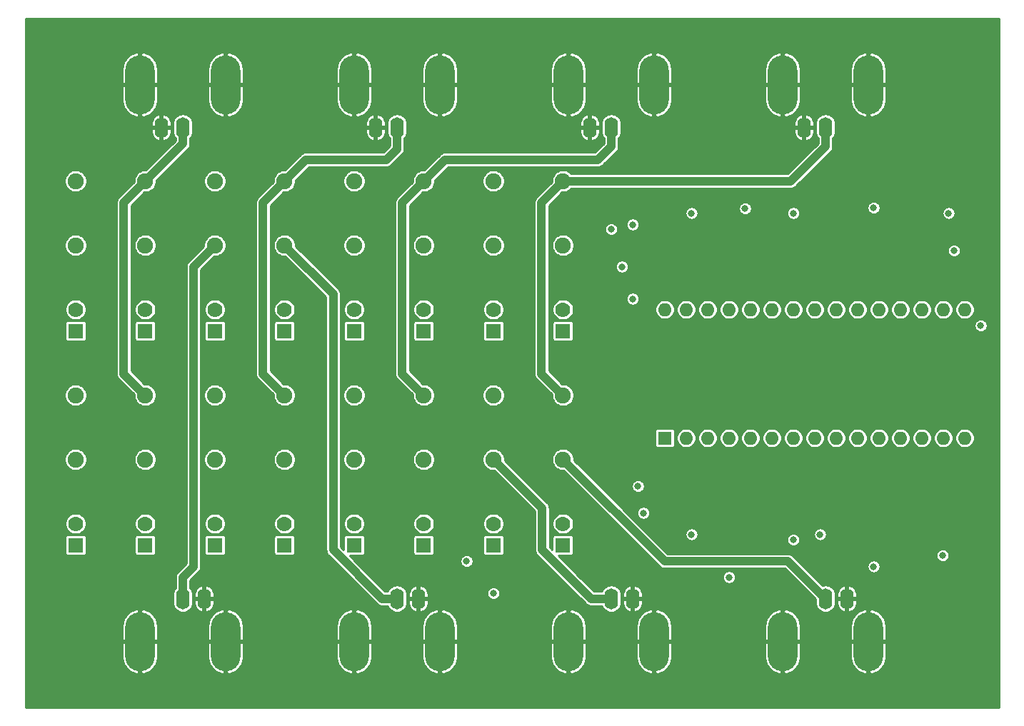
<source format=gbr>
%TF.GenerationSoftware,KiCad,Pcbnew,(5.1.6)-1*%
%TF.CreationDate,2022-02-01T20:58:29+01:00*%
%TF.ProjectId,Omniplex,4f6d6e69-706c-4657-982e-6b696361645f,rev?*%
%TF.SameCoordinates,Original*%
%TF.FileFunction,Copper,L2,Inr*%
%TF.FilePolarity,Positive*%
%FSLAX46Y46*%
G04 Gerber Fmt 4.6, Leading zero omitted, Abs format (unit mm)*
G04 Created by KiCad (PCBNEW (5.1.6)-1) date 2022-02-01 20:58:29*
%MOMM*%
%LPD*%
G01*
G04 APERTURE LIST*
%TA.AperFunction,ViaPad*%
%ADD10O,1.600000X2.500000*%
%TD*%
%TA.AperFunction,ViaPad*%
%ADD11O,3.500000X7.000000*%
%TD*%
%TA.AperFunction,ViaPad*%
%ADD12C,1.778000*%
%TD*%
%TA.AperFunction,ViaPad*%
%ADD13R,1.778000X1.778000*%
%TD*%
%TA.AperFunction,ViaPad*%
%ADD14C,1.900000*%
%TD*%
%TA.AperFunction,ViaPad*%
%ADD15O,1.600000X1.600000*%
%TD*%
%TA.AperFunction,ViaPad*%
%ADD16R,1.600000X1.600000*%
%TD*%
%TA.AperFunction,ViaPad*%
%ADD17C,0.800000*%
%TD*%
%TA.AperFunction,Conductor*%
%ADD18C,1.000000*%
%TD*%
%TA.AperFunction,Conductor*%
%ADD19C,0.250000*%
%TD*%
G04 APERTURE END LIST*
D10*
%TO.N,/Shield*%
%TO.C,J8*%
X154940000Y-127000000D03*
%TO.N,Net-(J8-Pad1)*%
X152400000Y-127000000D03*
D11*
%TO.N,/Shield*%
X147320000Y-132080000D03*
X157480000Y-132080000D03*
%TD*%
D10*
%TO.N,/Shield*%
%TO.C,J7*%
X129540000Y-127000000D03*
%TO.N,Net-(J7-Pad1)*%
X127000000Y-127000000D03*
D11*
%TO.N,/Shield*%
X121920000Y-132080000D03*
X132080000Y-132080000D03*
%TD*%
D10*
%TO.N,/Shield*%
%TO.C,J6*%
X104140000Y-127000000D03*
%TO.N,Net-(J6-Pad1)*%
X101600000Y-127000000D03*
D11*
%TO.N,/Shield*%
X96520000Y-132080000D03*
X106680000Y-132080000D03*
%TD*%
D10*
%TO.N,/Shield*%
%TO.C,J5*%
X78740000Y-127000000D03*
%TO.N,Net-(J5-Pad1)*%
X76200000Y-127000000D03*
D11*
%TO.N,/Shield*%
X71120000Y-132080000D03*
X81280000Y-132080000D03*
%TD*%
D10*
%TO.N,/Shield*%
%TO.C,J4*%
X149860000Y-71120000D03*
%TO.N,Net-(J4-Pad1)*%
X152400000Y-71120000D03*
D11*
%TO.N,/Shield*%
X157480000Y-66040000D03*
X147320000Y-66040000D03*
%TD*%
D10*
%TO.N,/Shield*%
%TO.C,J3*%
X124460000Y-71120000D03*
%TO.N,Net-(J3-Pad1)*%
X127000000Y-71120000D03*
D11*
%TO.N,/Shield*%
X132080000Y-66040000D03*
X121920000Y-66040000D03*
%TD*%
D10*
%TO.N,/Shield*%
%TO.C,J2*%
X99060000Y-71120000D03*
%TO.N,Net-(J2-Pad1)*%
X101600000Y-71120000D03*
D11*
%TO.N,/Shield*%
X106680000Y-66040000D03*
X96520000Y-66040000D03*
%TD*%
D10*
%TO.N,/Shield*%
%TO.C,J1*%
X73660000Y-71120000D03*
%TO.N,Net-(J1-Pad1)*%
X76200000Y-71120000D03*
D11*
%TO.N,/Shield*%
X81280000Y-66040000D03*
X71120000Y-66040000D03*
%TD*%
D12*
%TO.N,+5V*%
%TO.C,K16*%
X121285000Y-118110000D03*
D13*
%TO.N,Net-(D16-Pad2)*%
X121285000Y-120650000D03*
D14*
%TO.N,Net-(J8-Pad1)*%
X121285000Y-110490000D03*
%TO.N,Net-(J4-Pad1)*%
X121285000Y-102870000D03*
%TD*%
D12*
%TO.N,+5V*%
%TO.C,K15*%
X113030000Y-118110000D03*
D13*
%TO.N,Net-(D15-Pad2)*%
X113030000Y-120650000D03*
D14*
%TO.N,Net-(J7-Pad1)*%
X113030000Y-110490000D03*
%TO.N,Net-(J4-Pad1)*%
X113030000Y-102870000D03*
%TD*%
D12*
%TO.N,+5V*%
%TO.C,K14*%
X121285000Y-92710000D03*
D13*
%TO.N,Net-(D14-Pad2)*%
X121285000Y-95250000D03*
D14*
%TO.N,Net-(J6-Pad1)*%
X121285000Y-85090000D03*
%TO.N,Net-(J4-Pad1)*%
X121285000Y-77470000D03*
%TD*%
D12*
%TO.N,+5V*%
%TO.C,K13*%
X113030000Y-92710000D03*
D13*
%TO.N,Net-(D13-Pad2)*%
X113030000Y-95250000D03*
D14*
%TO.N,Net-(J5-Pad1)*%
X113030000Y-85090000D03*
%TO.N,Net-(J4-Pad1)*%
X113030000Y-77470000D03*
%TD*%
D12*
%TO.N,+5V*%
%TO.C,K12*%
X104775000Y-118110000D03*
D13*
%TO.N,Net-(D12-Pad2)*%
X104775000Y-120650000D03*
D14*
%TO.N,Net-(J8-Pad1)*%
X104775000Y-110490000D03*
%TO.N,Net-(J3-Pad1)*%
X104775000Y-102870000D03*
%TD*%
D12*
%TO.N,+5V*%
%TO.C,K11*%
X96520000Y-118110000D03*
D13*
%TO.N,Net-(D11-Pad2)*%
X96520000Y-120650000D03*
D14*
%TO.N,Net-(J7-Pad1)*%
X96520000Y-110490000D03*
%TO.N,Net-(J3-Pad1)*%
X96520000Y-102870000D03*
%TD*%
D12*
%TO.N,+5V*%
%TO.C,K10*%
X104775000Y-92710000D03*
D13*
%TO.N,Net-(D10-Pad2)*%
X104775000Y-95250000D03*
D14*
%TO.N,Net-(J6-Pad1)*%
X104775000Y-85090000D03*
%TO.N,Net-(J3-Pad1)*%
X104775000Y-77470000D03*
%TD*%
D12*
%TO.N,+5V*%
%TO.C,K9*%
X96520000Y-92710000D03*
D13*
%TO.N,Net-(D9-Pad2)*%
X96520000Y-95250000D03*
D14*
%TO.N,Net-(J5-Pad1)*%
X96520000Y-85090000D03*
%TO.N,Net-(J3-Pad1)*%
X96520000Y-77470000D03*
%TD*%
D12*
%TO.N,+5V*%
%TO.C,K8*%
X88265000Y-118110000D03*
D13*
%TO.N,Net-(D8-Pad2)*%
X88265000Y-120650000D03*
D14*
%TO.N,Net-(J8-Pad1)*%
X88265000Y-110490000D03*
%TO.N,Net-(J2-Pad1)*%
X88265000Y-102870000D03*
%TD*%
D12*
%TO.N,+5V*%
%TO.C,K7*%
X80010000Y-118110000D03*
D13*
%TO.N,Net-(D7-Pad2)*%
X80010000Y-120650000D03*
D14*
%TO.N,Net-(J7-Pad1)*%
X80010000Y-110490000D03*
%TO.N,Net-(J2-Pad1)*%
X80010000Y-102870000D03*
%TD*%
D12*
%TO.N,+5V*%
%TO.C,K6*%
X88265000Y-92710000D03*
D13*
%TO.N,Net-(D6-Pad2)*%
X88265000Y-95250000D03*
D14*
%TO.N,Net-(J6-Pad1)*%
X88265000Y-85090000D03*
%TO.N,Net-(J2-Pad1)*%
X88265000Y-77470000D03*
%TD*%
D12*
%TO.N,+5V*%
%TO.C,K5*%
X80010000Y-92710000D03*
D13*
%TO.N,Net-(D5-Pad2)*%
X80010000Y-95250000D03*
D14*
%TO.N,Net-(J5-Pad1)*%
X80010000Y-85090000D03*
%TO.N,Net-(J2-Pad1)*%
X80010000Y-77470000D03*
%TD*%
D12*
%TO.N,+5V*%
%TO.C,K4*%
X71755000Y-118110000D03*
D13*
%TO.N,Net-(D4-Pad2)*%
X71755000Y-120650000D03*
D14*
%TO.N,Net-(J8-Pad1)*%
X71755000Y-110490000D03*
%TO.N,Net-(J1-Pad1)*%
X71755000Y-102870000D03*
%TD*%
D12*
%TO.N,+5V*%
%TO.C,K3*%
X63500000Y-118110000D03*
D13*
%TO.N,Net-(D3-Pad2)*%
X63500000Y-120650000D03*
D14*
%TO.N,Net-(J7-Pad1)*%
X63500000Y-110490000D03*
%TO.N,Net-(J1-Pad1)*%
X63500000Y-102870000D03*
%TD*%
D12*
%TO.N,+5V*%
%TO.C,K2*%
X71755000Y-92710000D03*
D13*
%TO.N,Net-(D2-Pad2)*%
X71755000Y-95250000D03*
D14*
%TO.N,Net-(J6-Pad1)*%
X71755000Y-85090000D03*
%TO.N,Net-(J1-Pad1)*%
X71755000Y-77470000D03*
%TD*%
D12*
%TO.N,+5V*%
%TO.C,K1*%
X63500000Y-92710000D03*
D13*
%TO.N,Net-(D1-Pad2)*%
X63500000Y-95250000D03*
D14*
%TO.N,Net-(J5-Pad1)*%
X63500000Y-85090000D03*
%TO.N,Net-(J1-Pad1)*%
X63500000Y-77470000D03*
%TD*%
D15*
%TO.N,N/C*%
%TO.C,A1*%
X168910000Y-92710000D03*
X168910000Y-107950000D03*
X133350000Y-92710000D03*
X166370000Y-107950000D03*
%TO.N,GND*%
X135890000Y-92710000D03*
%TO.N,N/C*%
X163830000Y-107950000D03*
X138430000Y-92710000D03*
%TO.N,Net-(A1-Pad12)*%
X161290000Y-107950000D03*
%TO.N,+5V*%
X140970000Y-92710000D03*
%TO.N,Net-(A1-Pad11)*%
X158750000Y-107950000D03*
%TO.N,Net-(A1-Pad26)*%
X143510000Y-92710000D03*
%TO.N,Net-(A1-Pad10)*%
X156210000Y-107950000D03*
%TO.N,Net-(A1-Pad25)*%
X146050000Y-92710000D03*
%TO.N,Net-(A1-Pad9)*%
X153670000Y-107950000D03*
%TO.N,Net-(A1-Pad24)*%
X148590000Y-92710000D03*
%TO.N,Net-(A1-Pad8)*%
X151130000Y-107950000D03*
%TO.N,Net-(A1-Pad23)*%
X151130000Y-92710000D03*
%TO.N,Net-(A1-Pad7)*%
X148590000Y-107950000D03*
%TO.N,Net-(A1-Pad22)*%
X153670000Y-92710000D03*
%TO.N,Net-(A1-Pad6)*%
X146050000Y-107950000D03*
%TO.N,Net-(A1-Pad21)*%
X156210000Y-92710000D03*
%TO.N,Net-(A1-Pad5)*%
X143510000Y-107950000D03*
%TO.N,Net-(A1-Pad20)*%
X158750000Y-92710000D03*
%TO.N,GND*%
X140970000Y-107950000D03*
%TO.N,Net-(A1-Pad19)*%
X161290000Y-92710000D03*
%TO.N,N/C*%
X138430000Y-107950000D03*
X163830000Y-92710000D03*
X135890000Y-107950000D03*
X166370000Y-92710000D03*
D16*
X133350000Y-107950000D03*
%TD*%
D17*
%TO.N,Net-(D3-Pad2)*%
X130175000Y-113665000D03*
X151765000Y-119380000D03*
%TO.N,Net-(D5-Pad2)*%
X127000000Y-83185000D03*
X158115000Y-80645000D03*
%TO.N,Net-(D6-Pad2)*%
X128270000Y-87630000D03*
X136525000Y-81280000D03*
%TO.N,Net-(D7-Pad2)*%
X158115000Y-123190000D03*
X109855000Y-122555000D03*
%TO.N,Net-(D8-Pad2)*%
X130810000Y-116840000D03*
X136525000Y-119380000D03*
%TO.N,Net-(D9-Pad2)*%
X170815000Y-94615000D03*
X167005000Y-81280000D03*
%TO.N,Net-(D10-Pad2)*%
X142875000Y-80735000D03*
%TO.N,Net-(D11-Pad2)*%
X113030000Y-126365000D03*
%TO.N,Net-(D12-Pad2)*%
X140970000Y-124460000D03*
%TO.N,Net-(D13-Pad2)*%
X167640000Y-85725000D03*
%TO.N,Net-(D14-Pad2)*%
X129540000Y-91440000D03*
X129540000Y-82640000D03*
X148590000Y-81280000D03*
%TO.N,Net-(D15-Pad2)*%
X166314001Y-121864001D03*
%TO.N,Net-(D16-Pad2)*%
X148590000Y-120015000D03*
%TD*%
D18*
%TO.N,Net-(J5-Pad1)*%
X77470000Y-87630000D02*
X77787500Y-87312500D01*
X77787500Y-87312500D02*
X80010000Y-85090000D01*
X77470000Y-123190000D02*
X77470000Y-87630000D01*
X76200000Y-124460000D02*
X77470000Y-123190000D01*
X76200000Y-127000000D02*
X76200000Y-124460000D01*
%TO.N,Net-(J6-Pad1)*%
X99831998Y-127000000D02*
X101600000Y-127000000D01*
X94048499Y-121216501D02*
X99831998Y-127000000D01*
X94048499Y-90873499D02*
X94048499Y-121216501D01*
X88265000Y-85090000D02*
X94048499Y-90873499D01*
%TO.N,Net-(J7-Pad1)*%
X124596998Y-127000000D02*
X127000000Y-127000000D01*
X118813499Y-116273499D02*
X118813499Y-121216501D01*
X118813499Y-121216501D02*
X124596998Y-127000000D01*
X113030000Y-110490000D02*
X118813499Y-116273499D01*
%TO.N,Net-(J8-Pad1)*%
X121285000Y-110490000D02*
X133350000Y-122555000D01*
X133350000Y-122555000D02*
X147955000Y-122555000D01*
X147955000Y-122555000D02*
X152400000Y-127000000D01*
%TO.N,Net-(J1-Pad1)*%
X76200000Y-71120000D02*
X76200000Y-73025000D01*
X76200000Y-73025000D02*
X71755000Y-77470000D01*
X69215000Y-100330000D02*
X69215000Y-80010000D01*
X69215000Y-80010000D02*
X69850000Y-79375000D01*
X69215000Y-100330000D02*
X71755000Y-102870000D01*
X71755000Y-77470000D02*
X69850000Y-79375000D01*
%TO.N,Net-(J2-Pad1)*%
X101600000Y-73660000D02*
X100330000Y-74930000D01*
X101600000Y-71120000D02*
X101600000Y-73660000D01*
X100330000Y-74930000D02*
X90805000Y-74930000D01*
X90805000Y-74930000D02*
X89915001Y-75819999D01*
X89915001Y-75819999D02*
X88265000Y-77470000D01*
X88265000Y-77470000D02*
X85725000Y-80010000D01*
X85725000Y-80010000D02*
X85725000Y-100330000D01*
X85725000Y-100330000D02*
X88265000Y-102870000D01*
%TO.N,Net-(J3-Pad1)*%
X104775000Y-77470000D02*
X107315000Y-74930000D01*
X125440000Y-74930000D02*
X127000000Y-73370000D01*
X107315000Y-74930000D02*
X125440000Y-74930000D01*
X127000000Y-73370000D02*
X127000000Y-71120000D01*
X104775000Y-77470000D02*
X102235000Y-80010000D01*
X102235000Y-80010000D02*
X102235000Y-100330000D01*
X102235000Y-100330000D02*
X104775000Y-102870000D01*
%TO.N,Net-(J4-Pad1)*%
X148300000Y-77470000D02*
X152400000Y-73370000D01*
X121285000Y-77470000D02*
X148300000Y-77470000D01*
X152400000Y-73370000D02*
X152400000Y-71120000D01*
X121285000Y-77470000D02*
X118745000Y-80010000D01*
X118745000Y-80010000D02*
X118745000Y-100330000D01*
X118745000Y-100330000D02*
X121285000Y-102870000D01*
%TD*%
D19*
%TO.N,/Shield*%
G36*
X172955000Y-106660353D02*
G01*
X172955000Y-106660354D01*
X172955001Y-139935000D01*
X57550000Y-139935000D01*
X57550000Y-132205000D01*
X68995000Y-132205000D01*
X68995000Y-133955000D01*
X69060218Y-134367165D01*
X69204592Y-134758687D01*
X69422574Y-135114520D01*
X69705787Y-135420990D01*
X70043347Y-135666319D01*
X70422283Y-135841079D01*
X70664691Y-135905649D01*
X70995000Y-135857400D01*
X70995000Y-132205000D01*
X71245000Y-132205000D01*
X71245000Y-135857400D01*
X71575309Y-135905649D01*
X71817717Y-135841079D01*
X72196653Y-135666319D01*
X72534213Y-135420990D01*
X72817426Y-135114520D01*
X73035408Y-134758687D01*
X73179782Y-134367165D01*
X73245000Y-133955000D01*
X73245000Y-132205000D01*
X79155000Y-132205000D01*
X79155000Y-133955000D01*
X79220218Y-134367165D01*
X79364592Y-134758687D01*
X79582574Y-135114520D01*
X79865787Y-135420990D01*
X80203347Y-135666319D01*
X80582283Y-135841079D01*
X80824691Y-135905649D01*
X81155000Y-135857400D01*
X81155000Y-132205000D01*
X81405000Y-132205000D01*
X81405000Y-135857400D01*
X81735309Y-135905649D01*
X81977717Y-135841079D01*
X82356653Y-135666319D01*
X82694213Y-135420990D01*
X82977426Y-135114520D01*
X83195408Y-134758687D01*
X83339782Y-134367165D01*
X83405000Y-133955000D01*
X83405000Y-132205000D01*
X94395000Y-132205000D01*
X94395000Y-133955000D01*
X94460218Y-134367165D01*
X94604592Y-134758687D01*
X94822574Y-135114520D01*
X95105787Y-135420990D01*
X95443347Y-135666319D01*
X95822283Y-135841079D01*
X96064691Y-135905649D01*
X96395000Y-135857400D01*
X96395000Y-132205000D01*
X96645000Y-132205000D01*
X96645000Y-135857400D01*
X96975309Y-135905649D01*
X97217717Y-135841079D01*
X97596653Y-135666319D01*
X97934213Y-135420990D01*
X98217426Y-135114520D01*
X98435408Y-134758687D01*
X98579782Y-134367165D01*
X98645000Y-133955000D01*
X98645000Y-132205000D01*
X104555000Y-132205000D01*
X104555000Y-133955000D01*
X104620218Y-134367165D01*
X104764592Y-134758687D01*
X104982574Y-135114520D01*
X105265787Y-135420990D01*
X105603347Y-135666319D01*
X105982283Y-135841079D01*
X106224691Y-135905649D01*
X106555000Y-135857400D01*
X106555000Y-132205000D01*
X106805000Y-132205000D01*
X106805000Y-135857400D01*
X107135309Y-135905649D01*
X107377717Y-135841079D01*
X107756653Y-135666319D01*
X108094213Y-135420990D01*
X108377426Y-135114520D01*
X108595408Y-134758687D01*
X108739782Y-134367165D01*
X108805000Y-133955000D01*
X108805000Y-132205000D01*
X119795000Y-132205000D01*
X119795000Y-133955000D01*
X119860218Y-134367165D01*
X120004592Y-134758687D01*
X120222574Y-135114520D01*
X120505787Y-135420990D01*
X120843347Y-135666319D01*
X121222283Y-135841079D01*
X121464691Y-135905649D01*
X121795000Y-135857400D01*
X121795000Y-132205000D01*
X122045000Y-132205000D01*
X122045000Y-135857400D01*
X122375309Y-135905649D01*
X122617717Y-135841079D01*
X122996653Y-135666319D01*
X123334213Y-135420990D01*
X123617426Y-135114520D01*
X123835408Y-134758687D01*
X123979782Y-134367165D01*
X124045000Y-133955000D01*
X124045000Y-132205000D01*
X129955000Y-132205000D01*
X129955000Y-133955000D01*
X130020218Y-134367165D01*
X130164592Y-134758687D01*
X130382574Y-135114520D01*
X130665787Y-135420990D01*
X131003347Y-135666319D01*
X131382283Y-135841079D01*
X131624691Y-135905649D01*
X131955000Y-135857400D01*
X131955000Y-132205000D01*
X132205000Y-132205000D01*
X132205000Y-135857400D01*
X132535309Y-135905649D01*
X132777717Y-135841079D01*
X133156653Y-135666319D01*
X133494213Y-135420990D01*
X133777426Y-135114520D01*
X133995408Y-134758687D01*
X134139782Y-134367165D01*
X134205000Y-133955000D01*
X134205000Y-132205000D01*
X145195000Y-132205000D01*
X145195000Y-133955000D01*
X145260218Y-134367165D01*
X145404592Y-134758687D01*
X145622574Y-135114520D01*
X145905787Y-135420990D01*
X146243347Y-135666319D01*
X146622283Y-135841079D01*
X146864691Y-135905649D01*
X147195000Y-135857400D01*
X147195000Y-132205000D01*
X147445000Y-132205000D01*
X147445000Y-135857400D01*
X147775309Y-135905649D01*
X148017717Y-135841079D01*
X148396653Y-135666319D01*
X148734213Y-135420990D01*
X149017426Y-135114520D01*
X149235408Y-134758687D01*
X149379782Y-134367165D01*
X149445000Y-133955000D01*
X149445000Y-132205000D01*
X155355000Y-132205000D01*
X155355000Y-133955000D01*
X155420218Y-134367165D01*
X155564592Y-134758687D01*
X155782574Y-135114520D01*
X156065787Y-135420990D01*
X156403347Y-135666319D01*
X156782283Y-135841079D01*
X157024691Y-135905649D01*
X157355000Y-135857400D01*
X157355000Y-132205000D01*
X157605000Y-132205000D01*
X157605000Y-135857400D01*
X157935309Y-135905649D01*
X158177717Y-135841079D01*
X158556653Y-135666319D01*
X158894213Y-135420990D01*
X159177426Y-135114520D01*
X159395408Y-134758687D01*
X159539782Y-134367165D01*
X159605000Y-133955000D01*
X159605000Y-132205000D01*
X157605000Y-132205000D01*
X157355000Y-132205000D01*
X155355000Y-132205000D01*
X149445000Y-132205000D01*
X147445000Y-132205000D01*
X147195000Y-132205000D01*
X145195000Y-132205000D01*
X134205000Y-132205000D01*
X132205000Y-132205000D01*
X131955000Y-132205000D01*
X129955000Y-132205000D01*
X124045000Y-132205000D01*
X122045000Y-132205000D01*
X121795000Y-132205000D01*
X119795000Y-132205000D01*
X108805000Y-132205000D01*
X106805000Y-132205000D01*
X106555000Y-132205000D01*
X104555000Y-132205000D01*
X98645000Y-132205000D01*
X96645000Y-132205000D01*
X96395000Y-132205000D01*
X94395000Y-132205000D01*
X83405000Y-132205000D01*
X81405000Y-132205000D01*
X81155000Y-132205000D01*
X79155000Y-132205000D01*
X73245000Y-132205000D01*
X71245000Y-132205000D01*
X70995000Y-132205000D01*
X68995000Y-132205000D01*
X57550000Y-132205000D01*
X57550000Y-130205000D01*
X68995000Y-130205000D01*
X68995000Y-131955000D01*
X70995000Y-131955000D01*
X70995000Y-128302600D01*
X71245000Y-128302600D01*
X71245000Y-131955000D01*
X73245000Y-131955000D01*
X73245000Y-130205000D01*
X79155000Y-130205000D01*
X79155000Y-131955000D01*
X81155000Y-131955000D01*
X81155000Y-128302600D01*
X81405000Y-128302600D01*
X81405000Y-131955000D01*
X83405000Y-131955000D01*
X83405000Y-130205000D01*
X94395000Y-130205000D01*
X94395000Y-131955000D01*
X96395000Y-131955000D01*
X96395000Y-128302600D01*
X96645000Y-128302600D01*
X96645000Y-131955000D01*
X98645000Y-131955000D01*
X98645000Y-130205000D01*
X104555000Y-130205000D01*
X104555000Y-131955000D01*
X106555000Y-131955000D01*
X106555000Y-128302600D01*
X106805000Y-128302600D01*
X106805000Y-131955000D01*
X108805000Y-131955000D01*
X108805000Y-130205000D01*
X119795000Y-130205000D01*
X119795000Y-131955000D01*
X121795000Y-131955000D01*
X121795000Y-128302600D01*
X122045000Y-128302600D01*
X122045000Y-131955000D01*
X124045000Y-131955000D01*
X124045000Y-130205000D01*
X129955000Y-130205000D01*
X129955000Y-131955000D01*
X131955000Y-131955000D01*
X131955000Y-128302600D01*
X132205000Y-128302600D01*
X132205000Y-131955000D01*
X134205000Y-131955000D01*
X134205000Y-130205000D01*
X145195000Y-130205000D01*
X145195000Y-131955000D01*
X147195000Y-131955000D01*
X147195000Y-128302600D01*
X147445000Y-128302600D01*
X147445000Y-131955000D01*
X149445000Y-131955000D01*
X149445000Y-130205000D01*
X155355000Y-130205000D01*
X155355000Y-131955000D01*
X157355000Y-131955000D01*
X157355000Y-128302600D01*
X157605000Y-128302600D01*
X157605000Y-131955000D01*
X159605000Y-131955000D01*
X159605000Y-130205000D01*
X159539782Y-129792835D01*
X159395408Y-129401313D01*
X159177426Y-129045480D01*
X158894213Y-128739010D01*
X158556653Y-128493681D01*
X158177717Y-128318921D01*
X157935309Y-128254351D01*
X157605000Y-128302600D01*
X157355000Y-128302600D01*
X157024691Y-128254351D01*
X156782283Y-128318921D01*
X156403347Y-128493681D01*
X156065787Y-128739010D01*
X155782574Y-129045480D01*
X155564592Y-129401313D01*
X155420218Y-129792835D01*
X155355000Y-130205000D01*
X149445000Y-130205000D01*
X149379782Y-129792835D01*
X149235408Y-129401313D01*
X149017426Y-129045480D01*
X148734213Y-128739010D01*
X148396653Y-128493681D01*
X148017717Y-128318921D01*
X147775309Y-128254351D01*
X147445000Y-128302600D01*
X147195000Y-128302600D01*
X146864691Y-128254351D01*
X146622283Y-128318921D01*
X146243347Y-128493681D01*
X145905787Y-128739010D01*
X145622574Y-129045480D01*
X145404592Y-129401313D01*
X145260218Y-129792835D01*
X145195000Y-130205000D01*
X134205000Y-130205000D01*
X134139782Y-129792835D01*
X133995408Y-129401313D01*
X133777426Y-129045480D01*
X133494213Y-128739010D01*
X133156653Y-128493681D01*
X132777717Y-128318921D01*
X132535309Y-128254351D01*
X132205000Y-128302600D01*
X131955000Y-128302600D01*
X131624691Y-128254351D01*
X131382283Y-128318921D01*
X131003347Y-128493681D01*
X130665787Y-128739010D01*
X130382574Y-129045480D01*
X130164592Y-129401313D01*
X130020218Y-129792835D01*
X129955000Y-130205000D01*
X124045000Y-130205000D01*
X123979782Y-129792835D01*
X123835408Y-129401313D01*
X123617426Y-129045480D01*
X123334213Y-128739010D01*
X122996653Y-128493681D01*
X122617717Y-128318921D01*
X122375309Y-128254351D01*
X122045000Y-128302600D01*
X121795000Y-128302600D01*
X121464691Y-128254351D01*
X121222283Y-128318921D01*
X120843347Y-128493681D01*
X120505787Y-128739010D01*
X120222574Y-129045480D01*
X120004592Y-129401313D01*
X119860218Y-129792835D01*
X119795000Y-130205000D01*
X108805000Y-130205000D01*
X108739782Y-129792835D01*
X108595408Y-129401313D01*
X108377426Y-129045480D01*
X108094213Y-128739010D01*
X107756653Y-128493681D01*
X107377717Y-128318921D01*
X107135309Y-128254351D01*
X106805000Y-128302600D01*
X106555000Y-128302600D01*
X106224691Y-128254351D01*
X105982283Y-128318921D01*
X105603347Y-128493681D01*
X105265787Y-128739010D01*
X104982574Y-129045480D01*
X104764592Y-129401313D01*
X104620218Y-129792835D01*
X104555000Y-130205000D01*
X98645000Y-130205000D01*
X98579782Y-129792835D01*
X98435408Y-129401313D01*
X98217426Y-129045480D01*
X97934213Y-128739010D01*
X97596653Y-128493681D01*
X97217717Y-128318921D01*
X96975309Y-128254351D01*
X96645000Y-128302600D01*
X96395000Y-128302600D01*
X96064691Y-128254351D01*
X95822283Y-128318921D01*
X95443347Y-128493681D01*
X95105787Y-128739010D01*
X94822574Y-129045480D01*
X94604592Y-129401313D01*
X94460218Y-129792835D01*
X94395000Y-130205000D01*
X83405000Y-130205000D01*
X83339782Y-129792835D01*
X83195408Y-129401313D01*
X82977426Y-129045480D01*
X82694213Y-128739010D01*
X82356653Y-128493681D01*
X81977717Y-128318921D01*
X81735309Y-128254351D01*
X81405000Y-128302600D01*
X81155000Y-128302600D01*
X80824691Y-128254351D01*
X80582283Y-128318921D01*
X80203347Y-128493681D01*
X79865787Y-128739010D01*
X79582574Y-129045480D01*
X79364592Y-129401313D01*
X79220218Y-129792835D01*
X79155000Y-130205000D01*
X73245000Y-130205000D01*
X73179782Y-129792835D01*
X73035408Y-129401313D01*
X72817426Y-129045480D01*
X72534213Y-128739010D01*
X72196653Y-128493681D01*
X71817717Y-128318921D01*
X71575309Y-128254351D01*
X71245000Y-128302600D01*
X70995000Y-128302600D01*
X70664691Y-128254351D01*
X70422283Y-128318921D01*
X70043347Y-128493681D01*
X69705787Y-128739010D01*
X69422574Y-129045480D01*
X69204592Y-129401313D01*
X69060218Y-129792835D01*
X68995000Y-130205000D01*
X57550000Y-130205000D01*
X57550000Y-126492280D01*
X75025000Y-126492280D01*
X75025000Y-127507719D01*
X75042002Y-127680339D01*
X75109189Y-127901828D01*
X75218296Y-128105952D01*
X75365130Y-128284870D01*
X75544047Y-128431704D01*
X75748171Y-128540811D01*
X75969660Y-128607998D01*
X76200000Y-128630685D01*
X76430339Y-128607998D01*
X76651828Y-128540811D01*
X76855952Y-128431704D01*
X77034870Y-128284870D01*
X77181704Y-128105953D01*
X77290811Y-127901829D01*
X77357998Y-127680340D01*
X77375000Y-127507720D01*
X77375000Y-127125000D01*
X77565000Y-127125000D01*
X77565000Y-127575000D01*
X77611964Y-127801829D01*
X77702277Y-128015138D01*
X77832470Y-128206729D01*
X77997538Y-128369239D01*
X78191139Y-128496423D01*
X78405832Y-128583394D01*
X78433772Y-128584394D01*
X78615000Y-128524000D01*
X78615000Y-127125000D01*
X78865000Y-127125000D01*
X78865000Y-128524000D01*
X79046228Y-128584394D01*
X79074168Y-128583394D01*
X79288861Y-128496423D01*
X79482462Y-128369239D01*
X79647530Y-128206729D01*
X79777723Y-128015138D01*
X79868036Y-127801829D01*
X79915000Y-127575000D01*
X79915000Y-127125000D01*
X78865000Y-127125000D01*
X78615000Y-127125000D01*
X77565000Y-127125000D01*
X77375000Y-127125000D01*
X77375000Y-126492281D01*
X77368374Y-126425000D01*
X77565000Y-126425000D01*
X77565000Y-126875000D01*
X78615000Y-126875000D01*
X78615000Y-125476000D01*
X78865000Y-125476000D01*
X78865000Y-126875000D01*
X79915000Y-126875000D01*
X79915000Y-126425000D01*
X79868036Y-126198171D01*
X79777723Y-125984862D01*
X79647530Y-125793271D01*
X79482462Y-125630761D01*
X79288861Y-125503577D01*
X79074168Y-125416606D01*
X79046228Y-125415606D01*
X78865000Y-125476000D01*
X78615000Y-125476000D01*
X78433772Y-125415606D01*
X78405832Y-125416606D01*
X78191139Y-125503577D01*
X77997538Y-125630761D01*
X77832470Y-125793271D01*
X77702277Y-125984862D01*
X77611964Y-126198171D01*
X77565000Y-126425000D01*
X77368374Y-126425000D01*
X77357998Y-126319660D01*
X77290811Y-126098171D01*
X77181704Y-125894047D01*
X77075000Y-125764028D01*
X77075000Y-124822436D01*
X78058326Y-123839111D01*
X78091712Y-123811712D01*
X78201056Y-123678476D01*
X78282305Y-123526468D01*
X78311569Y-123430000D01*
X78332339Y-123361531D01*
X78349233Y-123190001D01*
X78345000Y-123147022D01*
X78345000Y-119761000D01*
X78744186Y-119761000D01*
X78744186Y-121539000D01*
X78751426Y-121612513D01*
X78772869Y-121683200D01*
X78807691Y-121748347D01*
X78854552Y-121805448D01*
X78911653Y-121852309D01*
X78976800Y-121887131D01*
X79047487Y-121908574D01*
X79121000Y-121915814D01*
X80899000Y-121915814D01*
X80972513Y-121908574D01*
X81043200Y-121887131D01*
X81108347Y-121852309D01*
X81165448Y-121805448D01*
X81212309Y-121748347D01*
X81247131Y-121683200D01*
X81268574Y-121612513D01*
X81275814Y-121539000D01*
X81275814Y-119761000D01*
X86999186Y-119761000D01*
X86999186Y-121539000D01*
X87006426Y-121612513D01*
X87027869Y-121683200D01*
X87062691Y-121748347D01*
X87109552Y-121805448D01*
X87166653Y-121852309D01*
X87231800Y-121887131D01*
X87302487Y-121908574D01*
X87376000Y-121915814D01*
X89154000Y-121915814D01*
X89227513Y-121908574D01*
X89298200Y-121887131D01*
X89363347Y-121852309D01*
X89420448Y-121805448D01*
X89467309Y-121748347D01*
X89502131Y-121683200D01*
X89523574Y-121612513D01*
X89530814Y-121539000D01*
X89530814Y-119761000D01*
X89523574Y-119687487D01*
X89502131Y-119616800D01*
X89467309Y-119551653D01*
X89420448Y-119494552D01*
X89363347Y-119447691D01*
X89298200Y-119412869D01*
X89227513Y-119391426D01*
X89154000Y-119384186D01*
X87376000Y-119384186D01*
X87302487Y-119391426D01*
X87231800Y-119412869D01*
X87166653Y-119447691D01*
X87109552Y-119494552D01*
X87062691Y-119551653D01*
X87027869Y-119616800D01*
X87006426Y-119687487D01*
X86999186Y-119761000D01*
X81275814Y-119761000D01*
X81268574Y-119687487D01*
X81247131Y-119616800D01*
X81212309Y-119551653D01*
X81165448Y-119494552D01*
X81108347Y-119447691D01*
X81043200Y-119412869D01*
X80972513Y-119391426D01*
X80899000Y-119384186D01*
X79121000Y-119384186D01*
X79047487Y-119391426D01*
X78976800Y-119412869D01*
X78911653Y-119447691D01*
X78854552Y-119494552D01*
X78807691Y-119551653D01*
X78772869Y-119616800D01*
X78751426Y-119687487D01*
X78744186Y-119761000D01*
X78345000Y-119761000D01*
X78345000Y-117985507D01*
X78746000Y-117985507D01*
X78746000Y-118234493D01*
X78794575Y-118478695D01*
X78889858Y-118708729D01*
X79028187Y-118915753D01*
X79204247Y-119091813D01*
X79411271Y-119230142D01*
X79641305Y-119325425D01*
X79885507Y-119374000D01*
X80134493Y-119374000D01*
X80378695Y-119325425D01*
X80608729Y-119230142D01*
X80815753Y-119091813D01*
X80991813Y-118915753D01*
X81130142Y-118708729D01*
X81225425Y-118478695D01*
X81274000Y-118234493D01*
X81274000Y-117985507D01*
X87001000Y-117985507D01*
X87001000Y-118234493D01*
X87049575Y-118478695D01*
X87144858Y-118708729D01*
X87283187Y-118915753D01*
X87459247Y-119091813D01*
X87666271Y-119230142D01*
X87896305Y-119325425D01*
X88140507Y-119374000D01*
X88389493Y-119374000D01*
X88633695Y-119325425D01*
X88863729Y-119230142D01*
X89070753Y-119091813D01*
X89246813Y-118915753D01*
X89385142Y-118708729D01*
X89480425Y-118478695D01*
X89529000Y-118234493D01*
X89529000Y-117985507D01*
X89480425Y-117741305D01*
X89385142Y-117511271D01*
X89246813Y-117304247D01*
X89070753Y-117128187D01*
X88863729Y-116989858D01*
X88633695Y-116894575D01*
X88389493Y-116846000D01*
X88140507Y-116846000D01*
X87896305Y-116894575D01*
X87666271Y-116989858D01*
X87459247Y-117128187D01*
X87283187Y-117304247D01*
X87144858Y-117511271D01*
X87049575Y-117741305D01*
X87001000Y-117985507D01*
X81274000Y-117985507D01*
X81225425Y-117741305D01*
X81130142Y-117511271D01*
X80991813Y-117304247D01*
X80815753Y-117128187D01*
X80608729Y-116989858D01*
X80378695Y-116894575D01*
X80134493Y-116846000D01*
X79885507Y-116846000D01*
X79641305Y-116894575D01*
X79411271Y-116989858D01*
X79204247Y-117128187D01*
X79028187Y-117304247D01*
X78889858Y-117511271D01*
X78794575Y-117741305D01*
X78746000Y-117985507D01*
X78345000Y-117985507D01*
X78345000Y-110359499D01*
X78685000Y-110359499D01*
X78685000Y-110620501D01*
X78735919Y-110876488D01*
X78835800Y-111117623D01*
X78980805Y-111334638D01*
X79165362Y-111519195D01*
X79382377Y-111664200D01*
X79623512Y-111764081D01*
X79879499Y-111815000D01*
X80140501Y-111815000D01*
X80396488Y-111764081D01*
X80637623Y-111664200D01*
X80854638Y-111519195D01*
X81039195Y-111334638D01*
X81184200Y-111117623D01*
X81284081Y-110876488D01*
X81335000Y-110620501D01*
X81335000Y-110359499D01*
X86940000Y-110359499D01*
X86940000Y-110620501D01*
X86990919Y-110876488D01*
X87090800Y-111117623D01*
X87235805Y-111334638D01*
X87420362Y-111519195D01*
X87637377Y-111664200D01*
X87878512Y-111764081D01*
X88134499Y-111815000D01*
X88395501Y-111815000D01*
X88651488Y-111764081D01*
X88892623Y-111664200D01*
X89109638Y-111519195D01*
X89294195Y-111334638D01*
X89439200Y-111117623D01*
X89539081Y-110876488D01*
X89590000Y-110620501D01*
X89590000Y-110359499D01*
X89539081Y-110103512D01*
X89439200Y-109862377D01*
X89294195Y-109645362D01*
X89109638Y-109460805D01*
X88892623Y-109315800D01*
X88651488Y-109215919D01*
X88395501Y-109165000D01*
X88134499Y-109165000D01*
X87878512Y-109215919D01*
X87637377Y-109315800D01*
X87420362Y-109460805D01*
X87235805Y-109645362D01*
X87090800Y-109862377D01*
X86990919Y-110103512D01*
X86940000Y-110359499D01*
X81335000Y-110359499D01*
X81284081Y-110103512D01*
X81184200Y-109862377D01*
X81039195Y-109645362D01*
X80854638Y-109460805D01*
X80637623Y-109315800D01*
X80396488Y-109215919D01*
X80140501Y-109165000D01*
X79879499Y-109165000D01*
X79623512Y-109215919D01*
X79382377Y-109315800D01*
X79165362Y-109460805D01*
X78980805Y-109645362D01*
X78835800Y-109862377D01*
X78735919Y-110103512D01*
X78685000Y-110359499D01*
X78345000Y-110359499D01*
X78345000Y-102739499D01*
X78685000Y-102739499D01*
X78685000Y-103000501D01*
X78735919Y-103256488D01*
X78835800Y-103497623D01*
X78980805Y-103714638D01*
X79165362Y-103899195D01*
X79382377Y-104044200D01*
X79623512Y-104144081D01*
X79879499Y-104195000D01*
X80140501Y-104195000D01*
X80396488Y-104144081D01*
X80637623Y-104044200D01*
X80854638Y-103899195D01*
X81039195Y-103714638D01*
X81184200Y-103497623D01*
X81284081Y-103256488D01*
X81335000Y-103000501D01*
X81335000Y-102739499D01*
X81284081Y-102483512D01*
X81184200Y-102242377D01*
X81039195Y-102025362D01*
X80854638Y-101840805D01*
X80637623Y-101695800D01*
X80396488Y-101595919D01*
X80140501Y-101545000D01*
X79879499Y-101545000D01*
X79623512Y-101595919D01*
X79382377Y-101695800D01*
X79165362Y-101840805D01*
X78980805Y-102025362D01*
X78835800Y-102242377D01*
X78735919Y-102483512D01*
X78685000Y-102739499D01*
X78345000Y-102739499D01*
X78345000Y-94361000D01*
X78744186Y-94361000D01*
X78744186Y-96139000D01*
X78751426Y-96212513D01*
X78772869Y-96283200D01*
X78807691Y-96348347D01*
X78854552Y-96405448D01*
X78911653Y-96452309D01*
X78976800Y-96487131D01*
X79047487Y-96508574D01*
X79121000Y-96515814D01*
X80899000Y-96515814D01*
X80972513Y-96508574D01*
X81043200Y-96487131D01*
X81108347Y-96452309D01*
X81165448Y-96405448D01*
X81212309Y-96348347D01*
X81247131Y-96283200D01*
X81268574Y-96212513D01*
X81275814Y-96139000D01*
X81275814Y-94361000D01*
X81268574Y-94287487D01*
X81247131Y-94216800D01*
X81212309Y-94151653D01*
X81165448Y-94094552D01*
X81108347Y-94047691D01*
X81043200Y-94012869D01*
X80972513Y-93991426D01*
X80899000Y-93984186D01*
X79121000Y-93984186D01*
X79047487Y-93991426D01*
X78976800Y-94012869D01*
X78911653Y-94047691D01*
X78854552Y-94094552D01*
X78807691Y-94151653D01*
X78772869Y-94216800D01*
X78751426Y-94287487D01*
X78744186Y-94361000D01*
X78345000Y-94361000D01*
X78345000Y-92585507D01*
X78746000Y-92585507D01*
X78746000Y-92834493D01*
X78794575Y-93078695D01*
X78889858Y-93308729D01*
X79028187Y-93515753D01*
X79204247Y-93691813D01*
X79411271Y-93830142D01*
X79641305Y-93925425D01*
X79885507Y-93974000D01*
X80134493Y-93974000D01*
X80378695Y-93925425D01*
X80608729Y-93830142D01*
X80815753Y-93691813D01*
X80991813Y-93515753D01*
X81130142Y-93308729D01*
X81225425Y-93078695D01*
X81274000Y-92834493D01*
X81274000Y-92585507D01*
X81225425Y-92341305D01*
X81130142Y-92111271D01*
X80991813Y-91904247D01*
X80815753Y-91728187D01*
X80608729Y-91589858D01*
X80378695Y-91494575D01*
X80134493Y-91446000D01*
X79885507Y-91446000D01*
X79641305Y-91494575D01*
X79411271Y-91589858D01*
X79204247Y-91728187D01*
X79028187Y-91904247D01*
X78889858Y-92111271D01*
X78794575Y-92341305D01*
X78746000Y-92585507D01*
X78345000Y-92585507D01*
X78345000Y-87992436D01*
X78436609Y-87900827D01*
X79922437Y-86415000D01*
X80140501Y-86415000D01*
X80396488Y-86364081D01*
X80637623Y-86264200D01*
X80854638Y-86119195D01*
X81039195Y-85934638D01*
X81184200Y-85717623D01*
X81284081Y-85476488D01*
X81335000Y-85220501D01*
X81335000Y-84959499D01*
X81284081Y-84703512D01*
X81184200Y-84462377D01*
X81039195Y-84245362D01*
X80854638Y-84060805D01*
X80637623Y-83915800D01*
X80396488Y-83815919D01*
X80140501Y-83765000D01*
X79879499Y-83765000D01*
X79623512Y-83815919D01*
X79382377Y-83915800D01*
X79165362Y-84060805D01*
X78980805Y-84245362D01*
X78835800Y-84462377D01*
X78735919Y-84703512D01*
X78685000Y-84959499D01*
X78685000Y-85177563D01*
X77199173Y-86663391D01*
X76881676Y-86980888D01*
X76848289Y-87008288D01*
X76738945Y-87141524D01*
X76695516Y-87222774D01*
X76657695Y-87293533D01*
X76607661Y-87458471D01*
X76590767Y-87630000D01*
X76595001Y-87672989D01*
X76595000Y-122827563D01*
X75611676Y-123810888D01*
X75578289Y-123838288D01*
X75468945Y-123971524D01*
X75425749Y-124052339D01*
X75387695Y-124123533D01*
X75337661Y-124288471D01*
X75320767Y-124460000D01*
X75325001Y-124502989D01*
X75325000Y-125764029D01*
X75218297Y-125894047D01*
X75109189Y-126098171D01*
X75042002Y-126319660D01*
X75025000Y-126492280D01*
X57550000Y-126492280D01*
X57550000Y-119761000D01*
X62234186Y-119761000D01*
X62234186Y-121539000D01*
X62241426Y-121612513D01*
X62262869Y-121683200D01*
X62297691Y-121748347D01*
X62344552Y-121805448D01*
X62401653Y-121852309D01*
X62466800Y-121887131D01*
X62537487Y-121908574D01*
X62611000Y-121915814D01*
X64389000Y-121915814D01*
X64462513Y-121908574D01*
X64533200Y-121887131D01*
X64598347Y-121852309D01*
X64655448Y-121805448D01*
X64702309Y-121748347D01*
X64737131Y-121683200D01*
X64758574Y-121612513D01*
X64765814Y-121539000D01*
X64765814Y-119761000D01*
X70489186Y-119761000D01*
X70489186Y-121539000D01*
X70496426Y-121612513D01*
X70517869Y-121683200D01*
X70552691Y-121748347D01*
X70599552Y-121805448D01*
X70656653Y-121852309D01*
X70721800Y-121887131D01*
X70792487Y-121908574D01*
X70866000Y-121915814D01*
X72644000Y-121915814D01*
X72717513Y-121908574D01*
X72788200Y-121887131D01*
X72853347Y-121852309D01*
X72910448Y-121805448D01*
X72957309Y-121748347D01*
X72992131Y-121683200D01*
X73013574Y-121612513D01*
X73020814Y-121539000D01*
X73020814Y-119761000D01*
X73013574Y-119687487D01*
X72992131Y-119616800D01*
X72957309Y-119551653D01*
X72910448Y-119494552D01*
X72853347Y-119447691D01*
X72788200Y-119412869D01*
X72717513Y-119391426D01*
X72644000Y-119384186D01*
X70866000Y-119384186D01*
X70792487Y-119391426D01*
X70721800Y-119412869D01*
X70656653Y-119447691D01*
X70599552Y-119494552D01*
X70552691Y-119551653D01*
X70517869Y-119616800D01*
X70496426Y-119687487D01*
X70489186Y-119761000D01*
X64765814Y-119761000D01*
X64758574Y-119687487D01*
X64737131Y-119616800D01*
X64702309Y-119551653D01*
X64655448Y-119494552D01*
X64598347Y-119447691D01*
X64533200Y-119412869D01*
X64462513Y-119391426D01*
X64389000Y-119384186D01*
X62611000Y-119384186D01*
X62537487Y-119391426D01*
X62466800Y-119412869D01*
X62401653Y-119447691D01*
X62344552Y-119494552D01*
X62297691Y-119551653D01*
X62262869Y-119616800D01*
X62241426Y-119687487D01*
X62234186Y-119761000D01*
X57550000Y-119761000D01*
X57550000Y-117985507D01*
X62236000Y-117985507D01*
X62236000Y-118234493D01*
X62284575Y-118478695D01*
X62379858Y-118708729D01*
X62518187Y-118915753D01*
X62694247Y-119091813D01*
X62901271Y-119230142D01*
X63131305Y-119325425D01*
X63375507Y-119374000D01*
X63624493Y-119374000D01*
X63868695Y-119325425D01*
X64098729Y-119230142D01*
X64305753Y-119091813D01*
X64481813Y-118915753D01*
X64620142Y-118708729D01*
X64715425Y-118478695D01*
X64764000Y-118234493D01*
X64764000Y-117985507D01*
X70491000Y-117985507D01*
X70491000Y-118234493D01*
X70539575Y-118478695D01*
X70634858Y-118708729D01*
X70773187Y-118915753D01*
X70949247Y-119091813D01*
X71156271Y-119230142D01*
X71386305Y-119325425D01*
X71630507Y-119374000D01*
X71879493Y-119374000D01*
X72123695Y-119325425D01*
X72353729Y-119230142D01*
X72560753Y-119091813D01*
X72736813Y-118915753D01*
X72875142Y-118708729D01*
X72970425Y-118478695D01*
X73019000Y-118234493D01*
X73019000Y-117985507D01*
X72970425Y-117741305D01*
X72875142Y-117511271D01*
X72736813Y-117304247D01*
X72560753Y-117128187D01*
X72353729Y-116989858D01*
X72123695Y-116894575D01*
X71879493Y-116846000D01*
X71630507Y-116846000D01*
X71386305Y-116894575D01*
X71156271Y-116989858D01*
X70949247Y-117128187D01*
X70773187Y-117304247D01*
X70634858Y-117511271D01*
X70539575Y-117741305D01*
X70491000Y-117985507D01*
X64764000Y-117985507D01*
X64715425Y-117741305D01*
X64620142Y-117511271D01*
X64481813Y-117304247D01*
X64305753Y-117128187D01*
X64098729Y-116989858D01*
X63868695Y-116894575D01*
X63624493Y-116846000D01*
X63375507Y-116846000D01*
X63131305Y-116894575D01*
X62901271Y-116989858D01*
X62694247Y-117128187D01*
X62518187Y-117304247D01*
X62379858Y-117511271D01*
X62284575Y-117741305D01*
X62236000Y-117985507D01*
X57550000Y-117985507D01*
X57550000Y-110359499D01*
X62175000Y-110359499D01*
X62175000Y-110620501D01*
X62225919Y-110876488D01*
X62325800Y-111117623D01*
X62470805Y-111334638D01*
X62655362Y-111519195D01*
X62872377Y-111664200D01*
X63113512Y-111764081D01*
X63369499Y-111815000D01*
X63630501Y-111815000D01*
X63886488Y-111764081D01*
X64127623Y-111664200D01*
X64344638Y-111519195D01*
X64529195Y-111334638D01*
X64674200Y-111117623D01*
X64774081Y-110876488D01*
X64825000Y-110620501D01*
X64825000Y-110359499D01*
X70430000Y-110359499D01*
X70430000Y-110620501D01*
X70480919Y-110876488D01*
X70580800Y-111117623D01*
X70725805Y-111334638D01*
X70910362Y-111519195D01*
X71127377Y-111664200D01*
X71368512Y-111764081D01*
X71624499Y-111815000D01*
X71885501Y-111815000D01*
X72141488Y-111764081D01*
X72382623Y-111664200D01*
X72599638Y-111519195D01*
X72784195Y-111334638D01*
X72929200Y-111117623D01*
X73029081Y-110876488D01*
X73080000Y-110620501D01*
X73080000Y-110359499D01*
X73029081Y-110103512D01*
X72929200Y-109862377D01*
X72784195Y-109645362D01*
X72599638Y-109460805D01*
X72382623Y-109315800D01*
X72141488Y-109215919D01*
X71885501Y-109165000D01*
X71624499Y-109165000D01*
X71368512Y-109215919D01*
X71127377Y-109315800D01*
X70910362Y-109460805D01*
X70725805Y-109645362D01*
X70580800Y-109862377D01*
X70480919Y-110103512D01*
X70430000Y-110359499D01*
X64825000Y-110359499D01*
X64774081Y-110103512D01*
X64674200Y-109862377D01*
X64529195Y-109645362D01*
X64344638Y-109460805D01*
X64127623Y-109315800D01*
X63886488Y-109215919D01*
X63630501Y-109165000D01*
X63369499Y-109165000D01*
X63113512Y-109215919D01*
X62872377Y-109315800D01*
X62655362Y-109460805D01*
X62470805Y-109645362D01*
X62325800Y-109862377D01*
X62225919Y-110103512D01*
X62175000Y-110359499D01*
X57550000Y-110359499D01*
X57550000Y-102739499D01*
X62175000Y-102739499D01*
X62175000Y-103000501D01*
X62225919Y-103256488D01*
X62325800Y-103497623D01*
X62470805Y-103714638D01*
X62655362Y-103899195D01*
X62872377Y-104044200D01*
X63113512Y-104144081D01*
X63369499Y-104195000D01*
X63630501Y-104195000D01*
X63886488Y-104144081D01*
X64127623Y-104044200D01*
X64344638Y-103899195D01*
X64529195Y-103714638D01*
X64674200Y-103497623D01*
X64774081Y-103256488D01*
X64825000Y-103000501D01*
X64825000Y-102739499D01*
X64774081Y-102483512D01*
X64674200Y-102242377D01*
X64529195Y-102025362D01*
X64344638Y-101840805D01*
X64127623Y-101695800D01*
X63886488Y-101595919D01*
X63630501Y-101545000D01*
X63369499Y-101545000D01*
X63113512Y-101595919D01*
X62872377Y-101695800D01*
X62655362Y-101840805D01*
X62470805Y-102025362D01*
X62325800Y-102242377D01*
X62225919Y-102483512D01*
X62175000Y-102739499D01*
X57550000Y-102739499D01*
X57550000Y-94361000D01*
X62234186Y-94361000D01*
X62234186Y-96139000D01*
X62241426Y-96212513D01*
X62262869Y-96283200D01*
X62297691Y-96348347D01*
X62344552Y-96405448D01*
X62401653Y-96452309D01*
X62466800Y-96487131D01*
X62537487Y-96508574D01*
X62611000Y-96515814D01*
X64389000Y-96515814D01*
X64462513Y-96508574D01*
X64533200Y-96487131D01*
X64598347Y-96452309D01*
X64655448Y-96405448D01*
X64702309Y-96348347D01*
X64737131Y-96283200D01*
X64758574Y-96212513D01*
X64765814Y-96139000D01*
X64765814Y-94361000D01*
X64758574Y-94287487D01*
X64737131Y-94216800D01*
X64702309Y-94151653D01*
X64655448Y-94094552D01*
X64598347Y-94047691D01*
X64533200Y-94012869D01*
X64462513Y-93991426D01*
X64389000Y-93984186D01*
X62611000Y-93984186D01*
X62537487Y-93991426D01*
X62466800Y-94012869D01*
X62401653Y-94047691D01*
X62344552Y-94094552D01*
X62297691Y-94151653D01*
X62262869Y-94216800D01*
X62241426Y-94287487D01*
X62234186Y-94361000D01*
X57550000Y-94361000D01*
X57550000Y-92585507D01*
X62236000Y-92585507D01*
X62236000Y-92834493D01*
X62284575Y-93078695D01*
X62379858Y-93308729D01*
X62518187Y-93515753D01*
X62694247Y-93691813D01*
X62901271Y-93830142D01*
X63131305Y-93925425D01*
X63375507Y-93974000D01*
X63624493Y-93974000D01*
X63868695Y-93925425D01*
X64098729Y-93830142D01*
X64305753Y-93691813D01*
X64481813Y-93515753D01*
X64620142Y-93308729D01*
X64715425Y-93078695D01*
X64764000Y-92834493D01*
X64764000Y-92585507D01*
X64715425Y-92341305D01*
X64620142Y-92111271D01*
X64481813Y-91904247D01*
X64305753Y-91728187D01*
X64098729Y-91589858D01*
X63868695Y-91494575D01*
X63624493Y-91446000D01*
X63375507Y-91446000D01*
X63131305Y-91494575D01*
X62901271Y-91589858D01*
X62694247Y-91728187D01*
X62518187Y-91904247D01*
X62379858Y-92111271D01*
X62284575Y-92341305D01*
X62236000Y-92585507D01*
X57550000Y-92585507D01*
X57550000Y-84959499D01*
X62175000Y-84959499D01*
X62175000Y-85220501D01*
X62225919Y-85476488D01*
X62325800Y-85717623D01*
X62470805Y-85934638D01*
X62655362Y-86119195D01*
X62872377Y-86264200D01*
X63113512Y-86364081D01*
X63369499Y-86415000D01*
X63630501Y-86415000D01*
X63886488Y-86364081D01*
X64127623Y-86264200D01*
X64344638Y-86119195D01*
X64529195Y-85934638D01*
X64674200Y-85717623D01*
X64774081Y-85476488D01*
X64825000Y-85220501D01*
X64825000Y-84959499D01*
X64774081Y-84703512D01*
X64674200Y-84462377D01*
X64529195Y-84245362D01*
X64344638Y-84060805D01*
X64127623Y-83915800D01*
X63886488Y-83815919D01*
X63630501Y-83765000D01*
X63369499Y-83765000D01*
X63113512Y-83815919D01*
X62872377Y-83915800D01*
X62655362Y-84060805D01*
X62470805Y-84245362D01*
X62325800Y-84462377D01*
X62225919Y-84703512D01*
X62175000Y-84959499D01*
X57550000Y-84959499D01*
X57550000Y-80010000D01*
X68335767Y-80010000D01*
X68340001Y-80052989D01*
X68340000Y-100287021D01*
X68335767Y-100330000D01*
X68340000Y-100372978D01*
X68352661Y-100501529D01*
X68402695Y-100666467D01*
X68483944Y-100818475D01*
X68593288Y-100951712D01*
X68626681Y-100979117D01*
X70430000Y-102782437D01*
X70430000Y-103000501D01*
X70480919Y-103256488D01*
X70580800Y-103497623D01*
X70725805Y-103714638D01*
X70910362Y-103899195D01*
X71127377Y-104044200D01*
X71368512Y-104144081D01*
X71624499Y-104195000D01*
X71885501Y-104195000D01*
X72141488Y-104144081D01*
X72382623Y-104044200D01*
X72599638Y-103899195D01*
X72784195Y-103714638D01*
X72929200Y-103497623D01*
X73029081Y-103256488D01*
X73080000Y-103000501D01*
X73080000Y-102739499D01*
X73029081Y-102483512D01*
X72929200Y-102242377D01*
X72784195Y-102025362D01*
X72599638Y-101840805D01*
X72382623Y-101695800D01*
X72141488Y-101595919D01*
X71885501Y-101545000D01*
X71667437Y-101545000D01*
X70090000Y-99967564D01*
X70090000Y-94361000D01*
X70489186Y-94361000D01*
X70489186Y-96139000D01*
X70496426Y-96212513D01*
X70517869Y-96283200D01*
X70552691Y-96348347D01*
X70599552Y-96405448D01*
X70656653Y-96452309D01*
X70721800Y-96487131D01*
X70792487Y-96508574D01*
X70866000Y-96515814D01*
X72644000Y-96515814D01*
X72717513Y-96508574D01*
X72788200Y-96487131D01*
X72853347Y-96452309D01*
X72910448Y-96405448D01*
X72957309Y-96348347D01*
X72992131Y-96283200D01*
X73013574Y-96212513D01*
X73020814Y-96139000D01*
X73020814Y-94361000D01*
X73013574Y-94287487D01*
X72992131Y-94216800D01*
X72957309Y-94151653D01*
X72910448Y-94094552D01*
X72853347Y-94047691D01*
X72788200Y-94012869D01*
X72717513Y-93991426D01*
X72644000Y-93984186D01*
X70866000Y-93984186D01*
X70792487Y-93991426D01*
X70721800Y-94012869D01*
X70656653Y-94047691D01*
X70599552Y-94094552D01*
X70552691Y-94151653D01*
X70517869Y-94216800D01*
X70496426Y-94287487D01*
X70489186Y-94361000D01*
X70090000Y-94361000D01*
X70090000Y-92585507D01*
X70491000Y-92585507D01*
X70491000Y-92834493D01*
X70539575Y-93078695D01*
X70634858Y-93308729D01*
X70773187Y-93515753D01*
X70949247Y-93691813D01*
X71156271Y-93830142D01*
X71386305Y-93925425D01*
X71630507Y-93974000D01*
X71879493Y-93974000D01*
X72123695Y-93925425D01*
X72353729Y-93830142D01*
X72560753Y-93691813D01*
X72736813Y-93515753D01*
X72875142Y-93308729D01*
X72970425Y-93078695D01*
X73019000Y-92834493D01*
X73019000Y-92585507D01*
X72970425Y-92341305D01*
X72875142Y-92111271D01*
X72736813Y-91904247D01*
X72560753Y-91728187D01*
X72353729Y-91589858D01*
X72123695Y-91494575D01*
X71879493Y-91446000D01*
X71630507Y-91446000D01*
X71386305Y-91494575D01*
X71156271Y-91589858D01*
X70949247Y-91728187D01*
X70773187Y-91904247D01*
X70634858Y-92111271D01*
X70539575Y-92341305D01*
X70491000Y-92585507D01*
X70090000Y-92585507D01*
X70090000Y-84959499D01*
X70430000Y-84959499D01*
X70430000Y-85220501D01*
X70480919Y-85476488D01*
X70580800Y-85717623D01*
X70725805Y-85934638D01*
X70910362Y-86119195D01*
X71127377Y-86264200D01*
X71368512Y-86364081D01*
X71624499Y-86415000D01*
X71885501Y-86415000D01*
X72141488Y-86364081D01*
X72382623Y-86264200D01*
X72599638Y-86119195D01*
X72784195Y-85934638D01*
X72929200Y-85717623D01*
X73029081Y-85476488D01*
X73080000Y-85220501D01*
X73080000Y-84959499D01*
X73029081Y-84703512D01*
X72929200Y-84462377D01*
X72784195Y-84245362D01*
X72599638Y-84060805D01*
X72382623Y-83915800D01*
X72141488Y-83815919D01*
X71885501Y-83765000D01*
X71624499Y-83765000D01*
X71368512Y-83815919D01*
X71127377Y-83915800D01*
X70910362Y-84060805D01*
X70725805Y-84245362D01*
X70580800Y-84462377D01*
X70480919Y-84703512D01*
X70430000Y-84959499D01*
X70090000Y-84959499D01*
X70090000Y-80372436D01*
X70452436Y-80010000D01*
X84845767Y-80010000D01*
X84850000Y-80052979D01*
X84850001Y-100287011D01*
X84845767Y-100330000D01*
X84862661Y-100501529D01*
X84912695Y-100666467D01*
X84912696Y-100666468D01*
X84993945Y-100818476D01*
X85103289Y-100951712D01*
X85136676Y-100979112D01*
X86940000Y-102782437D01*
X86940000Y-103000501D01*
X86990919Y-103256488D01*
X87090800Y-103497623D01*
X87235805Y-103714638D01*
X87420362Y-103899195D01*
X87637377Y-104044200D01*
X87878512Y-104144081D01*
X88134499Y-104195000D01*
X88395501Y-104195000D01*
X88651488Y-104144081D01*
X88892623Y-104044200D01*
X89109638Y-103899195D01*
X89294195Y-103714638D01*
X89439200Y-103497623D01*
X89539081Y-103256488D01*
X89590000Y-103000501D01*
X89590000Y-102739499D01*
X89539081Y-102483512D01*
X89439200Y-102242377D01*
X89294195Y-102025362D01*
X89109638Y-101840805D01*
X88892623Y-101695800D01*
X88651488Y-101595919D01*
X88395501Y-101545000D01*
X88177437Y-101545000D01*
X86600000Y-99967564D01*
X86600000Y-94361000D01*
X86999186Y-94361000D01*
X86999186Y-96139000D01*
X87006426Y-96212513D01*
X87027869Y-96283200D01*
X87062691Y-96348347D01*
X87109552Y-96405448D01*
X87166653Y-96452309D01*
X87231800Y-96487131D01*
X87302487Y-96508574D01*
X87376000Y-96515814D01*
X89154000Y-96515814D01*
X89227513Y-96508574D01*
X89298200Y-96487131D01*
X89363347Y-96452309D01*
X89420448Y-96405448D01*
X89467309Y-96348347D01*
X89502131Y-96283200D01*
X89523574Y-96212513D01*
X89530814Y-96139000D01*
X89530814Y-94361000D01*
X89523574Y-94287487D01*
X89502131Y-94216800D01*
X89467309Y-94151653D01*
X89420448Y-94094552D01*
X89363347Y-94047691D01*
X89298200Y-94012869D01*
X89227513Y-93991426D01*
X89154000Y-93984186D01*
X87376000Y-93984186D01*
X87302487Y-93991426D01*
X87231800Y-94012869D01*
X87166653Y-94047691D01*
X87109552Y-94094552D01*
X87062691Y-94151653D01*
X87027869Y-94216800D01*
X87006426Y-94287487D01*
X86999186Y-94361000D01*
X86600000Y-94361000D01*
X86600000Y-92585507D01*
X87001000Y-92585507D01*
X87001000Y-92834493D01*
X87049575Y-93078695D01*
X87144858Y-93308729D01*
X87283187Y-93515753D01*
X87459247Y-93691813D01*
X87666271Y-93830142D01*
X87896305Y-93925425D01*
X88140507Y-93974000D01*
X88389493Y-93974000D01*
X88633695Y-93925425D01*
X88863729Y-93830142D01*
X89070753Y-93691813D01*
X89246813Y-93515753D01*
X89385142Y-93308729D01*
X89480425Y-93078695D01*
X89529000Y-92834493D01*
X89529000Y-92585507D01*
X89480425Y-92341305D01*
X89385142Y-92111271D01*
X89246813Y-91904247D01*
X89070753Y-91728187D01*
X88863729Y-91589858D01*
X88633695Y-91494575D01*
X88389493Y-91446000D01*
X88140507Y-91446000D01*
X87896305Y-91494575D01*
X87666271Y-91589858D01*
X87459247Y-91728187D01*
X87283187Y-91904247D01*
X87144858Y-92111271D01*
X87049575Y-92341305D01*
X87001000Y-92585507D01*
X86600000Y-92585507D01*
X86600000Y-84959499D01*
X86940000Y-84959499D01*
X86940000Y-85220501D01*
X86990919Y-85476488D01*
X87090800Y-85717623D01*
X87235805Y-85934638D01*
X87420362Y-86119195D01*
X87637377Y-86264200D01*
X87878512Y-86364081D01*
X88134499Y-86415000D01*
X88352564Y-86415000D01*
X93173499Y-91235936D01*
X93173500Y-121173512D01*
X93169266Y-121216501D01*
X93186160Y-121388030D01*
X93236194Y-121552968D01*
X93274015Y-121623727D01*
X93317444Y-121704977D01*
X93426788Y-121838213D01*
X93460175Y-121865613D01*
X99182886Y-127588325D01*
X99210286Y-127621712D01*
X99343522Y-127731056D01*
X99475931Y-127801829D01*
X99495530Y-127812305D01*
X99660468Y-127862339D01*
X99831998Y-127879233D01*
X99874977Y-127875000D01*
X100501051Y-127875000D01*
X100509189Y-127901828D01*
X100618296Y-128105952D01*
X100765130Y-128284870D01*
X100944047Y-128431704D01*
X101148171Y-128540811D01*
X101369660Y-128607998D01*
X101600000Y-128630685D01*
X101830339Y-128607998D01*
X102051828Y-128540811D01*
X102255952Y-128431704D01*
X102434870Y-128284870D01*
X102581704Y-128105953D01*
X102690811Y-127901829D01*
X102757998Y-127680340D01*
X102775000Y-127507720D01*
X102775000Y-127125000D01*
X102965000Y-127125000D01*
X102965000Y-127575000D01*
X103011964Y-127801829D01*
X103102277Y-128015138D01*
X103232470Y-128206729D01*
X103397538Y-128369239D01*
X103591139Y-128496423D01*
X103805832Y-128583394D01*
X103833772Y-128584394D01*
X104015000Y-128524000D01*
X104015000Y-127125000D01*
X104265000Y-127125000D01*
X104265000Y-128524000D01*
X104446228Y-128584394D01*
X104474168Y-128583394D01*
X104688861Y-128496423D01*
X104882462Y-128369239D01*
X105047530Y-128206729D01*
X105177723Y-128015138D01*
X105268036Y-127801829D01*
X105315000Y-127575000D01*
X105315000Y-127125000D01*
X104265000Y-127125000D01*
X104015000Y-127125000D01*
X102965000Y-127125000D01*
X102775000Y-127125000D01*
X102775000Y-126492281D01*
X102768374Y-126425000D01*
X102965000Y-126425000D01*
X102965000Y-126875000D01*
X104015000Y-126875000D01*
X104015000Y-125476000D01*
X104265000Y-125476000D01*
X104265000Y-126875000D01*
X105315000Y-126875000D01*
X105315000Y-126425000D01*
X105286774Y-126288669D01*
X112255000Y-126288669D01*
X112255000Y-126441331D01*
X112284783Y-126591059D01*
X112343204Y-126732100D01*
X112428018Y-126859034D01*
X112535966Y-126966982D01*
X112662900Y-127051796D01*
X112803941Y-127110217D01*
X112953669Y-127140000D01*
X113106331Y-127140000D01*
X113256059Y-127110217D01*
X113397100Y-127051796D01*
X113524034Y-126966982D01*
X113631982Y-126859034D01*
X113716796Y-126732100D01*
X113775217Y-126591059D01*
X113805000Y-126441331D01*
X113805000Y-126288669D01*
X113775217Y-126138941D01*
X113716796Y-125997900D01*
X113631982Y-125870966D01*
X113524034Y-125763018D01*
X113397100Y-125678204D01*
X113256059Y-125619783D01*
X113106331Y-125590000D01*
X112953669Y-125590000D01*
X112803941Y-125619783D01*
X112662900Y-125678204D01*
X112535966Y-125763018D01*
X112428018Y-125870966D01*
X112343204Y-125997900D01*
X112284783Y-126138941D01*
X112255000Y-126288669D01*
X105286774Y-126288669D01*
X105268036Y-126198171D01*
X105177723Y-125984862D01*
X105047530Y-125793271D01*
X104882462Y-125630761D01*
X104688861Y-125503577D01*
X104474168Y-125416606D01*
X104446228Y-125415606D01*
X104265000Y-125476000D01*
X104015000Y-125476000D01*
X103833772Y-125415606D01*
X103805832Y-125416606D01*
X103591139Y-125503577D01*
X103397538Y-125630761D01*
X103232470Y-125793271D01*
X103102277Y-125984862D01*
X103011964Y-126198171D01*
X102965000Y-126425000D01*
X102768374Y-126425000D01*
X102757998Y-126319660D01*
X102690811Y-126098171D01*
X102581704Y-125894047D01*
X102434870Y-125715130D01*
X102255953Y-125568296D01*
X102051829Y-125459189D01*
X101830340Y-125392002D01*
X101600000Y-125369315D01*
X101369661Y-125392002D01*
X101148172Y-125459189D01*
X100944048Y-125568296D01*
X100765131Y-125715130D01*
X100618297Y-125894047D01*
X100509189Y-126098171D01*
X100501051Y-126125000D01*
X100194435Y-126125000D01*
X96548104Y-122478669D01*
X109080000Y-122478669D01*
X109080000Y-122631331D01*
X109109783Y-122781059D01*
X109168204Y-122922100D01*
X109253018Y-123049034D01*
X109360966Y-123156982D01*
X109487900Y-123241796D01*
X109628941Y-123300217D01*
X109778669Y-123330000D01*
X109931331Y-123330000D01*
X110081059Y-123300217D01*
X110222100Y-123241796D01*
X110349034Y-123156982D01*
X110456982Y-123049034D01*
X110541796Y-122922100D01*
X110600217Y-122781059D01*
X110630000Y-122631331D01*
X110630000Y-122478669D01*
X110600217Y-122328941D01*
X110541796Y-122187900D01*
X110456982Y-122060966D01*
X110349034Y-121953018D01*
X110222100Y-121868204D01*
X110081059Y-121809783D01*
X109931331Y-121780000D01*
X109778669Y-121780000D01*
X109628941Y-121809783D01*
X109487900Y-121868204D01*
X109360966Y-121953018D01*
X109253018Y-122060966D01*
X109168204Y-122187900D01*
X109109783Y-122328941D01*
X109080000Y-122478669D01*
X96548104Y-122478669D01*
X95985248Y-121915814D01*
X97409000Y-121915814D01*
X97482513Y-121908574D01*
X97553200Y-121887131D01*
X97618347Y-121852309D01*
X97675448Y-121805448D01*
X97722309Y-121748347D01*
X97757131Y-121683200D01*
X97778574Y-121612513D01*
X97785814Y-121539000D01*
X97785814Y-119761000D01*
X103509186Y-119761000D01*
X103509186Y-121539000D01*
X103516426Y-121612513D01*
X103537869Y-121683200D01*
X103572691Y-121748347D01*
X103619552Y-121805448D01*
X103676653Y-121852309D01*
X103741800Y-121887131D01*
X103812487Y-121908574D01*
X103886000Y-121915814D01*
X105664000Y-121915814D01*
X105737513Y-121908574D01*
X105808200Y-121887131D01*
X105873347Y-121852309D01*
X105930448Y-121805448D01*
X105977309Y-121748347D01*
X106012131Y-121683200D01*
X106033574Y-121612513D01*
X106040814Y-121539000D01*
X106040814Y-119761000D01*
X111764186Y-119761000D01*
X111764186Y-121539000D01*
X111771426Y-121612513D01*
X111792869Y-121683200D01*
X111827691Y-121748347D01*
X111874552Y-121805448D01*
X111931653Y-121852309D01*
X111996800Y-121887131D01*
X112067487Y-121908574D01*
X112141000Y-121915814D01*
X113919000Y-121915814D01*
X113992513Y-121908574D01*
X114063200Y-121887131D01*
X114128347Y-121852309D01*
X114185448Y-121805448D01*
X114232309Y-121748347D01*
X114267131Y-121683200D01*
X114288574Y-121612513D01*
X114295814Y-121539000D01*
X114295814Y-119761000D01*
X114288574Y-119687487D01*
X114267131Y-119616800D01*
X114232309Y-119551653D01*
X114185448Y-119494552D01*
X114128347Y-119447691D01*
X114063200Y-119412869D01*
X113992513Y-119391426D01*
X113919000Y-119384186D01*
X112141000Y-119384186D01*
X112067487Y-119391426D01*
X111996800Y-119412869D01*
X111931653Y-119447691D01*
X111874552Y-119494552D01*
X111827691Y-119551653D01*
X111792869Y-119616800D01*
X111771426Y-119687487D01*
X111764186Y-119761000D01*
X106040814Y-119761000D01*
X106033574Y-119687487D01*
X106012131Y-119616800D01*
X105977309Y-119551653D01*
X105930448Y-119494552D01*
X105873347Y-119447691D01*
X105808200Y-119412869D01*
X105737513Y-119391426D01*
X105664000Y-119384186D01*
X103886000Y-119384186D01*
X103812487Y-119391426D01*
X103741800Y-119412869D01*
X103676653Y-119447691D01*
X103619552Y-119494552D01*
X103572691Y-119551653D01*
X103537869Y-119616800D01*
X103516426Y-119687487D01*
X103509186Y-119761000D01*
X97785814Y-119761000D01*
X97778574Y-119687487D01*
X97757131Y-119616800D01*
X97722309Y-119551653D01*
X97675448Y-119494552D01*
X97618347Y-119447691D01*
X97553200Y-119412869D01*
X97482513Y-119391426D01*
X97409000Y-119384186D01*
X95631000Y-119384186D01*
X95557487Y-119391426D01*
X95486800Y-119412869D01*
X95421653Y-119447691D01*
X95364552Y-119494552D01*
X95317691Y-119551653D01*
X95282869Y-119616800D01*
X95261426Y-119687487D01*
X95254186Y-119761000D01*
X95254186Y-121184752D01*
X94923499Y-120854065D01*
X94923499Y-117985507D01*
X95256000Y-117985507D01*
X95256000Y-118234493D01*
X95304575Y-118478695D01*
X95399858Y-118708729D01*
X95538187Y-118915753D01*
X95714247Y-119091813D01*
X95921271Y-119230142D01*
X96151305Y-119325425D01*
X96395507Y-119374000D01*
X96644493Y-119374000D01*
X96888695Y-119325425D01*
X97118729Y-119230142D01*
X97325753Y-119091813D01*
X97501813Y-118915753D01*
X97640142Y-118708729D01*
X97735425Y-118478695D01*
X97784000Y-118234493D01*
X97784000Y-117985507D01*
X103511000Y-117985507D01*
X103511000Y-118234493D01*
X103559575Y-118478695D01*
X103654858Y-118708729D01*
X103793187Y-118915753D01*
X103969247Y-119091813D01*
X104176271Y-119230142D01*
X104406305Y-119325425D01*
X104650507Y-119374000D01*
X104899493Y-119374000D01*
X105143695Y-119325425D01*
X105373729Y-119230142D01*
X105580753Y-119091813D01*
X105756813Y-118915753D01*
X105895142Y-118708729D01*
X105990425Y-118478695D01*
X106039000Y-118234493D01*
X106039000Y-117985507D01*
X111766000Y-117985507D01*
X111766000Y-118234493D01*
X111814575Y-118478695D01*
X111909858Y-118708729D01*
X112048187Y-118915753D01*
X112224247Y-119091813D01*
X112431271Y-119230142D01*
X112661305Y-119325425D01*
X112905507Y-119374000D01*
X113154493Y-119374000D01*
X113398695Y-119325425D01*
X113628729Y-119230142D01*
X113835753Y-119091813D01*
X114011813Y-118915753D01*
X114150142Y-118708729D01*
X114245425Y-118478695D01*
X114294000Y-118234493D01*
X114294000Y-117985507D01*
X114245425Y-117741305D01*
X114150142Y-117511271D01*
X114011813Y-117304247D01*
X113835753Y-117128187D01*
X113628729Y-116989858D01*
X113398695Y-116894575D01*
X113154493Y-116846000D01*
X112905507Y-116846000D01*
X112661305Y-116894575D01*
X112431271Y-116989858D01*
X112224247Y-117128187D01*
X112048187Y-117304247D01*
X111909858Y-117511271D01*
X111814575Y-117741305D01*
X111766000Y-117985507D01*
X106039000Y-117985507D01*
X105990425Y-117741305D01*
X105895142Y-117511271D01*
X105756813Y-117304247D01*
X105580753Y-117128187D01*
X105373729Y-116989858D01*
X105143695Y-116894575D01*
X104899493Y-116846000D01*
X104650507Y-116846000D01*
X104406305Y-116894575D01*
X104176271Y-116989858D01*
X103969247Y-117128187D01*
X103793187Y-117304247D01*
X103654858Y-117511271D01*
X103559575Y-117741305D01*
X103511000Y-117985507D01*
X97784000Y-117985507D01*
X97735425Y-117741305D01*
X97640142Y-117511271D01*
X97501813Y-117304247D01*
X97325753Y-117128187D01*
X97118729Y-116989858D01*
X96888695Y-116894575D01*
X96644493Y-116846000D01*
X96395507Y-116846000D01*
X96151305Y-116894575D01*
X95921271Y-116989858D01*
X95714247Y-117128187D01*
X95538187Y-117304247D01*
X95399858Y-117511271D01*
X95304575Y-117741305D01*
X95256000Y-117985507D01*
X94923499Y-117985507D01*
X94923499Y-110359499D01*
X95195000Y-110359499D01*
X95195000Y-110620501D01*
X95245919Y-110876488D01*
X95345800Y-111117623D01*
X95490805Y-111334638D01*
X95675362Y-111519195D01*
X95892377Y-111664200D01*
X96133512Y-111764081D01*
X96389499Y-111815000D01*
X96650501Y-111815000D01*
X96906488Y-111764081D01*
X97147623Y-111664200D01*
X97364638Y-111519195D01*
X97549195Y-111334638D01*
X97694200Y-111117623D01*
X97794081Y-110876488D01*
X97845000Y-110620501D01*
X97845000Y-110359499D01*
X103450000Y-110359499D01*
X103450000Y-110620501D01*
X103500919Y-110876488D01*
X103600800Y-111117623D01*
X103745805Y-111334638D01*
X103930362Y-111519195D01*
X104147377Y-111664200D01*
X104388512Y-111764081D01*
X104644499Y-111815000D01*
X104905501Y-111815000D01*
X105161488Y-111764081D01*
X105402623Y-111664200D01*
X105619638Y-111519195D01*
X105804195Y-111334638D01*
X105949200Y-111117623D01*
X106049081Y-110876488D01*
X106100000Y-110620501D01*
X106100000Y-110359499D01*
X111705000Y-110359499D01*
X111705000Y-110620501D01*
X111755919Y-110876488D01*
X111855800Y-111117623D01*
X112000805Y-111334638D01*
X112185362Y-111519195D01*
X112402377Y-111664200D01*
X112643512Y-111764081D01*
X112899499Y-111815000D01*
X113117564Y-111815000D01*
X117938499Y-116635936D01*
X117938500Y-121173512D01*
X117934266Y-121216501D01*
X117951160Y-121388030D01*
X118001194Y-121552968D01*
X118039015Y-121623727D01*
X118082444Y-121704977D01*
X118191788Y-121838213D01*
X118225175Y-121865613D01*
X123947886Y-127588325D01*
X123975286Y-127621712D01*
X124108522Y-127731056D01*
X124240931Y-127801829D01*
X124260530Y-127812305D01*
X124425468Y-127862339D01*
X124596998Y-127879233D01*
X124639977Y-127875000D01*
X125901051Y-127875000D01*
X125909189Y-127901828D01*
X126018296Y-128105952D01*
X126165130Y-128284870D01*
X126344047Y-128431704D01*
X126548171Y-128540811D01*
X126769660Y-128607998D01*
X127000000Y-128630685D01*
X127230339Y-128607998D01*
X127451828Y-128540811D01*
X127655952Y-128431704D01*
X127834870Y-128284870D01*
X127981704Y-128105953D01*
X128090811Y-127901829D01*
X128157998Y-127680340D01*
X128175000Y-127507720D01*
X128175000Y-127125000D01*
X128365000Y-127125000D01*
X128365000Y-127575000D01*
X128411964Y-127801829D01*
X128502277Y-128015138D01*
X128632470Y-128206729D01*
X128797538Y-128369239D01*
X128991139Y-128496423D01*
X129205832Y-128583394D01*
X129233772Y-128584394D01*
X129415000Y-128524000D01*
X129415000Y-127125000D01*
X129665000Y-127125000D01*
X129665000Y-128524000D01*
X129846228Y-128584394D01*
X129874168Y-128583394D01*
X130088861Y-128496423D01*
X130282462Y-128369239D01*
X130447530Y-128206729D01*
X130577723Y-128015138D01*
X130668036Y-127801829D01*
X130715000Y-127575000D01*
X130715000Y-127125000D01*
X129665000Y-127125000D01*
X129415000Y-127125000D01*
X128365000Y-127125000D01*
X128175000Y-127125000D01*
X128175000Y-126492281D01*
X128168374Y-126425000D01*
X128365000Y-126425000D01*
X128365000Y-126875000D01*
X129415000Y-126875000D01*
X129415000Y-125476000D01*
X129665000Y-125476000D01*
X129665000Y-126875000D01*
X130715000Y-126875000D01*
X130715000Y-126425000D01*
X130668036Y-126198171D01*
X130577723Y-125984862D01*
X130447530Y-125793271D01*
X130282462Y-125630761D01*
X130088861Y-125503577D01*
X129874168Y-125416606D01*
X129846228Y-125415606D01*
X129665000Y-125476000D01*
X129415000Y-125476000D01*
X129233772Y-125415606D01*
X129205832Y-125416606D01*
X128991139Y-125503577D01*
X128797538Y-125630761D01*
X128632470Y-125793271D01*
X128502277Y-125984862D01*
X128411964Y-126198171D01*
X128365000Y-126425000D01*
X128168374Y-126425000D01*
X128157998Y-126319660D01*
X128090811Y-126098171D01*
X127981704Y-125894047D01*
X127834870Y-125715130D01*
X127655953Y-125568296D01*
X127451829Y-125459189D01*
X127230340Y-125392002D01*
X127000000Y-125369315D01*
X126769661Y-125392002D01*
X126548172Y-125459189D01*
X126344048Y-125568296D01*
X126165131Y-125715130D01*
X126018297Y-125894047D01*
X125909189Y-126098171D01*
X125901051Y-126125000D01*
X124959435Y-126125000D01*
X123218104Y-124383669D01*
X140195000Y-124383669D01*
X140195000Y-124536331D01*
X140224783Y-124686059D01*
X140283204Y-124827100D01*
X140368018Y-124954034D01*
X140475966Y-125061982D01*
X140602900Y-125146796D01*
X140743941Y-125205217D01*
X140893669Y-125235000D01*
X141046331Y-125235000D01*
X141196059Y-125205217D01*
X141337100Y-125146796D01*
X141464034Y-125061982D01*
X141571982Y-124954034D01*
X141656796Y-124827100D01*
X141715217Y-124686059D01*
X141745000Y-124536331D01*
X141745000Y-124383669D01*
X141715217Y-124233941D01*
X141656796Y-124092900D01*
X141571982Y-123965966D01*
X141464034Y-123858018D01*
X141337100Y-123773204D01*
X141196059Y-123714783D01*
X141046331Y-123685000D01*
X140893669Y-123685000D01*
X140743941Y-123714783D01*
X140602900Y-123773204D01*
X140475966Y-123858018D01*
X140368018Y-123965966D01*
X140283204Y-124092900D01*
X140224783Y-124233941D01*
X140195000Y-124383669D01*
X123218104Y-124383669D01*
X120750248Y-121915814D01*
X122174000Y-121915814D01*
X122247513Y-121908574D01*
X122318200Y-121887131D01*
X122383347Y-121852309D01*
X122440448Y-121805448D01*
X122487309Y-121748347D01*
X122522131Y-121683200D01*
X122543574Y-121612513D01*
X122550814Y-121539000D01*
X122550814Y-119761000D01*
X122543574Y-119687487D01*
X122522131Y-119616800D01*
X122487309Y-119551653D01*
X122440448Y-119494552D01*
X122383347Y-119447691D01*
X122318200Y-119412869D01*
X122247513Y-119391426D01*
X122174000Y-119384186D01*
X120396000Y-119384186D01*
X120322487Y-119391426D01*
X120251800Y-119412869D01*
X120186653Y-119447691D01*
X120129552Y-119494552D01*
X120082691Y-119551653D01*
X120047869Y-119616800D01*
X120026426Y-119687487D01*
X120019186Y-119761000D01*
X120019186Y-121184752D01*
X119688499Y-120854065D01*
X119688499Y-117985507D01*
X120021000Y-117985507D01*
X120021000Y-118234493D01*
X120069575Y-118478695D01*
X120164858Y-118708729D01*
X120303187Y-118915753D01*
X120479247Y-119091813D01*
X120686271Y-119230142D01*
X120916305Y-119325425D01*
X121160507Y-119374000D01*
X121409493Y-119374000D01*
X121653695Y-119325425D01*
X121883729Y-119230142D01*
X122090753Y-119091813D01*
X122266813Y-118915753D01*
X122405142Y-118708729D01*
X122500425Y-118478695D01*
X122549000Y-118234493D01*
X122549000Y-117985507D01*
X122500425Y-117741305D01*
X122405142Y-117511271D01*
X122266813Y-117304247D01*
X122090753Y-117128187D01*
X121883729Y-116989858D01*
X121653695Y-116894575D01*
X121409493Y-116846000D01*
X121160507Y-116846000D01*
X120916305Y-116894575D01*
X120686271Y-116989858D01*
X120479247Y-117128187D01*
X120303187Y-117304247D01*
X120164858Y-117511271D01*
X120069575Y-117741305D01*
X120021000Y-117985507D01*
X119688499Y-117985507D01*
X119688499Y-116316478D01*
X119692732Y-116273499D01*
X119675838Y-116101969D01*
X119625804Y-115937031D01*
X119544555Y-115785023D01*
X119435211Y-115651787D01*
X119401825Y-115624388D01*
X114355000Y-110577564D01*
X114355000Y-110359499D01*
X119960000Y-110359499D01*
X119960000Y-110620501D01*
X120010919Y-110876488D01*
X120110800Y-111117623D01*
X120255805Y-111334638D01*
X120440362Y-111519195D01*
X120657377Y-111664200D01*
X120898512Y-111764081D01*
X121154499Y-111815000D01*
X121372564Y-111815000D01*
X132700888Y-123143325D01*
X132728288Y-123176712D01*
X132796850Y-123232979D01*
X132861524Y-123286056D01*
X133013532Y-123367305D01*
X133178470Y-123417339D01*
X133350000Y-123434233D01*
X133392979Y-123430000D01*
X147592564Y-123430000D01*
X151225000Y-127062436D01*
X151225000Y-127507719D01*
X151242002Y-127680339D01*
X151309189Y-127901828D01*
X151418296Y-128105952D01*
X151565130Y-128284870D01*
X151744047Y-128431704D01*
X151948171Y-128540811D01*
X152169660Y-128607998D01*
X152400000Y-128630685D01*
X152630339Y-128607998D01*
X152851828Y-128540811D01*
X153055952Y-128431704D01*
X153234870Y-128284870D01*
X153381704Y-128105953D01*
X153490811Y-127901829D01*
X153557998Y-127680340D01*
X153575000Y-127507720D01*
X153575000Y-127125000D01*
X153765000Y-127125000D01*
X153765000Y-127575000D01*
X153811964Y-127801829D01*
X153902277Y-128015138D01*
X154032470Y-128206729D01*
X154197538Y-128369239D01*
X154391139Y-128496423D01*
X154605832Y-128583394D01*
X154633772Y-128584394D01*
X154815000Y-128524000D01*
X154815000Y-127125000D01*
X155065000Y-127125000D01*
X155065000Y-128524000D01*
X155246228Y-128584394D01*
X155274168Y-128583394D01*
X155488861Y-128496423D01*
X155682462Y-128369239D01*
X155847530Y-128206729D01*
X155977723Y-128015138D01*
X156068036Y-127801829D01*
X156115000Y-127575000D01*
X156115000Y-127125000D01*
X155065000Y-127125000D01*
X154815000Y-127125000D01*
X153765000Y-127125000D01*
X153575000Y-127125000D01*
X153575000Y-126492281D01*
X153568374Y-126425000D01*
X153765000Y-126425000D01*
X153765000Y-126875000D01*
X154815000Y-126875000D01*
X154815000Y-125476000D01*
X155065000Y-125476000D01*
X155065000Y-126875000D01*
X156115000Y-126875000D01*
X156115000Y-126425000D01*
X156068036Y-126198171D01*
X155977723Y-125984862D01*
X155847530Y-125793271D01*
X155682462Y-125630761D01*
X155488861Y-125503577D01*
X155274168Y-125416606D01*
X155246228Y-125415606D01*
X155065000Y-125476000D01*
X154815000Y-125476000D01*
X154633772Y-125415606D01*
X154605832Y-125416606D01*
X154391139Y-125503577D01*
X154197538Y-125630761D01*
X154032470Y-125793271D01*
X153902277Y-125984862D01*
X153811964Y-126198171D01*
X153765000Y-126425000D01*
X153568374Y-126425000D01*
X153557998Y-126319660D01*
X153490811Y-126098171D01*
X153381704Y-125894047D01*
X153234870Y-125715130D01*
X153055953Y-125568296D01*
X152851829Y-125459189D01*
X152630340Y-125392002D01*
X152400000Y-125369315D01*
X152169661Y-125392002D01*
X152062074Y-125424638D01*
X149751105Y-123113669D01*
X157340000Y-123113669D01*
X157340000Y-123266331D01*
X157369783Y-123416059D01*
X157428204Y-123557100D01*
X157513018Y-123684034D01*
X157620966Y-123791982D01*
X157747900Y-123876796D01*
X157888941Y-123935217D01*
X158038669Y-123965000D01*
X158191331Y-123965000D01*
X158341059Y-123935217D01*
X158482100Y-123876796D01*
X158609034Y-123791982D01*
X158716982Y-123684034D01*
X158801796Y-123557100D01*
X158860217Y-123416059D01*
X158890000Y-123266331D01*
X158890000Y-123113669D01*
X158860217Y-122963941D01*
X158801796Y-122822900D01*
X158716982Y-122695966D01*
X158609034Y-122588018D01*
X158482100Y-122503204D01*
X158341059Y-122444783D01*
X158191331Y-122415000D01*
X158038669Y-122415000D01*
X157888941Y-122444783D01*
X157747900Y-122503204D01*
X157620966Y-122588018D01*
X157513018Y-122695966D01*
X157428204Y-122822900D01*
X157369783Y-122963941D01*
X157340000Y-123113669D01*
X149751105Y-123113669D01*
X148604117Y-121966681D01*
X148576712Y-121933288D01*
X148443476Y-121823944D01*
X148375612Y-121787670D01*
X165539001Y-121787670D01*
X165539001Y-121940332D01*
X165568784Y-122090060D01*
X165627205Y-122231101D01*
X165712019Y-122358035D01*
X165819967Y-122465983D01*
X165946901Y-122550797D01*
X166087942Y-122609218D01*
X166237670Y-122639001D01*
X166390332Y-122639001D01*
X166540060Y-122609218D01*
X166681101Y-122550797D01*
X166808035Y-122465983D01*
X166915983Y-122358035D01*
X167000797Y-122231101D01*
X167059218Y-122090060D01*
X167089001Y-121940332D01*
X167089001Y-121787670D01*
X167059218Y-121637942D01*
X167000797Y-121496901D01*
X166915983Y-121369967D01*
X166808035Y-121262019D01*
X166681101Y-121177205D01*
X166540060Y-121118784D01*
X166390332Y-121089001D01*
X166237670Y-121089001D01*
X166087942Y-121118784D01*
X165946901Y-121177205D01*
X165819967Y-121262019D01*
X165712019Y-121369967D01*
X165627205Y-121496901D01*
X165568784Y-121637942D01*
X165539001Y-121787670D01*
X148375612Y-121787670D01*
X148291468Y-121742695D01*
X148126530Y-121692661D01*
X147997979Y-121680000D01*
X147955000Y-121675767D01*
X147912021Y-121680000D01*
X133712437Y-121680000D01*
X131336106Y-119303669D01*
X135750000Y-119303669D01*
X135750000Y-119456331D01*
X135779783Y-119606059D01*
X135838204Y-119747100D01*
X135923018Y-119874034D01*
X136030966Y-119981982D01*
X136157900Y-120066796D01*
X136298941Y-120125217D01*
X136448669Y-120155000D01*
X136601331Y-120155000D01*
X136751059Y-120125217D01*
X136892100Y-120066796D01*
X137019034Y-119981982D01*
X137062347Y-119938669D01*
X147815000Y-119938669D01*
X147815000Y-120091331D01*
X147844783Y-120241059D01*
X147903204Y-120382100D01*
X147988018Y-120509034D01*
X148095966Y-120616982D01*
X148222900Y-120701796D01*
X148363941Y-120760217D01*
X148513669Y-120790000D01*
X148666331Y-120790000D01*
X148816059Y-120760217D01*
X148957100Y-120701796D01*
X149084034Y-120616982D01*
X149191982Y-120509034D01*
X149276796Y-120382100D01*
X149335217Y-120241059D01*
X149365000Y-120091331D01*
X149365000Y-119938669D01*
X149335217Y-119788941D01*
X149276796Y-119647900D01*
X149191982Y-119520966D01*
X149084034Y-119413018D01*
X148957100Y-119328204D01*
X148897868Y-119303669D01*
X150990000Y-119303669D01*
X150990000Y-119456331D01*
X151019783Y-119606059D01*
X151078204Y-119747100D01*
X151163018Y-119874034D01*
X151270966Y-119981982D01*
X151397900Y-120066796D01*
X151538941Y-120125217D01*
X151688669Y-120155000D01*
X151841331Y-120155000D01*
X151991059Y-120125217D01*
X152132100Y-120066796D01*
X152259034Y-119981982D01*
X152366982Y-119874034D01*
X152451796Y-119747100D01*
X152510217Y-119606059D01*
X152540000Y-119456331D01*
X152540000Y-119303669D01*
X152510217Y-119153941D01*
X152451796Y-119012900D01*
X152366982Y-118885966D01*
X152259034Y-118778018D01*
X152132100Y-118693204D01*
X151991059Y-118634783D01*
X151841331Y-118605000D01*
X151688669Y-118605000D01*
X151538941Y-118634783D01*
X151397900Y-118693204D01*
X151270966Y-118778018D01*
X151163018Y-118885966D01*
X151078204Y-119012900D01*
X151019783Y-119153941D01*
X150990000Y-119303669D01*
X148897868Y-119303669D01*
X148816059Y-119269783D01*
X148666331Y-119240000D01*
X148513669Y-119240000D01*
X148363941Y-119269783D01*
X148222900Y-119328204D01*
X148095966Y-119413018D01*
X147988018Y-119520966D01*
X147903204Y-119647900D01*
X147844783Y-119788941D01*
X147815000Y-119938669D01*
X137062347Y-119938669D01*
X137126982Y-119874034D01*
X137211796Y-119747100D01*
X137270217Y-119606059D01*
X137300000Y-119456331D01*
X137300000Y-119303669D01*
X137270217Y-119153941D01*
X137211796Y-119012900D01*
X137126982Y-118885966D01*
X137019034Y-118778018D01*
X136892100Y-118693204D01*
X136751059Y-118634783D01*
X136601331Y-118605000D01*
X136448669Y-118605000D01*
X136298941Y-118634783D01*
X136157900Y-118693204D01*
X136030966Y-118778018D01*
X135923018Y-118885966D01*
X135838204Y-119012900D01*
X135779783Y-119153941D01*
X135750000Y-119303669D01*
X131336106Y-119303669D01*
X128796106Y-116763669D01*
X130035000Y-116763669D01*
X130035000Y-116916331D01*
X130064783Y-117066059D01*
X130123204Y-117207100D01*
X130208018Y-117334034D01*
X130315966Y-117441982D01*
X130442900Y-117526796D01*
X130583941Y-117585217D01*
X130733669Y-117615000D01*
X130886331Y-117615000D01*
X131036059Y-117585217D01*
X131177100Y-117526796D01*
X131304034Y-117441982D01*
X131411982Y-117334034D01*
X131496796Y-117207100D01*
X131555217Y-117066059D01*
X131585000Y-116916331D01*
X131585000Y-116763669D01*
X131555217Y-116613941D01*
X131496796Y-116472900D01*
X131411982Y-116345966D01*
X131304034Y-116238018D01*
X131177100Y-116153204D01*
X131036059Y-116094783D01*
X130886331Y-116065000D01*
X130733669Y-116065000D01*
X130583941Y-116094783D01*
X130442900Y-116153204D01*
X130315966Y-116238018D01*
X130208018Y-116345966D01*
X130123204Y-116472900D01*
X130064783Y-116613941D01*
X130035000Y-116763669D01*
X128796106Y-116763669D01*
X125621106Y-113588669D01*
X129400000Y-113588669D01*
X129400000Y-113741331D01*
X129429783Y-113891059D01*
X129488204Y-114032100D01*
X129573018Y-114159034D01*
X129680966Y-114266982D01*
X129807900Y-114351796D01*
X129948941Y-114410217D01*
X130098669Y-114440000D01*
X130251331Y-114440000D01*
X130401059Y-114410217D01*
X130542100Y-114351796D01*
X130669034Y-114266982D01*
X130776982Y-114159034D01*
X130861796Y-114032100D01*
X130920217Y-113891059D01*
X130950000Y-113741331D01*
X130950000Y-113588669D01*
X130920217Y-113438941D01*
X130861796Y-113297900D01*
X130776982Y-113170966D01*
X130669034Y-113063018D01*
X130542100Y-112978204D01*
X130401059Y-112919783D01*
X130251331Y-112890000D01*
X130098669Y-112890000D01*
X129948941Y-112919783D01*
X129807900Y-112978204D01*
X129680966Y-113063018D01*
X129573018Y-113170966D01*
X129488204Y-113297900D01*
X129429783Y-113438941D01*
X129400000Y-113588669D01*
X125621106Y-113588669D01*
X122610000Y-110577564D01*
X122610000Y-110359499D01*
X122559081Y-110103512D01*
X122459200Y-109862377D01*
X122314195Y-109645362D01*
X122129638Y-109460805D01*
X121912623Y-109315800D01*
X121671488Y-109215919D01*
X121415501Y-109165000D01*
X121154499Y-109165000D01*
X120898512Y-109215919D01*
X120657377Y-109315800D01*
X120440362Y-109460805D01*
X120255805Y-109645362D01*
X120110800Y-109862377D01*
X120010919Y-110103512D01*
X119960000Y-110359499D01*
X114355000Y-110359499D01*
X114304081Y-110103512D01*
X114204200Y-109862377D01*
X114059195Y-109645362D01*
X113874638Y-109460805D01*
X113657623Y-109315800D01*
X113416488Y-109215919D01*
X113160501Y-109165000D01*
X112899499Y-109165000D01*
X112643512Y-109215919D01*
X112402377Y-109315800D01*
X112185362Y-109460805D01*
X112000805Y-109645362D01*
X111855800Y-109862377D01*
X111755919Y-110103512D01*
X111705000Y-110359499D01*
X106100000Y-110359499D01*
X106049081Y-110103512D01*
X105949200Y-109862377D01*
X105804195Y-109645362D01*
X105619638Y-109460805D01*
X105402623Y-109315800D01*
X105161488Y-109215919D01*
X104905501Y-109165000D01*
X104644499Y-109165000D01*
X104388512Y-109215919D01*
X104147377Y-109315800D01*
X103930362Y-109460805D01*
X103745805Y-109645362D01*
X103600800Y-109862377D01*
X103500919Y-110103512D01*
X103450000Y-110359499D01*
X97845000Y-110359499D01*
X97794081Y-110103512D01*
X97694200Y-109862377D01*
X97549195Y-109645362D01*
X97364638Y-109460805D01*
X97147623Y-109315800D01*
X96906488Y-109215919D01*
X96650501Y-109165000D01*
X96389499Y-109165000D01*
X96133512Y-109215919D01*
X95892377Y-109315800D01*
X95675362Y-109460805D01*
X95490805Y-109645362D01*
X95345800Y-109862377D01*
X95245919Y-110103512D01*
X95195000Y-110359499D01*
X94923499Y-110359499D01*
X94923499Y-107150000D01*
X132173186Y-107150000D01*
X132173186Y-108750000D01*
X132180426Y-108823513D01*
X132201869Y-108894200D01*
X132236691Y-108959347D01*
X132283552Y-109016448D01*
X132340653Y-109063309D01*
X132405800Y-109098131D01*
X132476487Y-109119574D01*
X132550000Y-109126814D01*
X134150000Y-109126814D01*
X134223513Y-109119574D01*
X134294200Y-109098131D01*
X134359347Y-109063309D01*
X134416448Y-109016448D01*
X134463309Y-108959347D01*
X134498131Y-108894200D01*
X134519574Y-108823513D01*
X134526814Y-108750000D01*
X134526814Y-107834273D01*
X134715000Y-107834273D01*
X134715000Y-108065727D01*
X134760155Y-108292735D01*
X134848729Y-108506571D01*
X134977318Y-108699019D01*
X135140981Y-108862682D01*
X135333429Y-108991271D01*
X135547265Y-109079845D01*
X135774273Y-109125000D01*
X136005727Y-109125000D01*
X136232735Y-109079845D01*
X136446571Y-108991271D01*
X136639019Y-108862682D01*
X136802682Y-108699019D01*
X136931271Y-108506571D01*
X137019845Y-108292735D01*
X137065000Y-108065727D01*
X137065000Y-107834273D01*
X137255000Y-107834273D01*
X137255000Y-108065727D01*
X137300155Y-108292735D01*
X137388729Y-108506571D01*
X137517318Y-108699019D01*
X137680981Y-108862682D01*
X137873429Y-108991271D01*
X138087265Y-109079845D01*
X138314273Y-109125000D01*
X138545727Y-109125000D01*
X138772735Y-109079845D01*
X138986571Y-108991271D01*
X139179019Y-108862682D01*
X139342682Y-108699019D01*
X139471271Y-108506571D01*
X139559845Y-108292735D01*
X139605000Y-108065727D01*
X139605000Y-107834273D01*
X139795000Y-107834273D01*
X139795000Y-108065727D01*
X139840155Y-108292735D01*
X139928729Y-108506571D01*
X140057318Y-108699019D01*
X140220981Y-108862682D01*
X140413429Y-108991271D01*
X140627265Y-109079845D01*
X140854273Y-109125000D01*
X141085727Y-109125000D01*
X141312735Y-109079845D01*
X141526571Y-108991271D01*
X141719019Y-108862682D01*
X141882682Y-108699019D01*
X142011271Y-108506571D01*
X142099845Y-108292735D01*
X142145000Y-108065727D01*
X142145000Y-107834273D01*
X142335000Y-107834273D01*
X142335000Y-108065727D01*
X142380155Y-108292735D01*
X142468729Y-108506571D01*
X142597318Y-108699019D01*
X142760981Y-108862682D01*
X142953429Y-108991271D01*
X143167265Y-109079845D01*
X143394273Y-109125000D01*
X143625727Y-109125000D01*
X143852735Y-109079845D01*
X144066571Y-108991271D01*
X144259019Y-108862682D01*
X144422682Y-108699019D01*
X144551271Y-108506571D01*
X144639845Y-108292735D01*
X144685000Y-108065727D01*
X144685000Y-107834273D01*
X144875000Y-107834273D01*
X144875000Y-108065727D01*
X144920155Y-108292735D01*
X145008729Y-108506571D01*
X145137318Y-108699019D01*
X145300981Y-108862682D01*
X145493429Y-108991271D01*
X145707265Y-109079845D01*
X145934273Y-109125000D01*
X146165727Y-109125000D01*
X146392735Y-109079845D01*
X146606571Y-108991271D01*
X146799019Y-108862682D01*
X146962682Y-108699019D01*
X147091271Y-108506571D01*
X147179845Y-108292735D01*
X147225000Y-108065727D01*
X147225000Y-107834273D01*
X147415000Y-107834273D01*
X147415000Y-108065727D01*
X147460155Y-108292735D01*
X147548729Y-108506571D01*
X147677318Y-108699019D01*
X147840981Y-108862682D01*
X148033429Y-108991271D01*
X148247265Y-109079845D01*
X148474273Y-109125000D01*
X148705727Y-109125000D01*
X148932735Y-109079845D01*
X149146571Y-108991271D01*
X149339019Y-108862682D01*
X149502682Y-108699019D01*
X149631271Y-108506571D01*
X149719845Y-108292735D01*
X149765000Y-108065727D01*
X149765000Y-107834273D01*
X149955000Y-107834273D01*
X149955000Y-108065727D01*
X150000155Y-108292735D01*
X150088729Y-108506571D01*
X150217318Y-108699019D01*
X150380981Y-108862682D01*
X150573429Y-108991271D01*
X150787265Y-109079845D01*
X151014273Y-109125000D01*
X151245727Y-109125000D01*
X151472735Y-109079845D01*
X151686571Y-108991271D01*
X151879019Y-108862682D01*
X152042682Y-108699019D01*
X152171271Y-108506571D01*
X152259845Y-108292735D01*
X152305000Y-108065727D01*
X152305000Y-107834273D01*
X152495000Y-107834273D01*
X152495000Y-108065727D01*
X152540155Y-108292735D01*
X152628729Y-108506571D01*
X152757318Y-108699019D01*
X152920981Y-108862682D01*
X153113429Y-108991271D01*
X153327265Y-109079845D01*
X153554273Y-109125000D01*
X153785727Y-109125000D01*
X154012735Y-109079845D01*
X154226571Y-108991271D01*
X154419019Y-108862682D01*
X154582682Y-108699019D01*
X154711271Y-108506571D01*
X154799845Y-108292735D01*
X154845000Y-108065727D01*
X154845000Y-107834273D01*
X155035000Y-107834273D01*
X155035000Y-108065727D01*
X155080155Y-108292735D01*
X155168729Y-108506571D01*
X155297318Y-108699019D01*
X155460981Y-108862682D01*
X155653429Y-108991271D01*
X155867265Y-109079845D01*
X156094273Y-109125000D01*
X156325727Y-109125000D01*
X156552735Y-109079845D01*
X156766571Y-108991271D01*
X156959019Y-108862682D01*
X157122682Y-108699019D01*
X157251271Y-108506571D01*
X157339845Y-108292735D01*
X157385000Y-108065727D01*
X157385000Y-107834273D01*
X157575000Y-107834273D01*
X157575000Y-108065727D01*
X157620155Y-108292735D01*
X157708729Y-108506571D01*
X157837318Y-108699019D01*
X158000981Y-108862682D01*
X158193429Y-108991271D01*
X158407265Y-109079845D01*
X158634273Y-109125000D01*
X158865727Y-109125000D01*
X159092735Y-109079845D01*
X159306571Y-108991271D01*
X159499019Y-108862682D01*
X159662682Y-108699019D01*
X159791271Y-108506571D01*
X159879845Y-108292735D01*
X159925000Y-108065727D01*
X159925000Y-107834273D01*
X160115000Y-107834273D01*
X160115000Y-108065727D01*
X160160155Y-108292735D01*
X160248729Y-108506571D01*
X160377318Y-108699019D01*
X160540981Y-108862682D01*
X160733429Y-108991271D01*
X160947265Y-109079845D01*
X161174273Y-109125000D01*
X161405727Y-109125000D01*
X161632735Y-109079845D01*
X161846571Y-108991271D01*
X162039019Y-108862682D01*
X162202682Y-108699019D01*
X162331271Y-108506571D01*
X162419845Y-108292735D01*
X162465000Y-108065727D01*
X162465000Y-107834273D01*
X162655000Y-107834273D01*
X162655000Y-108065727D01*
X162700155Y-108292735D01*
X162788729Y-108506571D01*
X162917318Y-108699019D01*
X163080981Y-108862682D01*
X163273429Y-108991271D01*
X163487265Y-109079845D01*
X163714273Y-109125000D01*
X163945727Y-109125000D01*
X164172735Y-109079845D01*
X164386571Y-108991271D01*
X164579019Y-108862682D01*
X164742682Y-108699019D01*
X164871271Y-108506571D01*
X164959845Y-108292735D01*
X165005000Y-108065727D01*
X165005000Y-107834273D01*
X165195000Y-107834273D01*
X165195000Y-108065727D01*
X165240155Y-108292735D01*
X165328729Y-108506571D01*
X165457318Y-108699019D01*
X165620981Y-108862682D01*
X165813429Y-108991271D01*
X166027265Y-109079845D01*
X166254273Y-109125000D01*
X166485727Y-109125000D01*
X166712735Y-109079845D01*
X166926571Y-108991271D01*
X167119019Y-108862682D01*
X167282682Y-108699019D01*
X167411271Y-108506571D01*
X167499845Y-108292735D01*
X167545000Y-108065727D01*
X167545000Y-107834273D01*
X167735000Y-107834273D01*
X167735000Y-108065727D01*
X167780155Y-108292735D01*
X167868729Y-108506571D01*
X167997318Y-108699019D01*
X168160981Y-108862682D01*
X168353429Y-108991271D01*
X168567265Y-109079845D01*
X168794273Y-109125000D01*
X169025727Y-109125000D01*
X169252735Y-109079845D01*
X169466571Y-108991271D01*
X169659019Y-108862682D01*
X169822682Y-108699019D01*
X169951271Y-108506571D01*
X170039845Y-108292735D01*
X170085000Y-108065727D01*
X170085000Y-107834273D01*
X170039845Y-107607265D01*
X169951271Y-107393429D01*
X169822682Y-107200981D01*
X169659019Y-107037318D01*
X169466571Y-106908729D01*
X169252735Y-106820155D01*
X169025727Y-106775000D01*
X168794273Y-106775000D01*
X168567265Y-106820155D01*
X168353429Y-106908729D01*
X168160981Y-107037318D01*
X167997318Y-107200981D01*
X167868729Y-107393429D01*
X167780155Y-107607265D01*
X167735000Y-107834273D01*
X167545000Y-107834273D01*
X167499845Y-107607265D01*
X167411271Y-107393429D01*
X167282682Y-107200981D01*
X167119019Y-107037318D01*
X166926571Y-106908729D01*
X166712735Y-106820155D01*
X166485727Y-106775000D01*
X166254273Y-106775000D01*
X166027265Y-106820155D01*
X165813429Y-106908729D01*
X165620981Y-107037318D01*
X165457318Y-107200981D01*
X165328729Y-107393429D01*
X165240155Y-107607265D01*
X165195000Y-107834273D01*
X165005000Y-107834273D01*
X164959845Y-107607265D01*
X164871271Y-107393429D01*
X164742682Y-107200981D01*
X164579019Y-107037318D01*
X164386571Y-106908729D01*
X164172735Y-106820155D01*
X163945727Y-106775000D01*
X163714273Y-106775000D01*
X163487265Y-106820155D01*
X163273429Y-106908729D01*
X163080981Y-107037318D01*
X162917318Y-107200981D01*
X162788729Y-107393429D01*
X162700155Y-107607265D01*
X162655000Y-107834273D01*
X162465000Y-107834273D01*
X162419845Y-107607265D01*
X162331271Y-107393429D01*
X162202682Y-107200981D01*
X162039019Y-107037318D01*
X161846571Y-106908729D01*
X161632735Y-106820155D01*
X161405727Y-106775000D01*
X161174273Y-106775000D01*
X160947265Y-106820155D01*
X160733429Y-106908729D01*
X160540981Y-107037318D01*
X160377318Y-107200981D01*
X160248729Y-107393429D01*
X160160155Y-107607265D01*
X160115000Y-107834273D01*
X159925000Y-107834273D01*
X159879845Y-107607265D01*
X159791271Y-107393429D01*
X159662682Y-107200981D01*
X159499019Y-107037318D01*
X159306571Y-106908729D01*
X159092735Y-106820155D01*
X158865727Y-106775000D01*
X158634273Y-106775000D01*
X158407265Y-106820155D01*
X158193429Y-106908729D01*
X158000981Y-107037318D01*
X157837318Y-107200981D01*
X157708729Y-107393429D01*
X157620155Y-107607265D01*
X157575000Y-107834273D01*
X157385000Y-107834273D01*
X157339845Y-107607265D01*
X157251271Y-107393429D01*
X157122682Y-107200981D01*
X156959019Y-107037318D01*
X156766571Y-106908729D01*
X156552735Y-106820155D01*
X156325727Y-106775000D01*
X156094273Y-106775000D01*
X155867265Y-106820155D01*
X155653429Y-106908729D01*
X155460981Y-107037318D01*
X155297318Y-107200981D01*
X155168729Y-107393429D01*
X155080155Y-107607265D01*
X155035000Y-107834273D01*
X154845000Y-107834273D01*
X154799845Y-107607265D01*
X154711271Y-107393429D01*
X154582682Y-107200981D01*
X154419019Y-107037318D01*
X154226571Y-106908729D01*
X154012735Y-106820155D01*
X153785727Y-106775000D01*
X153554273Y-106775000D01*
X153327265Y-106820155D01*
X153113429Y-106908729D01*
X152920981Y-107037318D01*
X152757318Y-107200981D01*
X152628729Y-107393429D01*
X152540155Y-107607265D01*
X152495000Y-107834273D01*
X152305000Y-107834273D01*
X152259845Y-107607265D01*
X152171271Y-107393429D01*
X152042682Y-107200981D01*
X151879019Y-107037318D01*
X151686571Y-106908729D01*
X151472735Y-106820155D01*
X151245727Y-106775000D01*
X151014273Y-106775000D01*
X150787265Y-106820155D01*
X150573429Y-106908729D01*
X150380981Y-107037318D01*
X150217318Y-107200981D01*
X150088729Y-107393429D01*
X150000155Y-107607265D01*
X149955000Y-107834273D01*
X149765000Y-107834273D01*
X149719845Y-107607265D01*
X149631271Y-107393429D01*
X149502682Y-107200981D01*
X149339019Y-107037318D01*
X149146571Y-106908729D01*
X148932735Y-106820155D01*
X148705727Y-106775000D01*
X148474273Y-106775000D01*
X148247265Y-106820155D01*
X148033429Y-106908729D01*
X147840981Y-107037318D01*
X147677318Y-107200981D01*
X147548729Y-107393429D01*
X147460155Y-107607265D01*
X147415000Y-107834273D01*
X147225000Y-107834273D01*
X147179845Y-107607265D01*
X147091271Y-107393429D01*
X146962682Y-107200981D01*
X146799019Y-107037318D01*
X146606571Y-106908729D01*
X146392735Y-106820155D01*
X146165727Y-106775000D01*
X145934273Y-106775000D01*
X145707265Y-106820155D01*
X145493429Y-106908729D01*
X145300981Y-107037318D01*
X145137318Y-107200981D01*
X145008729Y-107393429D01*
X144920155Y-107607265D01*
X144875000Y-107834273D01*
X144685000Y-107834273D01*
X144639845Y-107607265D01*
X144551271Y-107393429D01*
X144422682Y-107200981D01*
X144259019Y-107037318D01*
X144066571Y-106908729D01*
X143852735Y-106820155D01*
X143625727Y-106775000D01*
X143394273Y-106775000D01*
X143167265Y-106820155D01*
X142953429Y-106908729D01*
X142760981Y-107037318D01*
X142597318Y-107200981D01*
X142468729Y-107393429D01*
X142380155Y-107607265D01*
X142335000Y-107834273D01*
X142145000Y-107834273D01*
X142099845Y-107607265D01*
X142011271Y-107393429D01*
X141882682Y-107200981D01*
X141719019Y-107037318D01*
X141526571Y-106908729D01*
X141312735Y-106820155D01*
X141085727Y-106775000D01*
X140854273Y-106775000D01*
X140627265Y-106820155D01*
X140413429Y-106908729D01*
X140220981Y-107037318D01*
X140057318Y-107200981D01*
X139928729Y-107393429D01*
X139840155Y-107607265D01*
X139795000Y-107834273D01*
X139605000Y-107834273D01*
X139559845Y-107607265D01*
X139471271Y-107393429D01*
X139342682Y-107200981D01*
X139179019Y-107037318D01*
X138986571Y-106908729D01*
X138772735Y-106820155D01*
X138545727Y-106775000D01*
X138314273Y-106775000D01*
X138087265Y-106820155D01*
X137873429Y-106908729D01*
X137680981Y-107037318D01*
X137517318Y-107200981D01*
X137388729Y-107393429D01*
X137300155Y-107607265D01*
X137255000Y-107834273D01*
X137065000Y-107834273D01*
X137019845Y-107607265D01*
X136931271Y-107393429D01*
X136802682Y-107200981D01*
X136639019Y-107037318D01*
X136446571Y-106908729D01*
X136232735Y-106820155D01*
X136005727Y-106775000D01*
X135774273Y-106775000D01*
X135547265Y-106820155D01*
X135333429Y-106908729D01*
X135140981Y-107037318D01*
X134977318Y-107200981D01*
X134848729Y-107393429D01*
X134760155Y-107607265D01*
X134715000Y-107834273D01*
X134526814Y-107834273D01*
X134526814Y-107150000D01*
X134519574Y-107076487D01*
X134498131Y-107005800D01*
X134463309Y-106940653D01*
X134416448Y-106883552D01*
X134359347Y-106836691D01*
X134294200Y-106801869D01*
X134223513Y-106780426D01*
X134150000Y-106773186D01*
X132550000Y-106773186D01*
X132476487Y-106780426D01*
X132405800Y-106801869D01*
X132340653Y-106836691D01*
X132283552Y-106883552D01*
X132236691Y-106940653D01*
X132201869Y-107005800D01*
X132180426Y-107076487D01*
X132173186Y-107150000D01*
X94923499Y-107150000D01*
X94923499Y-102739499D01*
X95195000Y-102739499D01*
X95195000Y-103000501D01*
X95245919Y-103256488D01*
X95345800Y-103497623D01*
X95490805Y-103714638D01*
X95675362Y-103899195D01*
X95892377Y-104044200D01*
X96133512Y-104144081D01*
X96389499Y-104195000D01*
X96650501Y-104195000D01*
X96906488Y-104144081D01*
X97147623Y-104044200D01*
X97364638Y-103899195D01*
X97549195Y-103714638D01*
X97694200Y-103497623D01*
X97794081Y-103256488D01*
X97845000Y-103000501D01*
X97845000Y-102739499D01*
X97794081Y-102483512D01*
X97694200Y-102242377D01*
X97549195Y-102025362D01*
X97364638Y-101840805D01*
X97147623Y-101695800D01*
X96906488Y-101595919D01*
X96650501Y-101545000D01*
X96389499Y-101545000D01*
X96133512Y-101595919D01*
X95892377Y-101695800D01*
X95675362Y-101840805D01*
X95490805Y-102025362D01*
X95345800Y-102242377D01*
X95245919Y-102483512D01*
X95195000Y-102739499D01*
X94923499Y-102739499D01*
X94923499Y-94361000D01*
X95254186Y-94361000D01*
X95254186Y-96139000D01*
X95261426Y-96212513D01*
X95282869Y-96283200D01*
X95317691Y-96348347D01*
X95364552Y-96405448D01*
X95421653Y-96452309D01*
X95486800Y-96487131D01*
X95557487Y-96508574D01*
X95631000Y-96515814D01*
X97409000Y-96515814D01*
X97482513Y-96508574D01*
X97553200Y-96487131D01*
X97618347Y-96452309D01*
X97675448Y-96405448D01*
X97722309Y-96348347D01*
X97757131Y-96283200D01*
X97778574Y-96212513D01*
X97785814Y-96139000D01*
X97785814Y-94361000D01*
X97778574Y-94287487D01*
X97757131Y-94216800D01*
X97722309Y-94151653D01*
X97675448Y-94094552D01*
X97618347Y-94047691D01*
X97553200Y-94012869D01*
X97482513Y-93991426D01*
X97409000Y-93984186D01*
X95631000Y-93984186D01*
X95557487Y-93991426D01*
X95486800Y-94012869D01*
X95421653Y-94047691D01*
X95364552Y-94094552D01*
X95317691Y-94151653D01*
X95282869Y-94216800D01*
X95261426Y-94287487D01*
X95254186Y-94361000D01*
X94923499Y-94361000D01*
X94923499Y-92585507D01*
X95256000Y-92585507D01*
X95256000Y-92834493D01*
X95304575Y-93078695D01*
X95399858Y-93308729D01*
X95538187Y-93515753D01*
X95714247Y-93691813D01*
X95921271Y-93830142D01*
X96151305Y-93925425D01*
X96395507Y-93974000D01*
X96644493Y-93974000D01*
X96888695Y-93925425D01*
X97118729Y-93830142D01*
X97325753Y-93691813D01*
X97501813Y-93515753D01*
X97640142Y-93308729D01*
X97735425Y-93078695D01*
X97784000Y-92834493D01*
X97784000Y-92585507D01*
X97735425Y-92341305D01*
X97640142Y-92111271D01*
X97501813Y-91904247D01*
X97325753Y-91728187D01*
X97118729Y-91589858D01*
X96888695Y-91494575D01*
X96644493Y-91446000D01*
X96395507Y-91446000D01*
X96151305Y-91494575D01*
X95921271Y-91589858D01*
X95714247Y-91728187D01*
X95538187Y-91904247D01*
X95399858Y-92111271D01*
X95304575Y-92341305D01*
X95256000Y-92585507D01*
X94923499Y-92585507D01*
X94923499Y-90916478D01*
X94927732Y-90873499D01*
X94910838Y-90701969D01*
X94860804Y-90537031D01*
X94779555Y-90385023D01*
X94670211Y-90251787D01*
X94636825Y-90224388D01*
X89590000Y-85177564D01*
X89590000Y-84959499D01*
X95195000Y-84959499D01*
X95195000Y-85220501D01*
X95245919Y-85476488D01*
X95345800Y-85717623D01*
X95490805Y-85934638D01*
X95675362Y-86119195D01*
X95892377Y-86264200D01*
X96133512Y-86364081D01*
X96389499Y-86415000D01*
X96650501Y-86415000D01*
X96906488Y-86364081D01*
X97147623Y-86264200D01*
X97364638Y-86119195D01*
X97549195Y-85934638D01*
X97694200Y-85717623D01*
X97794081Y-85476488D01*
X97845000Y-85220501D01*
X97845000Y-84959499D01*
X97794081Y-84703512D01*
X97694200Y-84462377D01*
X97549195Y-84245362D01*
X97364638Y-84060805D01*
X97147623Y-83915800D01*
X96906488Y-83815919D01*
X96650501Y-83765000D01*
X96389499Y-83765000D01*
X96133512Y-83815919D01*
X95892377Y-83915800D01*
X95675362Y-84060805D01*
X95490805Y-84245362D01*
X95345800Y-84462377D01*
X95245919Y-84703512D01*
X95195000Y-84959499D01*
X89590000Y-84959499D01*
X89539081Y-84703512D01*
X89439200Y-84462377D01*
X89294195Y-84245362D01*
X89109638Y-84060805D01*
X88892623Y-83915800D01*
X88651488Y-83815919D01*
X88395501Y-83765000D01*
X88134499Y-83765000D01*
X87878512Y-83815919D01*
X87637377Y-83915800D01*
X87420362Y-84060805D01*
X87235805Y-84245362D01*
X87090800Y-84462377D01*
X86990919Y-84703512D01*
X86940000Y-84959499D01*
X86600000Y-84959499D01*
X86600000Y-80372436D01*
X86962436Y-80010000D01*
X101355767Y-80010000D01*
X101360000Y-80052979D01*
X101360001Y-100287011D01*
X101355767Y-100330000D01*
X101372661Y-100501529D01*
X101422695Y-100666467D01*
X101422696Y-100666468D01*
X101503945Y-100818476D01*
X101613289Y-100951712D01*
X101646676Y-100979112D01*
X103450000Y-102782437D01*
X103450000Y-103000501D01*
X103500919Y-103256488D01*
X103600800Y-103497623D01*
X103745805Y-103714638D01*
X103930362Y-103899195D01*
X104147377Y-104044200D01*
X104388512Y-104144081D01*
X104644499Y-104195000D01*
X104905501Y-104195000D01*
X105161488Y-104144081D01*
X105402623Y-104044200D01*
X105619638Y-103899195D01*
X105804195Y-103714638D01*
X105949200Y-103497623D01*
X106049081Y-103256488D01*
X106100000Y-103000501D01*
X106100000Y-102739499D01*
X111705000Y-102739499D01*
X111705000Y-103000501D01*
X111755919Y-103256488D01*
X111855800Y-103497623D01*
X112000805Y-103714638D01*
X112185362Y-103899195D01*
X112402377Y-104044200D01*
X112643512Y-104144081D01*
X112899499Y-104195000D01*
X113160501Y-104195000D01*
X113416488Y-104144081D01*
X113657623Y-104044200D01*
X113874638Y-103899195D01*
X114059195Y-103714638D01*
X114204200Y-103497623D01*
X114304081Y-103256488D01*
X114355000Y-103000501D01*
X114355000Y-102739499D01*
X114304081Y-102483512D01*
X114204200Y-102242377D01*
X114059195Y-102025362D01*
X113874638Y-101840805D01*
X113657623Y-101695800D01*
X113416488Y-101595919D01*
X113160501Y-101545000D01*
X112899499Y-101545000D01*
X112643512Y-101595919D01*
X112402377Y-101695800D01*
X112185362Y-101840805D01*
X112000805Y-102025362D01*
X111855800Y-102242377D01*
X111755919Y-102483512D01*
X111705000Y-102739499D01*
X106100000Y-102739499D01*
X106049081Y-102483512D01*
X105949200Y-102242377D01*
X105804195Y-102025362D01*
X105619638Y-101840805D01*
X105402623Y-101695800D01*
X105161488Y-101595919D01*
X104905501Y-101545000D01*
X104687437Y-101545000D01*
X103110000Y-99967564D01*
X103110000Y-94361000D01*
X103509186Y-94361000D01*
X103509186Y-96139000D01*
X103516426Y-96212513D01*
X103537869Y-96283200D01*
X103572691Y-96348347D01*
X103619552Y-96405448D01*
X103676653Y-96452309D01*
X103741800Y-96487131D01*
X103812487Y-96508574D01*
X103886000Y-96515814D01*
X105664000Y-96515814D01*
X105737513Y-96508574D01*
X105808200Y-96487131D01*
X105873347Y-96452309D01*
X105930448Y-96405448D01*
X105977309Y-96348347D01*
X106012131Y-96283200D01*
X106033574Y-96212513D01*
X106040814Y-96139000D01*
X106040814Y-94361000D01*
X111764186Y-94361000D01*
X111764186Y-96139000D01*
X111771426Y-96212513D01*
X111792869Y-96283200D01*
X111827691Y-96348347D01*
X111874552Y-96405448D01*
X111931653Y-96452309D01*
X111996800Y-96487131D01*
X112067487Y-96508574D01*
X112141000Y-96515814D01*
X113919000Y-96515814D01*
X113992513Y-96508574D01*
X114063200Y-96487131D01*
X114128347Y-96452309D01*
X114185448Y-96405448D01*
X114232309Y-96348347D01*
X114267131Y-96283200D01*
X114288574Y-96212513D01*
X114295814Y-96139000D01*
X114295814Y-94361000D01*
X114288574Y-94287487D01*
X114267131Y-94216800D01*
X114232309Y-94151653D01*
X114185448Y-94094552D01*
X114128347Y-94047691D01*
X114063200Y-94012869D01*
X113992513Y-93991426D01*
X113919000Y-93984186D01*
X112141000Y-93984186D01*
X112067487Y-93991426D01*
X111996800Y-94012869D01*
X111931653Y-94047691D01*
X111874552Y-94094552D01*
X111827691Y-94151653D01*
X111792869Y-94216800D01*
X111771426Y-94287487D01*
X111764186Y-94361000D01*
X106040814Y-94361000D01*
X106033574Y-94287487D01*
X106012131Y-94216800D01*
X105977309Y-94151653D01*
X105930448Y-94094552D01*
X105873347Y-94047691D01*
X105808200Y-94012869D01*
X105737513Y-93991426D01*
X105664000Y-93984186D01*
X103886000Y-93984186D01*
X103812487Y-93991426D01*
X103741800Y-94012869D01*
X103676653Y-94047691D01*
X103619552Y-94094552D01*
X103572691Y-94151653D01*
X103537869Y-94216800D01*
X103516426Y-94287487D01*
X103509186Y-94361000D01*
X103110000Y-94361000D01*
X103110000Y-92585507D01*
X103511000Y-92585507D01*
X103511000Y-92834493D01*
X103559575Y-93078695D01*
X103654858Y-93308729D01*
X103793187Y-93515753D01*
X103969247Y-93691813D01*
X104176271Y-93830142D01*
X104406305Y-93925425D01*
X104650507Y-93974000D01*
X104899493Y-93974000D01*
X105143695Y-93925425D01*
X105373729Y-93830142D01*
X105580753Y-93691813D01*
X105756813Y-93515753D01*
X105895142Y-93308729D01*
X105990425Y-93078695D01*
X106039000Y-92834493D01*
X106039000Y-92585507D01*
X111766000Y-92585507D01*
X111766000Y-92834493D01*
X111814575Y-93078695D01*
X111909858Y-93308729D01*
X112048187Y-93515753D01*
X112224247Y-93691813D01*
X112431271Y-93830142D01*
X112661305Y-93925425D01*
X112905507Y-93974000D01*
X113154493Y-93974000D01*
X113398695Y-93925425D01*
X113628729Y-93830142D01*
X113835753Y-93691813D01*
X114011813Y-93515753D01*
X114150142Y-93308729D01*
X114245425Y-93078695D01*
X114294000Y-92834493D01*
X114294000Y-92585507D01*
X114245425Y-92341305D01*
X114150142Y-92111271D01*
X114011813Y-91904247D01*
X113835753Y-91728187D01*
X113628729Y-91589858D01*
X113398695Y-91494575D01*
X113154493Y-91446000D01*
X112905507Y-91446000D01*
X112661305Y-91494575D01*
X112431271Y-91589858D01*
X112224247Y-91728187D01*
X112048187Y-91904247D01*
X111909858Y-92111271D01*
X111814575Y-92341305D01*
X111766000Y-92585507D01*
X106039000Y-92585507D01*
X105990425Y-92341305D01*
X105895142Y-92111271D01*
X105756813Y-91904247D01*
X105580753Y-91728187D01*
X105373729Y-91589858D01*
X105143695Y-91494575D01*
X104899493Y-91446000D01*
X104650507Y-91446000D01*
X104406305Y-91494575D01*
X104176271Y-91589858D01*
X103969247Y-91728187D01*
X103793187Y-91904247D01*
X103654858Y-92111271D01*
X103559575Y-92341305D01*
X103511000Y-92585507D01*
X103110000Y-92585507D01*
X103110000Y-84959499D01*
X103450000Y-84959499D01*
X103450000Y-85220501D01*
X103500919Y-85476488D01*
X103600800Y-85717623D01*
X103745805Y-85934638D01*
X103930362Y-86119195D01*
X104147377Y-86264200D01*
X104388512Y-86364081D01*
X104644499Y-86415000D01*
X104905501Y-86415000D01*
X105161488Y-86364081D01*
X105402623Y-86264200D01*
X105619638Y-86119195D01*
X105804195Y-85934638D01*
X105949200Y-85717623D01*
X106049081Y-85476488D01*
X106100000Y-85220501D01*
X106100000Y-84959499D01*
X111705000Y-84959499D01*
X111705000Y-85220501D01*
X111755919Y-85476488D01*
X111855800Y-85717623D01*
X112000805Y-85934638D01*
X112185362Y-86119195D01*
X112402377Y-86264200D01*
X112643512Y-86364081D01*
X112899499Y-86415000D01*
X113160501Y-86415000D01*
X113416488Y-86364081D01*
X113657623Y-86264200D01*
X113874638Y-86119195D01*
X114059195Y-85934638D01*
X114204200Y-85717623D01*
X114304081Y-85476488D01*
X114355000Y-85220501D01*
X114355000Y-84959499D01*
X114304081Y-84703512D01*
X114204200Y-84462377D01*
X114059195Y-84245362D01*
X113874638Y-84060805D01*
X113657623Y-83915800D01*
X113416488Y-83815919D01*
X113160501Y-83765000D01*
X112899499Y-83765000D01*
X112643512Y-83815919D01*
X112402377Y-83915800D01*
X112185362Y-84060805D01*
X112000805Y-84245362D01*
X111855800Y-84462377D01*
X111755919Y-84703512D01*
X111705000Y-84959499D01*
X106100000Y-84959499D01*
X106049081Y-84703512D01*
X105949200Y-84462377D01*
X105804195Y-84245362D01*
X105619638Y-84060805D01*
X105402623Y-83915800D01*
X105161488Y-83815919D01*
X104905501Y-83765000D01*
X104644499Y-83765000D01*
X104388512Y-83815919D01*
X104147377Y-83915800D01*
X103930362Y-84060805D01*
X103745805Y-84245362D01*
X103600800Y-84462377D01*
X103500919Y-84703512D01*
X103450000Y-84959499D01*
X103110000Y-84959499D01*
X103110000Y-80372436D01*
X103472436Y-80010000D01*
X117865767Y-80010000D01*
X117870000Y-80052979D01*
X117870001Y-100287011D01*
X117865767Y-100330000D01*
X117882661Y-100501529D01*
X117932695Y-100666467D01*
X117932696Y-100666468D01*
X118013945Y-100818476D01*
X118123289Y-100951712D01*
X118156676Y-100979112D01*
X119960000Y-102782437D01*
X119960000Y-103000501D01*
X120010919Y-103256488D01*
X120110800Y-103497623D01*
X120255805Y-103714638D01*
X120440362Y-103899195D01*
X120657377Y-104044200D01*
X120898512Y-104144081D01*
X121154499Y-104195000D01*
X121415501Y-104195000D01*
X121671488Y-104144081D01*
X121912623Y-104044200D01*
X122129638Y-103899195D01*
X122314195Y-103714638D01*
X122459200Y-103497623D01*
X122559081Y-103256488D01*
X122610000Y-103000501D01*
X122610000Y-102739499D01*
X122559081Y-102483512D01*
X122459200Y-102242377D01*
X122314195Y-102025362D01*
X122129638Y-101840805D01*
X121912623Y-101695800D01*
X121671488Y-101595919D01*
X121415501Y-101545000D01*
X121197437Y-101545000D01*
X119620000Y-99967564D01*
X119620000Y-94361000D01*
X120019186Y-94361000D01*
X120019186Y-96139000D01*
X120026426Y-96212513D01*
X120047869Y-96283200D01*
X120082691Y-96348347D01*
X120129552Y-96405448D01*
X120186653Y-96452309D01*
X120251800Y-96487131D01*
X120322487Y-96508574D01*
X120396000Y-96515814D01*
X122174000Y-96515814D01*
X122247513Y-96508574D01*
X122318200Y-96487131D01*
X122383347Y-96452309D01*
X122440448Y-96405448D01*
X122487309Y-96348347D01*
X122522131Y-96283200D01*
X122543574Y-96212513D01*
X122550814Y-96139000D01*
X122550814Y-94538669D01*
X170040000Y-94538669D01*
X170040000Y-94691331D01*
X170069783Y-94841059D01*
X170128204Y-94982100D01*
X170213018Y-95109034D01*
X170320966Y-95216982D01*
X170447900Y-95301796D01*
X170588941Y-95360217D01*
X170738669Y-95390000D01*
X170891331Y-95390000D01*
X171041059Y-95360217D01*
X171182100Y-95301796D01*
X171309034Y-95216982D01*
X171416982Y-95109034D01*
X171501796Y-94982100D01*
X171560217Y-94841059D01*
X171590000Y-94691331D01*
X171590000Y-94538669D01*
X171560217Y-94388941D01*
X171501796Y-94247900D01*
X171416982Y-94120966D01*
X171309034Y-94013018D01*
X171182100Y-93928204D01*
X171041059Y-93869783D01*
X170891331Y-93840000D01*
X170738669Y-93840000D01*
X170588941Y-93869783D01*
X170447900Y-93928204D01*
X170320966Y-94013018D01*
X170213018Y-94120966D01*
X170128204Y-94247900D01*
X170069783Y-94388941D01*
X170040000Y-94538669D01*
X122550814Y-94538669D01*
X122550814Y-94361000D01*
X122543574Y-94287487D01*
X122522131Y-94216800D01*
X122487309Y-94151653D01*
X122440448Y-94094552D01*
X122383347Y-94047691D01*
X122318200Y-94012869D01*
X122247513Y-93991426D01*
X122174000Y-93984186D01*
X120396000Y-93984186D01*
X120322487Y-93991426D01*
X120251800Y-94012869D01*
X120186653Y-94047691D01*
X120129552Y-94094552D01*
X120082691Y-94151653D01*
X120047869Y-94216800D01*
X120026426Y-94287487D01*
X120019186Y-94361000D01*
X119620000Y-94361000D01*
X119620000Y-92585507D01*
X120021000Y-92585507D01*
X120021000Y-92834493D01*
X120069575Y-93078695D01*
X120164858Y-93308729D01*
X120303187Y-93515753D01*
X120479247Y-93691813D01*
X120686271Y-93830142D01*
X120916305Y-93925425D01*
X121160507Y-93974000D01*
X121409493Y-93974000D01*
X121653695Y-93925425D01*
X121883729Y-93830142D01*
X122090753Y-93691813D01*
X122266813Y-93515753D01*
X122405142Y-93308729D01*
X122500425Y-93078695D01*
X122549000Y-92834493D01*
X122549000Y-92594273D01*
X132175000Y-92594273D01*
X132175000Y-92825727D01*
X132220155Y-93052735D01*
X132308729Y-93266571D01*
X132437318Y-93459019D01*
X132600981Y-93622682D01*
X132793429Y-93751271D01*
X133007265Y-93839845D01*
X133234273Y-93885000D01*
X133465727Y-93885000D01*
X133692735Y-93839845D01*
X133906571Y-93751271D01*
X134099019Y-93622682D01*
X134262682Y-93459019D01*
X134391271Y-93266571D01*
X134479845Y-93052735D01*
X134525000Y-92825727D01*
X134525000Y-92594273D01*
X134715000Y-92594273D01*
X134715000Y-92825727D01*
X134760155Y-93052735D01*
X134848729Y-93266571D01*
X134977318Y-93459019D01*
X135140981Y-93622682D01*
X135333429Y-93751271D01*
X135547265Y-93839845D01*
X135774273Y-93885000D01*
X136005727Y-93885000D01*
X136232735Y-93839845D01*
X136446571Y-93751271D01*
X136639019Y-93622682D01*
X136802682Y-93459019D01*
X136931271Y-93266571D01*
X137019845Y-93052735D01*
X137065000Y-92825727D01*
X137065000Y-92594273D01*
X137255000Y-92594273D01*
X137255000Y-92825727D01*
X137300155Y-93052735D01*
X137388729Y-93266571D01*
X137517318Y-93459019D01*
X137680981Y-93622682D01*
X137873429Y-93751271D01*
X138087265Y-93839845D01*
X138314273Y-93885000D01*
X138545727Y-93885000D01*
X138772735Y-93839845D01*
X138986571Y-93751271D01*
X139179019Y-93622682D01*
X139342682Y-93459019D01*
X139471271Y-93266571D01*
X139559845Y-93052735D01*
X139605000Y-92825727D01*
X139605000Y-92594273D01*
X139795000Y-92594273D01*
X139795000Y-92825727D01*
X139840155Y-93052735D01*
X139928729Y-93266571D01*
X140057318Y-93459019D01*
X140220981Y-93622682D01*
X140413429Y-93751271D01*
X140627265Y-93839845D01*
X140854273Y-93885000D01*
X141085727Y-93885000D01*
X141312735Y-93839845D01*
X141526571Y-93751271D01*
X141719019Y-93622682D01*
X141882682Y-93459019D01*
X142011271Y-93266571D01*
X142099845Y-93052735D01*
X142145000Y-92825727D01*
X142145000Y-92594273D01*
X142335000Y-92594273D01*
X142335000Y-92825727D01*
X142380155Y-93052735D01*
X142468729Y-93266571D01*
X142597318Y-93459019D01*
X142760981Y-93622682D01*
X142953429Y-93751271D01*
X143167265Y-93839845D01*
X143394273Y-93885000D01*
X143625727Y-93885000D01*
X143852735Y-93839845D01*
X144066571Y-93751271D01*
X144259019Y-93622682D01*
X144422682Y-93459019D01*
X144551271Y-93266571D01*
X144639845Y-93052735D01*
X144685000Y-92825727D01*
X144685000Y-92594273D01*
X144875000Y-92594273D01*
X144875000Y-92825727D01*
X144920155Y-93052735D01*
X145008729Y-93266571D01*
X145137318Y-93459019D01*
X145300981Y-93622682D01*
X145493429Y-93751271D01*
X145707265Y-93839845D01*
X145934273Y-93885000D01*
X146165727Y-93885000D01*
X146392735Y-93839845D01*
X146606571Y-93751271D01*
X146799019Y-93622682D01*
X146962682Y-93459019D01*
X147091271Y-93266571D01*
X147179845Y-93052735D01*
X147225000Y-92825727D01*
X147225000Y-92594273D01*
X147415000Y-92594273D01*
X147415000Y-92825727D01*
X147460155Y-93052735D01*
X147548729Y-93266571D01*
X147677318Y-93459019D01*
X147840981Y-93622682D01*
X148033429Y-93751271D01*
X148247265Y-93839845D01*
X148474273Y-93885000D01*
X148705727Y-93885000D01*
X148932735Y-93839845D01*
X149146571Y-93751271D01*
X149339019Y-93622682D01*
X149502682Y-93459019D01*
X149631271Y-93266571D01*
X149719845Y-93052735D01*
X149765000Y-92825727D01*
X149765000Y-92594273D01*
X149955000Y-92594273D01*
X149955000Y-92825727D01*
X150000155Y-93052735D01*
X150088729Y-93266571D01*
X150217318Y-93459019D01*
X150380981Y-93622682D01*
X150573429Y-93751271D01*
X150787265Y-93839845D01*
X151014273Y-93885000D01*
X151245727Y-93885000D01*
X151472735Y-93839845D01*
X151686571Y-93751271D01*
X151879019Y-93622682D01*
X152042682Y-93459019D01*
X152171271Y-93266571D01*
X152259845Y-93052735D01*
X152305000Y-92825727D01*
X152305000Y-92594273D01*
X152495000Y-92594273D01*
X152495000Y-92825727D01*
X152540155Y-93052735D01*
X152628729Y-93266571D01*
X152757318Y-93459019D01*
X152920981Y-93622682D01*
X153113429Y-93751271D01*
X153327265Y-93839845D01*
X153554273Y-93885000D01*
X153785727Y-93885000D01*
X154012735Y-93839845D01*
X154226571Y-93751271D01*
X154419019Y-93622682D01*
X154582682Y-93459019D01*
X154711271Y-93266571D01*
X154799845Y-93052735D01*
X154845000Y-92825727D01*
X154845000Y-92594273D01*
X155035000Y-92594273D01*
X155035000Y-92825727D01*
X155080155Y-93052735D01*
X155168729Y-93266571D01*
X155297318Y-93459019D01*
X155460981Y-93622682D01*
X155653429Y-93751271D01*
X155867265Y-93839845D01*
X156094273Y-93885000D01*
X156325727Y-93885000D01*
X156552735Y-93839845D01*
X156766571Y-93751271D01*
X156959019Y-93622682D01*
X157122682Y-93459019D01*
X157251271Y-93266571D01*
X157339845Y-93052735D01*
X157385000Y-92825727D01*
X157385000Y-92594273D01*
X157575000Y-92594273D01*
X157575000Y-92825727D01*
X157620155Y-93052735D01*
X157708729Y-93266571D01*
X157837318Y-93459019D01*
X158000981Y-93622682D01*
X158193429Y-93751271D01*
X158407265Y-93839845D01*
X158634273Y-93885000D01*
X158865727Y-93885000D01*
X159092735Y-93839845D01*
X159306571Y-93751271D01*
X159499019Y-93622682D01*
X159662682Y-93459019D01*
X159791271Y-93266571D01*
X159879845Y-93052735D01*
X159925000Y-92825727D01*
X159925000Y-92594273D01*
X160115000Y-92594273D01*
X160115000Y-92825727D01*
X160160155Y-93052735D01*
X160248729Y-93266571D01*
X160377318Y-93459019D01*
X160540981Y-93622682D01*
X160733429Y-93751271D01*
X160947265Y-93839845D01*
X161174273Y-93885000D01*
X161405727Y-93885000D01*
X161632735Y-93839845D01*
X161846571Y-93751271D01*
X162039019Y-93622682D01*
X162202682Y-93459019D01*
X162331271Y-93266571D01*
X162419845Y-93052735D01*
X162465000Y-92825727D01*
X162465000Y-92594273D01*
X162655000Y-92594273D01*
X162655000Y-92825727D01*
X162700155Y-93052735D01*
X162788729Y-93266571D01*
X162917318Y-93459019D01*
X163080981Y-93622682D01*
X163273429Y-93751271D01*
X163487265Y-93839845D01*
X163714273Y-93885000D01*
X163945727Y-93885000D01*
X164172735Y-93839845D01*
X164386571Y-93751271D01*
X164579019Y-93622682D01*
X164742682Y-93459019D01*
X164871271Y-93266571D01*
X164959845Y-93052735D01*
X165005000Y-92825727D01*
X165005000Y-92594273D01*
X165195000Y-92594273D01*
X165195000Y-92825727D01*
X165240155Y-93052735D01*
X165328729Y-93266571D01*
X165457318Y-93459019D01*
X165620981Y-93622682D01*
X165813429Y-93751271D01*
X166027265Y-93839845D01*
X166254273Y-93885000D01*
X166485727Y-93885000D01*
X166712735Y-93839845D01*
X166926571Y-93751271D01*
X167119019Y-93622682D01*
X167282682Y-93459019D01*
X167411271Y-93266571D01*
X167499845Y-93052735D01*
X167545000Y-92825727D01*
X167545000Y-92594273D01*
X167735000Y-92594273D01*
X167735000Y-92825727D01*
X167780155Y-93052735D01*
X167868729Y-93266571D01*
X167997318Y-93459019D01*
X168160981Y-93622682D01*
X168353429Y-93751271D01*
X168567265Y-93839845D01*
X168794273Y-93885000D01*
X169025727Y-93885000D01*
X169252735Y-93839845D01*
X169466571Y-93751271D01*
X169659019Y-93622682D01*
X169822682Y-93459019D01*
X169951271Y-93266571D01*
X170039845Y-93052735D01*
X170085000Y-92825727D01*
X170085000Y-92594273D01*
X170039845Y-92367265D01*
X169951271Y-92153429D01*
X169822682Y-91960981D01*
X169659019Y-91797318D01*
X169466571Y-91668729D01*
X169252735Y-91580155D01*
X169025727Y-91535000D01*
X168794273Y-91535000D01*
X168567265Y-91580155D01*
X168353429Y-91668729D01*
X168160981Y-91797318D01*
X167997318Y-91960981D01*
X167868729Y-92153429D01*
X167780155Y-92367265D01*
X167735000Y-92594273D01*
X167545000Y-92594273D01*
X167499845Y-92367265D01*
X167411271Y-92153429D01*
X167282682Y-91960981D01*
X167119019Y-91797318D01*
X166926571Y-91668729D01*
X166712735Y-91580155D01*
X166485727Y-91535000D01*
X166254273Y-91535000D01*
X166027265Y-91580155D01*
X165813429Y-91668729D01*
X165620981Y-91797318D01*
X165457318Y-91960981D01*
X165328729Y-92153429D01*
X165240155Y-92367265D01*
X165195000Y-92594273D01*
X165005000Y-92594273D01*
X164959845Y-92367265D01*
X164871271Y-92153429D01*
X164742682Y-91960981D01*
X164579019Y-91797318D01*
X164386571Y-91668729D01*
X164172735Y-91580155D01*
X163945727Y-91535000D01*
X163714273Y-91535000D01*
X163487265Y-91580155D01*
X163273429Y-91668729D01*
X163080981Y-91797318D01*
X162917318Y-91960981D01*
X162788729Y-92153429D01*
X162700155Y-92367265D01*
X162655000Y-92594273D01*
X162465000Y-92594273D01*
X162419845Y-92367265D01*
X162331271Y-92153429D01*
X162202682Y-91960981D01*
X162039019Y-91797318D01*
X161846571Y-91668729D01*
X161632735Y-91580155D01*
X161405727Y-91535000D01*
X161174273Y-91535000D01*
X160947265Y-91580155D01*
X160733429Y-91668729D01*
X160540981Y-91797318D01*
X160377318Y-91960981D01*
X160248729Y-92153429D01*
X160160155Y-92367265D01*
X160115000Y-92594273D01*
X159925000Y-92594273D01*
X159879845Y-92367265D01*
X159791271Y-92153429D01*
X159662682Y-91960981D01*
X159499019Y-91797318D01*
X159306571Y-91668729D01*
X159092735Y-91580155D01*
X158865727Y-91535000D01*
X158634273Y-91535000D01*
X158407265Y-91580155D01*
X158193429Y-91668729D01*
X158000981Y-91797318D01*
X157837318Y-91960981D01*
X157708729Y-92153429D01*
X157620155Y-92367265D01*
X157575000Y-92594273D01*
X157385000Y-92594273D01*
X157339845Y-92367265D01*
X157251271Y-92153429D01*
X157122682Y-91960981D01*
X156959019Y-91797318D01*
X156766571Y-91668729D01*
X156552735Y-91580155D01*
X156325727Y-91535000D01*
X156094273Y-91535000D01*
X155867265Y-91580155D01*
X155653429Y-91668729D01*
X155460981Y-91797318D01*
X155297318Y-91960981D01*
X155168729Y-92153429D01*
X155080155Y-92367265D01*
X155035000Y-92594273D01*
X154845000Y-92594273D01*
X154799845Y-92367265D01*
X154711271Y-92153429D01*
X154582682Y-91960981D01*
X154419019Y-91797318D01*
X154226571Y-91668729D01*
X154012735Y-91580155D01*
X153785727Y-91535000D01*
X153554273Y-91535000D01*
X153327265Y-91580155D01*
X153113429Y-91668729D01*
X152920981Y-91797318D01*
X152757318Y-91960981D01*
X152628729Y-92153429D01*
X152540155Y-92367265D01*
X152495000Y-92594273D01*
X152305000Y-92594273D01*
X152259845Y-92367265D01*
X152171271Y-92153429D01*
X152042682Y-91960981D01*
X151879019Y-91797318D01*
X151686571Y-91668729D01*
X151472735Y-91580155D01*
X151245727Y-91535000D01*
X151014273Y-91535000D01*
X150787265Y-91580155D01*
X150573429Y-91668729D01*
X150380981Y-91797318D01*
X150217318Y-91960981D01*
X150088729Y-92153429D01*
X150000155Y-92367265D01*
X149955000Y-92594273D01*
X149765000Y-92594273D01*
X149719845Y-92367265D01*
X149631271Y-92153429D01*
X149502682Y-91960981D01*
X149339019Y-91797318D01*
X149146571Y-91668729D01*
X148932735Y-91580155D01*
X148705727Y-91535000D01*
X148474273Y-91535000D01*
X148247265Y-91580155D01*
X148033429Y-91668729D01*
X147840981Y-91797318D01*
X147677318Y-91960981D01*
X147548729Y-92153429D01*
X147460155Y-92367265D01*
X147415000Y-92594273D01*
X147225000Y-92594273D01*
X147179845Y-92367265D01*
X147091271Y-92153429D01*
X146962682Y-91960981D01*
X146799019Y-91797318D01*
X146606571Y-91668729D01*
X146392735Y-91580155D01*
X146165727Y-91535000D01*
X145934273Y-91535000D01*
X145707265Y-91580155D01*
X145493429Y-91668729D01*
X145300981Y-91797318D01*
X145137318Y-91960981D01*
X145008729Y-92153429D01*
X144920155Y-92367265D01*
X144875000Y-92594273D01*
X144685000Y-92594273D01*
X144639845Y-92367265D01*
X144551271Y-92153429D01*
X144422682Y-91960981D01*
X144259019Y-91797318D01*
X144066571Y-91668729D01*
X143852735Y-91580155D01*
X143625727Y-91535000D01*
X143394273Y-91535000D01*
X143167265Y-91580155D01*
X142953429Y-91668729D01*
X142760981Y-91797318D01*
X142597318Y-91960981D01*
X142468729Y-92153429D01*
X142380155Y-92367265D01*
X142335000Y-92594273D01*
X142145000Y-92594273D01*
X142099845Y-92367265D01*
X142011271Y-92153429D01*
X141882682Y-91960981D01*
X141719019Y-91797318D01*
X141526571Y-91668729D01*
X141312735Y-91580155D01*
X141085727Y-91535000D01*
X140854273Y-91535000D01*
X140627265Y-91580155D01*
X140413429Y-91668729D01*
X140220981Y-91797318D01*
X140057318Y-91960981D01*
X139928729Y-92153429D01*
X139840155Y-92367265D01*
X139795000Y-92594273D01*
X139605000Y-92594273D01*
X139559845Y-92367265D01*
X139471271Y-92153429D01*
X139342682Y-91960981D01*
X139179019Y-91797318D01*
X138986571Y-91668729D01*
X138772735Y-91580155D01*
X138545727Y-91535000D01*
X138314273Y-91535000D01*
X138087265Y-91580155D01*
X137873429Y-91668729D01*
X137680981Y-91797318D01*
X137517318Y-91960981D01*
X137388729Y-92153429D01*
X137300155Y-92367265D01*
X137255000Y-92594273D01*
X137065000Y-92594273D01*
X137019845Y-92367265D01*
X136931271Y-92153429D01*
X136802682Y-91960981D01*
X136639019Y-91797318D01*
X136446571Y-91668729D01*
X136232735Y-91580155D01*
X136005727Y-91535000D01*
X135774273Y-91535000D01*
X135547265Y-91580155D01*
X135333429Y-91668729D01*
X135140981Y-91797318D01*
X134977318Y-91960981D01*
X134848729Y-92153429D01*
X134760155Y-92367265D01*
X134715000Y-92594273D01*
X134525000Y-92594273D01*
X134479845Y-92367265D01*
X134391271Y-92153429D01*
X134262682Y-91960981D01*
X134099019Y-91797318D01*
X133906571Y-91668729D01*
X133692735Y-91580155D01*
X133465727Y-91535000D01*
X133234273Y-91535000D01*
X133007265Y-91580155D01*
X132793429Y-91668729D01*
X132600981Y-91797318D01*
X132437318Y-91960981D01*
X132308729Y-92153429D01*
X132220155Y-92367265D01*
X132175000Y-92594273D01*
X122549000Y-92594273D01*
X122549000Y-92585507D01*
X122500425Y-92341305D01*
X122405142Y-92111271D01*
X122266813Y-91904247D01*
X122090753Y-91728187D01*
X121883729Y-91589858D01*
X121653695Y-91494575D01*
X121409493Y-91446000D01*
X121160507Y-91446000D01*
X120916305Y-91494575D01*
X120686271Y-91589858D01*
X120479247Y-91728187D01*
X120303187Y-91904247D01*
X120164858Y-92111271D01*
X120069575Y-92341305D01*
X120021000Y-92585507D01*
X119620000Y-92585507D01*
X119620000Y-91363669D01*
X128765000Y-91363669D01*
X128765000Y-91516331D01*
X128794783Y-91666059D01*
X128853204Y-91807100D01*
X128938018Y-91934034D01*
X129045966Y-92041982D01*
X129172900Y-92126796D01*
X129313941Y-92185217D01*
X129463669Y-92215000D01*
X129616331Y-92215000D01*
X129766059Y-92185217D01*
X129907100Y-92126796D01*
X130034034Y-92041982D01*
X130141982Y-91934034D01*
X130226796Y-91807100D01*
X130285217Y-91666059D01*
X130315000Y-91516331D01*
X130315000Y-91363669D01*
X130285217Y-91213941D01*
X130226796Y-91072900D01*
X130141982Y-90945966D01*
X130034034Y-90838018D01*
X129907100Y-90753204D01*
X129766059Y-90694783D01*
X129616331Y-90665000D01*
X129463669Y-90665000D01*
X129313941Y-90694783D01*
X129172900Y-90753204D01*
X129045966Y-90838018D01*
X128938018Y-90945966D01*
X128853204Y-91072900D01*
X128794783Y-91213941D01*
X128765000Y-91363669D01*
X119620000Y-91363669D01*
X119620000Y-87553669D01*
X127495000Y-87553669D01*
X127495000Y-87706331D01*
X127524783Y-87856059D01*
X127583204Y-87997100D01*
X127668018Y-88124034D01*
X127775966Y-88231982D01*
X127902900Y-88316796D01*
X128043941Y-88375217D01*
X128193669Y-88405000D01*
X128346331Y-88405000D01*
X128496059Y-88375217D01*
X128637100Y-88316796D01*
X128764034Y-88231982D01*
X128871982Y-88124034D01*
X128956796Y-87997100D01*
X129015217Y-87856059D01*
X129045000Y-87706331D01*
X129045000Y-87553669D01*
X129015217Y-87403941D01*
X128956796Y-87262900D01*
X128871982Y-87135966D01*
X128764034Y-87028018D01*
X128637100Y-86943204D01*
X128496059Y-86884783D01*
X128346331Y-86855000D01*
X128193669Y-86855000D01*
X128043941Y-86884783D01*
X127902900Y-86943204D01*
X127775966Y-87028018D01*
X127668018Y-87135966D01*
X127583204Y-87262900D01*
X127524783Y-87403941D01*
X127495000Y-87553669D01*
X119620000Y-87553669D01*
X119620000Y-84959499D01*
X119960000Y-84959499D01*
X119960000Y-85220501D01*
X120010919Y-85476488D01*
X120110800Y-85717623D01*
X120255805Y-85934638D01*
X120440362Y-86119195D01*
X120657377Y-86264200D01*
X120898512Y-86364081D01*
X121154499Y-86415000D01*
X121415501Y-86415000D01*
X121671488Y-86364081D01*
X121912623Y-86264200D01*
X122129638Y-86119195D01*
X122314195Y-85934638D01*
X122459200Y-85717623D01*
X122487761Y-85648669D01*
X166865000Y-85648669D01*
X166865000Y-85801331D01*
X166894783Y-85951059D01*
X166953204Y-86092100D01*
X167038018Y-86219034D01*
X167145966Y-86326982D01*
X167272900Y-86411796D01*
X167413941Y-86470217D01*
X167563669Y-86500000D01*
X167716331Y-86500000D01*
X167866059Y-86470217D01*
X168007100Y-86411796D01*
X168134034Y-86326982D01*
X168241982Y-86219034D01*
X168326796Y-86092100D01*
X168385217Y-85951059D01*
X168415000Y-85801331D01*
X168415000Y-85648669D01*
X168385217Y-85498941D01*
X168326796Y-85357900D01*
X168241982Y-85230966D01*
X168134034Y-85123018D01*
X168007100Y-85038204D01*
X167866059Y-84979783D01*
X167716331Y-84950000D01*
X167563669Y-84950000D01*
X167413941Y-84979783D01*
X167272900Y-85038204D01*
X167145966Y-85123018D01*
X167038018Y-85230966D01*
X166953204Y-85357900D01*
X166894783Y-85498941D01*
X166865000Y-85648669D01*
X122487761Y-85648669D01*
X122559081Y-85476488D01*
X122610000Y-85220501D01*
X122610000Y-84959499D01*
X122559081Y-84703512D01*
X122459200Y-84462377D01*
X122314195Y-84245362D01*
X122129638Y-84060805D01*
X121912623Y-83915800D01*
X121671488Y-83815919D01*
X121415501Y-83765000D01*
X121154499Y-83765000D01*
X120898512Y-83815919D01*
X120657377Y-83915800D01*
X120440362Y-84060805D01*
X120255805Y-84245362D01*
X120110800Y-84462377D01*
X120010919Y-84703512D01*
X119960000Y-84959499D01*
X119620000Y-84959499D01*
X119620000Y-83108669D01*
X126225000Y-83108669D01*
X126225000Y-83261331D01*
X126254783Y-83411059D01*
X126313204Y-83552100D01*
X126398018Y-83679034D01*
X126505966Y-83786982D01*
X126632900Y-83871796D01*
X126773941Y-83930217D01*
X126923669Y-83960000D01*
X127076331Y-83960000D01*
X127226059Y-83930217D01*
X127367100Y-83871796D01*
X127494034Y-83786982D01*
X127601982Y-83679034D01*
X127686796Y-83552100D01*
X127745217Y-83411059D01*
X127775000Y-83261331D01*
X127775000Y-83108669D01*
X127745217Y-82958941D01*
X127686796Y-82817900D01*
X127601982Y-82690966D01*
X127494034Y-82583018D01*
X127465076Y-82563669D01*
X128765000Y-82563669D01*
X128765000Y-82716331D01*
X128794783Y-82866059D01*
X128853204Y-83007100D01*
X128938018Y-83134034D01*
X129045966Y-83241982D01*
X129172900Y-83326796D01*
X129313941Y-83385217D01*
X129463669Y-83415000D01*
X129616331Y-83415000D01*
X129766059Y-83385217D01*
X129907100Y-83326796D01*
X130034034Y-83241982D01*
X130141982Y-83134034D01*
X130226796Y-83007100D01*
X130285217Y-82866059D01*
X130315000Y-82716331D01*
X130315000Y-82563669D01*
X130285217Y-82413941D01*
X130226796Y-82272900D01*
X130141982Y-82145966D01*
X130034034Y-82038018D01*
X129907100Y-81953204D01*
X129766059Y-81894783D01*
X129616331Y-81865000D01*
X129463669Y-81865000D01*
X129313941Y-81894783D01*
X129172900Y-81953204D01*
X129045966Y-82038018D01*
X128938018Y-82145966D01*
X128853204Y-82272900D01*
X128794783Y-82413941D01*
X128765000Y-82563669D01*
X127465076Y-82563669D01*
X127367100Y-82498204D01*
X127226059Y-82439783D01*
X127076331Y-82410000D01*
X126923669Y-82410000D01*
X126773941Y-82439783D01*
X126632900Y-82498204D01*
X126505966Y-82583018D01*
X126398018Y-82690966D01*
X126313204Y-82817900D01*
X126254783Y-82958941D01*
X126225000Y-83108669D01*
X119620000Y-83108669D01*
X119620000Y-81203669D01*
X135750000Y-81203669D01*
X135750000Y-81356331D01*
X135779783Y-81506059D01*
X135838204Y-81647100D01*
X135923018Y-81774034D01*
X136030966Y-81881982D01*
X136157900Y-81966796D01*
X136298941Y-82025217D01*
X136448669Y-82055000D01*
X136601331Y-82055000D01*
X136751059Y-82025217D01*
X136892100Y-81966796D01*
X137019034Y-81881982D01*
X137126982Y-81774034D01*
X137211796Y-81647100D01*
X137270217Y-81506059D01*
X137300000Y-81356331D01*
X137300000Y-81203669D01*
X137270217Y-81053941D01*
X137211796Y-80912900D01*
X137126982Y-80785966D01*
X137019034Y-80678018D01*
X136990076Y-80658669D01*
X142100000Y-80658669D01*
X142100000Y-80811331D01*
X142129783Y-80961059D01*
X142188204Y-81102100D01*
X142273018Y-81229034D01*
X142380966Y-81336982D01*
X142507900Y-81421796D01*
X142648941Y-81480217D01*
X142798669Y-81510000D01*
X142951331Y-81510000D01*
X143101059Y-81480217D01*
X143242100Y-81421796D01*
X143369034Y-81336982D01*
X143476982Y-81229034D01*
X143493930Y-81203669D01*
X147815000Y-81203669D01*
X147815000Y-81356331D01*
X147844783Y-81506059D01*
X147903204Y-81647100D01*
X147988018Y-81774034D01*
X148095966Y-81881982D01*
X148222900Y-81966796D01*
X148363941Y-82025217D01*
X148513669Y-82055000D01*
X148666331Y-82055000D01*
X148816059Y-82025217D01*
X148957100Y-81966796D01*
X149084034Y-81881982D01*
X149191982Y-81774034D01*
X149276796Y-81647100D01*
X149335217Y-81506059D01*
X149365000Y-81356331D01*
X149365000Y-81203669D01*
X149335217Y-81053941D01*
X149276796Y-80912900D01*
X149191982Y-80785966D01*
X149084034Y-80678018D01*
X148957100Y-80593204D01*
X148897868Y-80568669D01*
X157340000Y-80568669D01*
X157340000Y-80721331D01*
X157369783Y-80871059D01*
X157428204Y-81012100D01*
X157513018Y-81139034D01*
X157620966Y-81246982D01*
X157747900Y-81331796D01*
X157888941Y-81390217D01*
X158038669Y-81420000D01*
X158191331Y-81420000D01*
X158341059Y-81390217D01*
X158482100Y-81331796D01*
X158609034Y-81246982D01*
X158652347Y-81203669D01*
X166230000Y-81203669D01*
X166230000Y-81356331D01*
X166259783Y-81506059D01*
X166318204Y-81647100D01*
X166403018Y-81774034D01*
X166510966Y-81881982D01*
X166637900Y-81966796D01*
X166778941Y-82025217D01*
X166928669Y-82055000D01*
X167081331Y-82055000D01*
X167231059Y-82025217D01*
X167372100Y-81966796D01*
X167499034Y-81881982D01*
X167606982Y-81774034D01*
X167691796Y-81647100D01*
X167750217Y-81506059D01*
X167780000Y-81356331D01*
X167780000Y-81203669D01*
X167750217Y-81053941D01*
X167691796Y-80912900D01*
X167606982Y-80785966D01*
X167499034Y-80678018D01*
X167372100Y-80593204D01*
X167231059Y-80534783D01*
X167081331Y-80505000D01*
X166928669Y-80505000D01*
X166778941Y-80534783D01*
X166637900Y-80593204D01*
X166510966Y-80678018D01*
X166403018Y-80785966D01*
X166318204Y-80912900D01*
X166259783Y-81053941D01*
X166230000Y-81203669D01*
X158652347Y-81203669D01*
X158716982Y-81139034D01*
X158801796Y-81012100D01*
X158860217Y-80871059D01*
X158890000Y-80721331D01*
X158890000Y-80568669D01*
X158860217Y-80418941D01*
X158801796Y-80277900D01*
X158716982Y-80150966D01*
X158609034Y-80043018D01*
X158482100Y-79958204D01*
X158341059Y-79899783D01*
X158191331Y-79870000D01*
X158038669Y-79870000D01*
X157888941Y-79899783D01*
X157747900Y-79958204D01*
X157620966Y-80043018D01*
X157513018Y-80150966D01*
X157428204Y-80277900D01*
X157369783Y-80418941D01*
X157340000Y-80568669D01*
X148897868Y-80568669D01*
X148816059Y-80534783D01*
X148666331Y-80505000D01*
X148513669Y-80505000D01*
X148363941Y-80534783D01*
X148222900Y-80593204D01*
X148095966Y-80678018D01*
X147988018Y-80785966D01*
X147903204Y-80912900D01*
X147844783Y-81053941D01*
X147815000Y-81203669D01*
X143493930Y-81203669D01*
X143561796Y-81102100D01*
X143620217Y-80961059D01*
X143650000Y-80811331D01*
X143650000Y-80658669D01*
X143620217Y-80508941D01*
X143561796Y-80367900D01*
X143476982Y-80240966D01*
X143369034Y-80133018D01*
X143242100Y-80048204D01*
X143101059Y-79989783D01*
X142951331Y-79960000D01*
X142798669Y-79960000D01*
X142648941Y-79989783D01*
X142507900Y-80048204D01*
X142380966Y-80133018D01*
X142273018Y-80240966D01*
X142188204Y-80367900D01*
X142129783Y-80508941D01*
X142100000Y-80658669D01*
X136990076Y-80658669D01*
X136892100Y-80593204D01*
X136751059Y-80534783D01*
X136601331Y-80505000D01*
X136448669Y-80505000D01*
X136298941Y-80534783D01*
X136157900Y-80593204D01*
X136030966Y-80678018D01*
X135923018Y-80785966D01*
X135838204Y-80912900D01*
X135779783Y-81053941D01*
X135750000Y-81203669D01*
X119620000Y-81203669D01*
X119620000Y-80372436D01*
X121197437Y-78795000D01*
X121415501Y-78795000D01*
X121671488Y-78744081D01*
X121912623Y-78644200D01*
X122129638Y-78499195D01*
X122283833Y-78345000D01*
X148257021Y-78345000D01*
X148300000Y-78349233D01*
X148342979Y-78345000D01*
X148471530Y-78332339D01*
X148636468Y-78282305D01*
X148788476Y-78201056D01*
X148921712Y-78091712D01*
X148949117Y-78058319D01*
X152988326Y-74019111D01*
X153021712Y-73991712D01*
X153131056Y-73858476D01*
X153212305Y-73706468D01*
X153262339Y-73541530D01*
X153275000Y-73412979D01*
X153275000Y-73412978D01*
X153279233Y-73370000D01*
X153275000Y-73327021D01*
X153275000Y-72355972D01*
X153381704Y-72225953D01*
X153490811Y-72021829D01*
X153557998Y-71800340D01*
X153575000Y-71627719D01*
X153575000Y-70612280D01*
X153557998Y-70439660D01*
X153490811Y-70218171D01*
X153381704Y-70014047D01*
X153234870Y-69835130D01*
X153055952Y-69688296D01*
X152851828Y-69579189D01*
X152630339Y-69512002D01*
X152400000Y-69489315D01*
X152169660Y-69512002D01*
X151948171Y-69579189D01*
X151744047Y-69688296D01*
X151565130Y-69835130D01*
X151418296Y-70014048D01*
X151309189Y-70218172D01*
X151242002Y-70439661D01*
X151225000Y-70612281D01*
X151225000Y-71627720D01*
X151242002Y-71800340D01*
X151309189Y-72021829D01*
X151418297Y-72225953D01*
X151525000Y-72355971D01*
X151525000Y-73007563D01*
X147937564Y-76595000D01*
X122283833Y-76595000D01*
X122129638Y-76440805D01*
X121912623Y-76295800D01*
X121671488Y-76195919D01*
X121415501Y-76145000D01*
X121154499Y-76145000D01*
X120898512Y-76195919D01*
X120657377Y-76295800D01*
X120440362Y-76440805D01*
X120255805Y-76625362D01*
X120110800Y-76842377D01*
X120010919Y-77083512D01*
X119960000Y-77339499D01*
X119960000Y-77557563D01*
X118156681Y-79360883D01*
X118123288Y-79388288D01*
X118013944Y-79521525D01*
X117932696Y-79673532D01*
X117932695Y-79673533D01*
X117882661Y-79838471D01*
X117865767Y-80010000D01*
X103472436Y-80010000D01*
X104687437Y-78795000D01*
X104905501Y-78795000D01*
X105161488Y-78744081D01*
X105402623Y-78644200D01*
X105619638Y-78499195D01*
X105804195Y-78314638D01*
X105949200Y-78097623D01*
X106049081Y-77856488D01*
X106100000Y-77600501D01*
X106100000Y-77382436D01*
X106142937Y-77339499D01*
X111705000Y-77339499D01*
X111705000Y-77600501D01*
X111755919Y-77856488D01*
X111855800Y-78097623D01*
X112000805Y-78314638D01*
X112185362Y-78499195D01*
X112402377Y-78644200D01*
X112643512Y-78744081D01*
X112899499Y-78795000D01*
X113160501Y-78795000D01*
X113416488Y-78744081D01*
X113657623Y-78644200D01*
X113874638Y-78499195D01*
X114059195Y-78314638D01*
X114204200Y-78097623D01*
X114304081Y-77856488D01*
X114355000Y-77600501D01*
X114355000Y-77339499D01*
X114304081Y-77083512D01*
X114204200Y-76842377D01*
X114059195Y-76625362D01*
X113874638Y-76440805D01*
X113657623Y-76295800D01*
X113416488Y-76195919D01*
X113160501Y-76145000D01*
X112899499Y-76145000D01*
X112643512Y-76195919D01*
X112402377Y-76295800D01*
X112185362Y-76440805D01*
X112000805Y-76625362D01*
X111855800Y-76842377D01*
X111755919Y-77083512D01*
X111705000Y-77339499D01*
X106142937Y-77339499D01*
X107677437Y-75805000D01*
X125397021Y-75805000D01*
X125440000Y-75809233D01*
X125482979Y-75805000D01*
X125611530Y-75792339D01*
X125776468Y-75742305D01*
X125928476Y-75661056D01*
X126061712Y-75551712D01*
X126089116Y-75518320D01*
X127588326Y-74019111D01*
X127621712Y-73991712D01*
X127731056Y-73858476D01*
X127812305Y-73706468D01*
X127862339Y-73541530D01*
X127875000Y-73412979D01*
X127875000Y-73412978D01*
X127879233Y-73370001D01*
X127875000Y-73327022D01*
X127875000Y-72355972D01*
X127981704Y-72225953D01*
X128090811Y-72021829D01*
X128157998Y-71800340D01*
X128175000Y-71627719D01*
X128175000Y-71245000D01*
X148685000Y-71245000D01*
X148685000Y-71695000D01*
X148731964Y-71921829D01*
X148822277Y-72135138D01*
X148952470Y-72326729D01*
X149117538Y-72489239D01*
X149311139Y-72616423D01*
X149525832Y-72703394D01*
X149553772Y-72704394D01*
X149735000Y-72644000D01*
X149735000Y-71245000D01*
X149985000Y-71245000D01*
X149985000Y-72644000D01*
X150166228Y-72704394D01*
X150194168Y-72703394D01*
X150408861Y-72616423D01*
X150602462Y-72489239D01*
X150767530Y-72326729D01*
X150897723Y-72135138D01*
X150988036Y-71921829D01*
X151035000Y-71695000D01*
X151035000Y-71245000D01*
X149985000Y-71245000D01*
X149735000Y-71245000D01*
X148685000Y-71245000D01*
X128175000Y-71245000D01*
X128175000Y-70612280D01*
X128168374Y-70545000D01*
X148685000Y-70545000D01*
X148685000Y-70995000D01*
X149735000Y-70995000D01*
X149735000Y-69596000D01*
X149985000Y-69596000D01*
X149985000Y-70995000D01*
X151035000Y-70995000D01*
X151035000Y-70545000D01*
X150988036Y-70318171D01*
X150897723Y-70104862D01*
X150767530Y-69913271D01*
X150602462Y-69750761D01*
X150408861Y-69623577D01*
X150194168Y-69536606D01*
X150166228Y-69535606D01*
X149985000Y-69596000D01*
X149735000Y-69596000D01*
X149553772Y-69535606D01*
X149525832Y-69536606D01*
X149311139Y-69623577D01*
X149117538Y-69750761D01*
X148952470Y-69913271D01*
X148822277Y-70104862D01*
X148731964Y-70318171D01*
X148685000Y-70545000D01*
X128168374Y-70545000D01*
X128157998Y-70439660D01*
X128090811Y-70218171D01*
X127981704Y-70014047D01*
X127834870Y-69835130D01*
X127655952Y-69688296D01*
X127451828Y-69579189D01*
X127230339Y-69512002D01*
X127000000Y-69489315D01*
X126769660Y-69512002D01*
X126548171Y-69579189D01*
X126344047Y-69688296D01*
X126165130Y-69835130D01*
X126018296Y-70014048D01*
X125909189Y-70218172D01*
X125842002Y-70439661D01*
X125825000Y-70612281D01*
X125825000Y-71627720D01*
X125842002Y-71800340D01*
X125909189Y-72021829D01*
X126018297Y-72225953D01*
X126125000Y-72355971D01*
X126125000Y-73007563D01*
X125077564Y-74055000D01*
X107357978Y-74055000D01*
X107314999Y-74050767D01*
X107143469Y-74067661D01*
X107105080Y-74079306D01*
X106978532Y-74117695D01*
X106826524Y-74198944D01*
X106693288Y-74308288D01*
X106665890Y-74341673D01*
X104862564Y-76145000D01*
X104644499Y-76145000D01*
X104388512Y-76195919D01*
X104147377Y-76295800D01*
X103930362Y-76440805D01*
X103745805Y-76625362D01*
X103600800Y-76842377D01*
X103500919Y-77083512D01*
X103450000Y-77339499D01*
X103450000Y-77557563D01*
X101646681Y-79360883D01*
X101613288Y-79388288D01*
X101503944Y-79521525D01*
X101422696Y-79673532D01*
X101422695Y-79673533D01*
X101372661Y-79838471D01*
X101355767Y-80010000D01*
X86962436Y-80010000D01*
X88177437Y-78795000D01*
X88395501Y-78795000D01*
X88651488Y-78744081D01*
X88892623Y-78644200D01*
X89109638Y-78499195D01*
X89294195Y-78314638D01*
X89439200Y-78097623D01*
X89539081Y-77856488D01*
X89590000Y-77600501D01*
X89590000Y-77382436D01*
X89632937Y-77339499D01*
X95195000Y-77339499D01*
X95195000Y-77600501D01*
X95245919Y-77856488D01*
X95345800Y-78097623D01*
X95490805Y-78314638D01*
X95675362Y-78499195D01*
X95892377Y-78644200D01*
X96133512Y-78744081D01*
X96389499Y-78795000D01*
X96650501Y-78795000D01*
X96906488Y-78744081D01*
X97147623Y-78644200D01*
X97364638Y-78499195D01*
X97549195Y-78314638D01*
X97694200Y-78097623D01*
X97794081Y-77856488D01*
X97845000Y-77600501D01*
X97845000Y-77339499D01*
X97794081Y-77083512D01*
X97694200Y-76842377D01*
X97549195Y-76625362D01*
X97364638Y-76440805D01*
X97147623Y-76295800D01*
X96906488Y-76195919D01*
X96650501Y-76145000D01*
X96389499Y-76145000D01*
X96133512Y-76195919D01*
X95892377Y-76295800D01*
X95675362Y-76440805D01*
X95490805Y-76625362D01*
X95345800Y-76842377D01*
X95245919Y-77083512D01*
X95195000Y-77339499D01*
X89632937Y-77339499D01*
X90564110Y-76408327D01*
X90564114Y-76408322D01*
X91167437Y-75805000D01*
X100287021Y-75805000D01*
X100330000Y-75809233D01*
X100372979Y-75805000D01*
X100501530Y-75792339D01*
X100666468Y-75742305D01*
X100818476Y-75661056D01*
X100951712Y-75551712D01*
X100979116Y-75518320D01*
X102188325Y-74309112D01*
X102221712Y-74281712D01*
X102331056Y-74148476D01*
X102412305Y-73996468D01*
X102440285Y-73904233D01*
X102462339Y-73831531D01*
X102479233Y-73660001D01*
X102475000Y-73617022D01*
X102475000Y-72355972D01*
X102581704Y-72225953D01*
X102690811Y-72021829D01*
X102757998Y-71800340D01*
X102775000Y-71627719D01*
X102775000Y-71245000D01*
X123285000Y-71245000D01*
X123285000Y-71695000D01*
X123331964Y-71921829D01*
X123422277Y-72135138D01*
X123552470Y-72326729D01*
X123717538Y-72489239D01*
X123911139Y-72616423D01*
X124125832Y-72703394D01*
X124153772Y-72704394D01*
X124335000Y-72644000D01*
X124335000Y-71245000D01*
X124585000Y-71245000D01*
X124585000Y-72644000D01*
X124766228Y-72704394D01*
X124794168Y-72703394D01*
X125008861Y-72616423D01*
X125202462Y-72489239D01*
X125367530Y-72326729D01*
X125497723Y-72135138D01*
X125588036Y-71921829D01*
X125635000Y-71695000D01*
X125635000Y-71245000D01*
X124585000Y-71245000D01*
X124335000Y-71245000D01*
X123285000Y-71245000D01*
X102775000Y-71245000D01*
X102775000Y-70612280D01*
X102768374Y-70545000D01*
X123285000Y-70545000D01*
X123285000Y-70995000D01*
X124335000Y-70995000D01*
X124335000Y-69596000D01*
X124585000Y-69596000D01*
X124585000Y-70995000D01*
X125635000Y-70995000D01*
X125635000Y-70545000D01*
X125588036Y-70318171D01*
X125497723Y-70104862D01*
X125367530Y-69913271D01*
X125202462Y-69750761D01*
X125008861Y-69623577D01*
X124794168Y-69536606D01*
X124766228Y-69535606D01*
X124585000Y-69596000D01*
X124335000Y-69596000D01*
X124153772Y-69535606D01*
X124125832Y-69536606D01*
X123911139Y-69623577D01*
X123717538Y-69750761D01*
X123552470Y-69913271D01*
X123422277Y-70104862D01*
X123331964Y-70318171D01*
X123285000Y-70545000D01*
X102768374Y-70545000D01*
X102757998Y-70439660D01*
X102690811Y-70218171D01*
X102581704Y-70014047D01*
X102434870Y-69835130D01*
X102255952Y-69688296D01*
X102051828Y-69579189D01*
X101830339Y-69512002D01*
X101600000Y-69489315D01*
X101369660Y-69512002D01*
X101148171Y-69579189D01*
X100944047Y-69688296D01*
X100765130Y-69835130D01*
X100618296Y-70014048D01*
X100509189Y-70218172D01*
X100442002Y-70439661D01*
X100425000Y-70612281D01*
X100425000Y-71627720D01*
X100442002Y-71800340D01*
X100509189Y-72021829D01*
X100618297Y-72225953D01*
X100725000Y-72355971D01*
X100725001Y-73297562D01*
X99967564Y-74055000D01*
X90847979Y-74055000D01*
X90805000Y-74050767D01*
X90762021Y-74055000D01*
X90633470Y-74067661D01*
X90468532Y-74117695D01*
X90316524Y-74198944D01*
X90183288Y-74308288D01*
X90155890Y-74341673D01*
X89326678Y-75170886D01*
X89326673Y-75170890D01*
X88352564Y-76145000D01*
X88134499Y-76145000D01*
X87878512Y-76195919D01*
X87637377Y-76295800D01*
X87420362Y-76440805D01*
X87235805Y-76625362D01*
X87090800Y-76842377D01*
X86990919Y-77083512D01*
X86940000Y-77339499D01*
X86940000Y-77557563D01*
X85136681Y-79360883D01*
X85103288Y-79388288D01*
X84993944Y-79521525D01*
X84912696Y-79673532D01*
X84912695Y-79673533D01*
X84862661Y-79838471D01*
X84845767Y-80010000D01*
X70452436Y-80010000D01*
X70499109Y-79963328D01*
X70499113Y-79963323D01*
X71667437Y-78795000D01*
X71885501Y-78795000D01*
X72141488Y-78744081D01*
X72382623Y-78644200D01*
X72599638Y-78499195D01*
X72784195Y-78314638D01*
X72929200Y-78097623D01*
X73029081Y-77856488D01*
X73080000Y-77600501D01*
X73080000Y-77382436D01*
X73122937Y-77339499D01*
X78685000Y-77339499D01*
X78685000Y-77600501D01*
X78735919Y-77856488D01*
X78835800Y-78097623D01*
X78980805Y-78314638D01*
X79165362Y-78499195D01*
X79382377Y-78644200D01*
X79623512Y-78744081D01*
X79879499Y-78795000D01*
X80140501Y-78795000D01*
X80396488Y-78744081D01*
X80637623Y-78644200D01*
X80854638Y-78499195D01*
X81039195Y-78314638D01*
X81184200Y-78097623D01*
X81284081Y-77856488D01*
X81335000Y-77600501D01*
X81335000Y-77339499D01*
X81284081Y-77083512D01*
X81184200Y-76842377D01*
X81039195Y-76625362D01*
X80854638Y-76440805D01*
X80637623Y-76295800D01*
X80396488Y-76195919D01*
X80140501Y-76145000D01*
X79879499Y-76145000D01*
X79623512Y-76195919D01*
X79382377Y-76295800D01*
X79165362Y-76440805D01*
X78980805Y-76625362D01*
X78835800Y-76842377D01*
X78735919Y-77083512D01*
X78685000Y-77339499D01*
X73122937Y-77339499D01*
X76788319Y-73674117D01*
X76821712Y-73646712D01*
X76931056Y-73513476D01*
X77012305Y-73361468D01*
X77062339Y-73196530D01*
X77075000Y-73067979D01*
X77079233Y-73025001D01*
X77075000Y-72982022D01*
X77075000Y-72355972D01*
X77181704Y-72225953D01*
X77290811Y-72021829D01*
X77357998Y-71800340D01*
X77375000Y-71627719D01*
X77375000Y-71245000D01*
X97885000Y-71245000D01*
X97885000Y-71695000D01*
X97931964Y-71921829D01*
X98022277Y-72135138D01*
X98152470Y-72326729D01*
X98317538Y-72489239D01*
X98511139Y-72616423D01*
X98725832Y-72703394D01*
X98753772Y-72704394D01*
X98935000Y-72644000D01*
X98935000Y-71245000D01*
X99185000Y-71245000D01*
X99185000Y-72644000D01*
X99366228Y-72704394D01*
X99394168Y-72703394D01*
X99608861Y-72616423D01*
X99802462Y-72489239D01*
X99967530Y-72326729D01*
X100097723Y-72135138D01*
X100188036Y-71921829D01*
X100235000Y-71695000D01*
X100235000Y-71245000D01*
X99185000Y-71245000D01*
X98935000Y-71245000D01*
X97885000Y-71245000D01*
X77375000Y-71245000D01*
X77375000Y-70612280D01*
X77368374Y-70545000D01*
X97885000Y-70545000D01*
X97885000Y-70995000D01*
X98935000Y-70995000D01*
X98935000Y-69596000D01*
X99185000Y-69596000D01*
X99185000Y-70995000D01*
X100235000Y-70995000D01*
X100235000Y-70545000D01*
X100188036Y-70318171D01*
X100097723Y-70104862D01*
X99967530Y-69913271D01*
X99802462Y-69750761D01*
X99608861Y-69623577D01*
X99394168Y-69536606D01*
X99366228Y-69535606D01*
X99185000Y-69596000D01*
X98935000Y-69596000D01*
X98753772Y-69535606D01*
X98725832Y-69536606D01*
X98511139Y-69623577D01*
X98317538Y-69750761D01*
X98152470Y-69913271D01*
X98022277Y-70104862D01*
X97931964Y-70318171D01*
X97885000Y-70545000D01*
X77368374Y-70545000D01*
X77357998Y-70439660D01*
X77290811Y-70218171D01*
X77181704Y-70014047D01*
X77034870Y-69835130D01*
X76855952Y-69688296D01*
X76651828Y-69579189D01*
X76430339Y-69512002D01*
X76200000Y-69489315D01*
X75969660Y-69512002D01*
X75748171Y-69579189D01*
X75544047Y-69688296D01*
X75365130Y-69835130D01*
X75218296Y-70014048D01*
X75109189Y-70218172D01*
X75042002Y-70439661D01*
X75025000Y-70612281D01*
X75025000Y-71627720D01*
X75042002Y-71800340D01*
X75109189Y-72021829D01*
X75218297Y-72225953D01*
X75325001Y-72355971D01*
X75325001Y-72662563D01*
X71842564Y-76145000D01*
X71624499Y-76145000D01*
X71368512Y-76195919D01*
X71127377Y-76295800D01*
X70910362Y-76440805D01*
X70725805Y-76625362D01*
X70580800Y-76842377D01*
X70480919Y-77083512D01*
X70430000Y-77339499D01*
X70430000Y-77557563D01*
X69261677Y-78725887D01*
X69261672Y-78725891D01*
X68626676Y-79360888D01*
X68593289Y-79388288D01*
X68483945Y-79521524D01*
X68440516Y-79602774D01*
X68402695Y-79673533D01*
X68352661Y-79838471D01*
X68335767Y-80010000D01*
X57550000Y-80010000D01*
X57550000Y-77339499D01*
X62175000Y-77339499D01*
X62175000Y-77600501D01*
X62225919Y-77856488D01*
X62325800Y-78097623D01*
X62470805Y-78314638D01*
X62655362Y-78499195D01*
X62872377Y-78644200D01*
X63113512Y-78744081D01*
X63369499Y-78795000D01*
X63630501Y-78795000D01*
X63886488Y-78744081D01*
X64127623Y-78644200D01*
X64344638Y-78499195D01*
X64529195Y-78314638D01*
X64674200Y-78097623D01*
X64774081Y-77856488D01*
X64825000Y-77600501D01*
X64825000Y-77339499D01*
X64774081Y-77083512D01*
X64674200Y-76842377D01*
X64529195Y-76625362D01*
X64344638Y-76440805D01*
X64127623Y-76295800D01*
X63886488Y-76195919D01*
X63630501Y-76145000D01*
X63369499Y-76145000D01*
X63113512Y-76195919D01*
X62872377Y-76295800D01*
X62655362Y-76440805D01*
X62470805Y-76625362D01*
X62325800Y-76842377D01*
X62225919Y-77083512D01*
X62175000Y-77339499D01*
X57550000Y-77339499D01*
X57550000Y-71245000D01*
X72485000Y-71245000D01*
X72485000Y-71695000D01*
X72531964Y-71921829D01*
X72622277Y-72135138D01*
X72752470Y-72326729D01*
X72917538Y-72489239D01*
X73111139Y-72616423D01*
X73325832Y-72703394D01*
X73353772Y-72704394D01*
X73535000Y-72644000D01*
X73535000Y-71245000D01*
X73785000Y-71245000D01*
X73785000Y-72644000D01*
X73966228Y-72704394D01*
X73994168Y-72703394D01*
X74208861Y-72616423D01*
X74402462Y-72489239D01*
X74567530Y-72326729D01*
X74697723Y-72135138D01*
X74788036Y-71921829D01*
X74835000Y-71695000D01*
X74835000Y-71245000D01*
X73785000Y-71245000D01*
X73535000Y-71245000D01*
X72485000Y-71245000D01*
X57550000Y-71245000D01*
X57550000Y-70545000D01*
X72485000Y-70545000D01*
X72485000Y-70995000D01*
X73535000Y-70995000D01*
X73535000Y-69596000D01*
X73785000Y-69596000D01*
X73785000Y-70995000D01*
X74835000Y-70995000D01*
X74835000Y-70545000D01*
X74788036Y-70318171D01*
X74697723Y-70104862D01*
X74567530Y-69913271D01*
X74402462Y-69750761D01*
X74208861Y-69623577D01*
X73994168Y-69536606D01*
X73966228Y-69535606D01*
X73785000Y-69596000D01*
X73535000Y-69596000D01*
X73353772Y-69535606D01*
X73325832Y-69536606D01*
X73111139Y-69623577D01*
X72917538Y-69750761D01*
X72752470Y-69913271D01*
X72622277Y-70104862D01*
X72531964Y-70318171D01*
X72485000Y-70545000D01*
X57550000Y-70545000D01*
X57550000Y-66165000D01*
X68995000Y-66165000D01*
X68995000Y-67915000D01*
X69060218Y-68327165D01*
X69204592Y-68718687D01*
X69422574Y-69074520D01*
X69705787Y-69380990D01*
X70043347Y-69626319D01*
X70422283Y-69801079D01*
X70664691Y-69865649D01*
X70995000Y-69817400D01*
X70995000Y-66165000D01*
X71245000Y-66165000D01*
X71245000Y-69817400D01*
X71575309Y-69865649D01*
X71817717Y-69801079D01*
X72196653Y-69626319D01*
X72534213Y-69380990D01*
X72817426Y-69074520D01*
X73035408Y-68718687D01*
X73179782Y-68327165D01*
X73245000Y-67915000D01*
X73245000Y-66165000D01*
X79155000Y-66165000D01*
X79155000Y-67915000D01*
X79220218Y-68327165D01*
X79364592Y-68718687D01*
X79582574Y-69074520D01*
X79865787Y-69380990D01*
X80203347Y-69626319D01*
X80582283Y-69801079D01*
X80824691Y-69865649D01*
X81155000Y-69817400D01*
X81155000Y-66165000D01*
X81405000Y-66165000D01*
X81405000Y-69817400D01*
X81735309Y-69865649D01*
X81977717Y-69801079D01*
X82356653Y-69626319D01*
X82694213Y-69380990D01*
X82977426Y-69074520D01*
X83195408Y-68718687D01*
X83339782Y-68327165D01*
X83405000Y-67915000D01*
X83405000Y-66165000D01*
X94395000Y-66165000D01*
X94395000Y-67915000D01*
X94460218Y-68327165D01*
X94604592Y-68718687D01*
X94822574Y-69074520D01*
X95105787Y-69380990D01*
X95443347Y-69626319D01*
X95822283Y-69801079D01*
X96064691Y-69865649D01*
X96395000Y-69817400D01*
X96395000Y-66165000D01*
X96645000Y-66165000D01*
X96645000Y-69817400D01*
X96975309Y-69865649D01*
X97217717Y-69801079D01*
X97596653Y-69626319D01*
X97934213Y-69380990D01*
X98217426Y-69074520D01*
X98435408Y-68718687D01*
X98579782Y-68327165D01*
X98645000Y-67915000D01*
X98645000Y-66165000D01*
X104555000Y-66165000D01*
X104555000Y-67915000D01*
X104620218Y-68327165D01*
X104764592Y-68718687D01*
X104982574Y-69074520D01*
X105265787Y-69380990D01*
X105603347Y-69626319D01*
X105982283Y-69801079D01*
X106224691Y-69865649D01*
X106555000Y-69817400D01*
X106555000Y-66165000D01*
X106805000Y-66165000D01*
X106805000Y-69817400D01*
X107135309Y-69865649D01*
X107377717Y-69801079D01*
X107756653Y-69626319D01*
X108094213Y-69380990D01*
X108377426Y-69074520D01*
X108595408Y-68718687D01*
X108739782Y-68327165D01*
X108805000Y-67915000D01*
X108805000Y-66165000D01*
X119795000Y-66165000D01*
X119795000Y-67915000D01*
X119860218Y-68327165D01*
X120004592Y-68718687D01*
X120222574Y-69074520D01*
X120505787Y-69380990D01*
X120843347Y-69626319D01*
X121222283Y-69801079D01*
X121464691Y-69865649D01*
X121795000Y-69817400D01*
X121795000Y-66165000D01*
X122045000Y-66165000D01*
X122045000Y-69817400D01*
X122375309Y-69865649D01*
X122617717Y-69801079D01*
X122996653Y-69626319D01*
X123334213Y-69380990D01*
X123617426Y-69074520D01*
X123835408Y-68718687D01*
X123979782Y-68327165D01*
X124045000Y-67915000D01*
X124045000Y-66165000D01*
X129955000Y-66165000D01*
X129955000Y-67915000D01*
X130020218Y-68327165D01*
X130164592Y-68718687D01*
X130382574Y-69074520D01*
X130665787Y-69380990D01*
X131003347Y-69626319D01*
X131382283Y-69801079D01*
X131624691Y-69865649D01*
X131955000Y-69817400D01*
X131955000Y-66165000D01*
X132205000Y-66165000D01*
X132205000Y-69817400D01*
X132535309Y-69865649D01*
X132777717Y-69801079D01*
X133156653Y-69626319D01*
X133494213Y-69380990D01*
X133777426Y-69074520D01*
X133995408Y-68718687D01*
X134139782Y-68327165D01*
X134205000Y-67915000D01*
X134205000Y-66165000D01*
X145195000Y-66165000D01*
X145195000Y-67915000D01*
X145260218Y-68327165D01*
X145404592Y-68718687D01*
X145622574Y-69074520D01*
X145905787Y-69380990D01*
X146243347Y-69626319D01*
X146622283Y-69801079D01*
X146864691Y-69865649D01*
X147195000Y-69817400D01*
X147195000Y-66165000D01*
X147445000Y-66165000D01*
X147445000Y-69817400D01*
X147775309Y-69865649D01*
X148017717Y-69801079D01*
X148396653Y-69626319D01*
X148734213Y-69380990D01*
X149017426Y-69074520D01*
X149235408Y-68718687D01*
X149379782Y-68327165D01*
X149445000Y-67915000D01*
X149445000Y-66165000D01*
X155355000Y-66165000D01*
X155355000Y-67915000D01*
X155420218Y-68327165D01*
X155564592Y-68718687D01*
X155782574Y-69074520D01*
X156065787Y-69380990D01*
X156403347Y-69626319D01*
X156782283Y-69801079D01*
X157024691Y-69865649D01*
X157355000Y-69817400D01*
X157355000Y-66165000D01*
X157605000Y-66165000D01*
X157605000Y-69817400D01*
X157935309Y-69865649D01*
X158177717Y-69801079D01*
X158556653Y-69626319D01*
X158894213Y-69380990D01*
X159177426Y-69074520D01*
X159395408Y-68718687D01*
X159539782Y-68327165D01*
X159605000Y-67915000D01*
X159605000Y-66165000D01*
X157605000Y-66165000D01*
X157355000Y-66165000D01*
X155355000Y-66165000D01*
X149445000Y-66165000D01*
X147445000Y-66165000D01*
X147195000Y-66165000D01*
X145195000Y-66165000D01*
X134205000Y-66165000D01*
X132205000Y-66165000D01*
X131955000Y-66165000D01*
X129955000Y-66165000D01*
X124045000Y-66165000D01*
X122045000Y-66165000D01*
X121795000Y-66165000D01*
X119795000Y-66165000D01*
X108805000Y-66165000D01*
X106805000Y-66165000D01*
X106555000Y-66165000D01*
X104555000Y-66165000D01*
X98645000Y-66165000D01*
X96645000Y-66165000D01*
X96395000Y-66165000D01*
X94395000Y-66165000D01*
X83405000Y-66165000D01*
X81405000Y-66165000D01*
X81155000Y-66165000D01*
X79155000Y-66165000D01*
X73245000Y-66165000D01*
X71245000Y-66165000D01*
X70995000Y-66165000D01*
X68995000Y-66165000D01*
X57550000Y-66165000D01*
X57550000Y-64165000D01*
X68995000Y-64165000D01*
X68995000Y-65915000D01*
X70995000Y-65915000D01*
X70995000Y-62262600D01*
X71245000Y-62262600D01*
X71245000Y-65915000D01*
X73245000Y-65915000D01*
X73245000Y-64165000D01*
X79155000Y-64165000D01*
X79155000Y-65915000D01*
X81155000Y-65915000D01*
X81155000Y-62262600D01*
X81405000Y-62262600D01*
X81405000Y-65915000D01*
X83405000Y-65915000D01*
X83405000Y-64165000D01*
X94395000Y-64165000D01*
X94395000Y-65915000D01*
X96395000Y-65915000D01*
X96395000Y-62262600D01*
X96645000Y-62262600D01*
X96645000Y-65915000D01*
X98645000Y-65915000D01*
X98645000Y-64165000D01*
X104555000Y-64165000D01*
X104555000Y-65915000D01*
X106555000Y-65915000D01*
X106555000Y-62262600D01*
X106805000Y-62262600D01*
X106805000Y-65915000D01*
X108805000Y-65915000D01*
X108805000Y-64165000D01*
X119795000Y-64165000D01*
X119795000Y-65915000D01*
X121795000Y-65915000D01*
X121795000Y-62262600D01*
X122045000Y-62262600D01*
X122045000Y-65915000D01*
X124045000Y-65915000D01*
X124045000Y-64165000D01*
X129955000Y-64165000D01*
X129955000Y-65915000D01*
X131955000Y-65915000D01*
X131955000Y-62262600D01*
X132205000Y-62262600D01*
X132205000Y-65915000D01*
X134205000Y-65915000D01*
X134205000Y-64165000D01*
X145195000Y-64165000D01*
X145195000Y-65915000D01*
X147195000Y-65915000D01*
X147195000Y-62262600D01*
X147445000Y-62262600D01*
X147445000Y-65915000D01*
X149445000Y-65915000D01*
X149445000Y-64165000D01*
X155355000Y-64165000D01*
X155355000Y-65915000D01*
X157355000Y-65915000D01*
X157355000Y-62262600D01*
X157605000Y-62262600D01*
X157605000Y-65915000D01*
X159605000Y-65915000D01*
X159605000Y-64165000D01*
X159539782Y-63752835D01*
X159395408Y-63361313D01*
X159177426Y-63005480D01*
X158894213Y-62699010D01*
X158556653Y-62453681D01*
X158177717Y-62278921D01*
X157935309Y-62214351D01*
X157605000Y-62262600D01*
X157355000Y-62262600D01*
X157024691Y-62214351D01*
X156782283Y-62278921D01*
X156403347Y-62453681D01*
X156065787Y-62699010D01*
X155782574Y-63005480D01*
X155564592Y-63361313D01*
X155420218Y-63752835D01*
X155355000Y-64165000D01*
X149445000Y-64165000D01*
X149379782Y-63752835D01*
X149235408Y-63361313D01*
X149017426Y-63005480D01*
X148734213Y-62699010D01*
X148396653Y-62453681D01*
X148017717Y-62278921D01*
X147775309Y-62214351D01*
X147445000Y-62262600D01*
X147195000Y-62262600D01*
X146864691Y-62214351D01*
X146622283Y-62278921D01*
X146243347Y-62453681D01*
X145905787Y-62699010D01*
X145622574Y-63005480D01*
X145404592Y-63361313D01*
X145260218Y-63752835D01*
X145195000Y-64165000D01*
X134205000Y-64165000D01*
X134139782Y-63752835D01*
X133995408Y-63361313D01*
X133777426Y-63005480D01*
X133494213Y-62699010D01*
X133156653Y-62453681D01*
X132777717Y-62278921D01*
X132535309Y-62214351D01*
X132205000Y-62262600D01*
X131955000Y-62262600D01*
X131624691Y-62214351D01*
X131382283Y-62278921D01*
X131003347Y-62453681D01*
X130665787Y-62699010D01*
X130382574Y-63005480D01*
X130164592Y-63361313D01*
X130020218Y-63752835D01*
X129955000Y-64165000D01*
X124045000Y-64165000D01*
X123979782Y-63752835D01*
X123835408Y-63361313D01*
X123617426Y-63005480D01*
X123334213Y-62699010D01*
X122996653Y-62453681D01*
X122617717Y-62278921D01*
X122375309Y-62214351D01*
X122045000Y-62262600D01*
X121795000Y-62262600D01*
X121464691Y-62214351D01*
X121222283Y-62278921D01*
X120843347Y-62453681D01*
X120505787Y-62699010D01*
X120222574Y-63005480D01*
X120004592Y-63361313D01*
X119860218Y-63752835D01*
X119795000Y-64165000D01*
X108805000Y-64165000D01*
X108739782Y-63752835D01*
X108595408Y-63361313D01*
X108377426Y-63005480D01*
X108094213Y-62699010D01*
X107756653Y-62453681D01*
X107377717Y-62278921D01*
X107135309Y-62214351D01*
X106805000Y-62262600D01*
X106555000Y-62262600D01*
X106224691Y-62214351D01*
X105982283Y-62278921D01*
X105603347Y-62453681D01*
X105265787Y-62699010D01*
X104982574Y-63005480D01*
X104764592Y-63361313D01*
X104620218Y-63752835D01*
X104555000Y-64165000D01*
X98645000Y-64165000D01*
X98579782Y-63752835D01*
X98435408Y-63361313D01*
X98217426Y-63005480D01*
X97934213Y-62699010D01*
X97596653Y-62453681D01*
X97217717Y-62278921D01*
X96975309Y-62214351D01*
X96645000Y-62262600D01*
X96395000Y-62262600D01*
X96064691Y-62214351D01*
X95822283Y-62278921D01*
X95443347Y-62453681D01*
X95105787Y-62699010D01*
X94822574Y-63005480D01*
X94604592Y-63361313D01*
X94460218Y-63752835D01*
X94395000Y-64165000D01*
X83405000Y-64165000D01*
X83339782Y-63752835D01*
X83195408Y-63361313D01*
X82977426Y-63005480D01*
X82694213Y-62699010D01*
X82356653Y-62453681D01*
X81977717Y-62278921D01*
X81735309Y-62214351D01*
X81405000Y-62262600D01*
X81155000Y-62262600D01*
X80824691Y-62214351D01*
X80582283Y-62278921D01*
X80203347Y-62453681D01*
X79865787Y-62699010D01*
X79582574Y-63005480D01*
X79364592Y-63361313D01*
X79220218Y-63752835D01*
X79155000Y-64165000D01*
X73245000Y-64165000D01*
X73179782Y-63752835D01*
X73035408Y-63361313D01*
X72817426Y-63005480D01*
X72534213Y-62699010D01*
X72196653Y-62453681D01*
X71817717Y-62278921D01*
X71575309Y-62214351D01*
X71245000Y-62262600D01*
X70995000Y-62262600D01*
X70664691Y-62214351D01*
X70422283Y-62278921D01*
X70043347Y-62453681D01*
X69705787Y-62699010D01*
X69422574Y-63005480D01*
X69204592Y-63361313D01*
X69060218Y-63752835D01*
X68995000Y-64165000D01*
X57550000Y-64165000D01*
X57550000Y-58185000D01*
X172955001Y-58185000D01*
X172955000Y-106660353D01*
G37*
X172955000Y-106660353D02*
X172955000Y-106660354D01*
X172955001Y-139935000D01*
X57550000Y-139935000D01*
X57550000Y-132205000D01*
X68995000Y-132205000D01*
X68995000Y-133955000D01*
X69060218Y-134367165D01*
X69204592Y-134758687D01*
X69422574Y-135114520D01*
X69705787Y-135420990D01*
X70043347Y-135666319D01*
X70422283Y-135841079D01*
X70664691Y-135905649D01*
X70995000Y-135857400D01*
X70995000Y-132205000D01*
X71245000Y-132205000D01*
X71245000Y-135857400D01*
X71575309Y-135905649D01*
X71817717Y-135841079D01*
X72196653Y-135666319D01*
X72534213Y-135420990D01*
X72817426Y-135114520D01*
X73035408Y-134758687D01*
X73179782Y-134367165D01*
X73245000Y-133955000D01*
X73245000Y-132205000D01*
X79155000Y-132205000D01*
X79155000Y-133955000D01*
X79220218Y-134367165D01*
X79364592Y-134758687D01*
X79582574Y-135114520D01*
X79865787Y-135420990D01*
X80203347Y-135666319D01*
X80582283Y-135841079D01*
X80824691Y-135905649D01*
X81155000Y-135857400D01*
X81155000Y-132205000D01*
X81405000Y-132205000D01*
X81405000Y-135857400D01*
X81735309Y-135905649D01*
X81977717Y-135841079D01*
X82356653Y-135666319D01*
X82694213Y-135420990D01*
X82977426Y-135114520D01*
X83195408Y-134758687D01*
X83339782Y-134367165D01*
X83405000Y-133955000D01*
X83405000Y-132205000D01*
X94395000Y-132205000D01*
X94395000Y-133955000D01*
X94460218Y-134367165D01*
X94604592Y-134758687D01*
X94822574Y-135114520D01*
X95105787Y-135420990D01*
X95443347Y-135666319D01*
X95822283Y-135841079D01*
X96064691Y-135905649D01*
X96395000Y-135857400D01*
X96395000Y-132205000D01*
X96645000Y-132205000D01*
X96645000Y-135857400D01*
X96975309Y-135905649D01*
X97217717Y-135841079D01*
X97596653Y-135666319D01*
X97934213Y-135420990D01*
X98217426Y-135114520D01*
X98435408Y-134758687D01*
X98579782Y-134367165D01*
X98645000Y-133955000D01*
X98645000Y-132205000D01*
X104555000Y-132205000D01*
X104555000Y-133955000D01*
X104620218Y-134367165D01*
X104764592Y-134758687D01*
X104982574Y-135114520D01*
X105265787Y-135420990D01*
X105603347Y-135666319D01*
X105982283Y-135841079D01*
X106224691Y-135905649D01*
X106555000Y-135857400D01*
X106555000Y-132205000D01*
X106805000Y-132205000D01*
X106805000Y-135857400D01*
X107135309Y-135905649D01*
X107377717Y-135841079D01*
X107756653Y-135666319D01*
X108094213Y-135420990D01*
X108377426Y-135114520D01*
X108595408Y-134758687D01*
X108739782Y-134367165D01*
X108805000Y-133955000D01*
X108805000Y-132205000D01*
X119795000Y-132205000D01*
X119795000Y-133955000D01*
X119860218Y-134367165D01*
X120004592Y-134758687D01*
X120222574Y-135114520D01*
X120505787Y-135420990D01*
X120843347Y-135666319D01*
X121222283Y-135841079D01*
X121464691Y-135905649D01*
X121795000Y-135857400D01*
X121795000Y-132205000D01*
X122045000Y-132205000D01*
X122045000Y-135857400D01*
X122375309Y-135905649D01*
X122617717Y-135841079D01*
X122996653Y-135666319D01*
X123334213Y-135420990D01*
X123617426Y-135114520D01*
X123835408Y-134758687D01*
X123979782Y-134367165D01*
X124045000Y-133955000D01*
X124045000Y-132205000D01*
X129955000Y-132205000D01*
X129955000Y-133955000D01*
X130020218Y-134367165D01*
X130164592Y-134758687D01*
X130382574Y-135114520D01*
X130665787Y-135420990D01*
X131003347Y-135666319D01*
X131382283Y-135841079D01*
X131624691Y-135905649D01*
X131955000Y-135857400D01*
X131955000Y-132205000D01*
X132205000Y-132205000D01*
X132205000Y-135857400D01*
X132535309Y-135905649D01*
X132777717Y-135841079D01*
X133156653Y-135666319D01*
X133494213Y-135420990D01*
X133777426Y-135114520D01*
X133995408Y-134758687D01*
X134139782Y-134367165D01*
X134205000Y-133955000D01*
X134205000Y-132205000D01*
X145195000Y-132205000D01*
X145195000Y-133955000D01*
X145260218Y-134367165D01*
X145404592Y-134758687D01*
X145622574Y-135114520D01*
X145905787Y-135420990D01*
X146243347Y-135666319D01*
X146622283Y-135841079D01*
X146864691Y-135905649D01*
X147195000Y-135857400D01*
X147195000Y-132205000D01*
X147445000Y-132205000D01*
X147445000Y-135857400D01*
X147775309Y-135905649D01*
X148017717Y-135841079D01*
X148396653Y-135666319D01*
X148734213Y-135420990D01*
X149017426Y-135114520D01*
X149235408Y-134758687D01*
X149379782Y-134367165D01*
X149445000Y-133955000D01*
X149445000Y-132205000D01*
X155355000Y-132205000D01*
X155355000Y-133955000D01*
X155420218Y-134367165D01*
X155564592Y-134758687D01*
X155782574Y-135114520D01*
X156065787Y-135420990D01*
X156403347Y-135666319D01*
X156782283Y-135841079D01*
X157024691Y-135905649D01*
X157355000Y-135857400D01*
X157355000Y-132205000D01*
X157605000Y-132205000D01*
X157605000Y-135857400D01*
X157935309Y-135905649D01*
X158177717Y-135841079D01*
X158556653Y-135666319D01*
X158894213Y-135420990D01*
X159177426Y-135114520D01*
X159395408Y-134758687D01*
X159539782Y-134367165D01*
X159605000Y-133955000D01*
X159605000Y-132205000D01*
X157605000Y-132205000D01*
X157355000Y-132205000D01*
X155355000Y-132205000D01*
X149445000Y-132205000D01*
X147445000Y-132205000D01*
X147195000Y-132205000D01*
X145195000Y-132205000D01*
X134205000Y-132205000D01*
X132205000Y-132205000D01*
X131955000Y-132205000D01*
X129955000Y-132205000D01*
X124045000Y-132205000D01*
X122045000Y-132205000D01*
X121795000Y-132205000D01*
X119795000Y-132205000D01*
X108805000Y-132205000D01*
X106805000Y-132205000D01*
X106555000Y-132205000D01*
X104555000Y-132205000D01*
X98645000Y-132205000D01*
X96645000Y-132205000D01*
X96395000Y-132205000D01*
X94395000Y-132205000D01*
X83405000Y-132205000D01*
X81405000Y-132205000D01*
X81155000Y-132205000D01*
X79155000Y-132205000D01*
X73245000Y-132205000D01*
X71245000Y-132205000D01*
X70995000Y-132205000D01*
X68995000Y-132205000D01*
X57550000Y-132205000D01*
X57550000Y-130205000D01*
X68995000Y-130205000D01*
X68995000Y-131955000D01*
X70995000Y-131955000D01*
X70995000Y-128302600D01*
X71245000Y-128302600D01*
X71245000Y-131955000D01*
X73245000Y-131955000D01*
X73245000Y-130205000D01*
X79155000Y-130205000D01*
X79155000Y-131955000D01*
X81155000Y-131955000D01*
X81155000Y-128302600D01*
X81405000Y-128302600D01*
X81405000Y-131955000D01*
X83405000Y-131955000D01*
X83405000Y-130205000D01*
X94395000Y-130205000D01*
X94395000Y-131955000D01*
X96395000Y-131955000D01*
X96395000Y-128302600D01*
X96645000Y-128302600D01*
X96645000Y-131955000D01*
X98645000Y-131955000D01*
X98645000Y-130205000D01*
X104555000Y-130205000D01*
X104555000Y-131955000D01*
X106555000Y-131955000D01*
X106555000Y-128302600D01*
X106805000Y-128302600D01*
X106805000Y-131955000D01*
X108805000Y-131955000D01*
X108805000Y-130205000D01*
X119795000Y-130205000D01*
X119795000Y-131955000D01*
X121795000Y-131955000D01*
X121795000Y-128302600D01*
X122045000Y-128302600D01*
X122045000Y-131955000D01*
X124045000Y-131955000D01*
X124045000Y-130205000D01*
X129955000Y-130205000D01*
X129955000Y-131955000D01*
X131955000Y-131955000D01*
X131955000Y-128302600D01*
X132205000Y-128302600D01*
X132205000Y-131955000D01*
X134205000Y-131955000D01*
X134205000Y-130205000D01*
X145195000Y-130205000D01*
X145195000Y-131955000D01*
X147195000Y-131955000D01*
X147195000Y-128302600D01*
X147445000Y-128302600D01*
X147445000Y-131955000D01*
X149445000Y-131955000D01*
X149445000Y-130205000D01*
X155355000Y-130205000D01*
X155355000Y-131955000D01*
X157355000Y-131955000D01*
X157355000Y-128302600D01*
X157605000Y-128302600D01*
X157605000Y-131955000D01*
X159605000Y-131955000D01*
X159605000Y-130205000D01*
X159539782Y-129792835D01*
X159395408Y-129401313D01*
X159177426Y-129045480D01*
X158894213Y-128739010D01*
X158556653Y-128493681D01*
X158177717Y-128318921D01*
X157935309Y-128254351D01*
X157605000Y-128302600D01*
X157355000Y-128302600D01*
X157024691Y-128254351D01*
X156782283Y-128318921D01*
X156403347Y-128493681D01*
X156065787Y-128739010D01*
X155782574Y-129045480D01*
X155564592Y-129401313D01*
X155420218Y-129792835D01*
X155355000Y-130205000D01*
X149445000Y-130205000D01*
X149379782Y-129792835D01*
X149235408Y-129401313D01*
X149017426Y-129045480D01*
X148734213Y-128739010D01*
X148396653Y-128493681D01*
X148017717Y-128318921D01*
X147775309Y-128254351D01*
X147445000Y-128302600D01*
X147195000Y-128302600D01*
X146864691Y-128254351D01*
X146622283Y-128318921D01*
X146243347Y-128493681D01*
X145905787Y-128739010D01*
X145622574Y-129045480D01*
X145404592Y-129401313D01*
X145260218Y-129792835D01*
X145195000Y-130205000D01*
X134205000Y-130205000D01*
X134139782Y-129792835D01*
X133995408Y-129401313D01*
X133777426Y-129045480D01*
X133494213Y-128739010D01*
X133156653Y-128493681D01*
X132777717Y-128318921D01*
X132535309Y-128254351D01*
X132205000Y-128302600D01*
X131955000Y-128302600D01*
X131624691Y-128254351D01*
X131382283Y-128318921D01*
X131003347Y-128493681D01*
X130665787Y-128739010D01*
X130382574Y-129045480D01*
X130164592Y-129401313D01*
X130020218Y-129792835D01*
X129955000Y-130205000D01*
X124045000Y-130205000D01*
X123979782Y-129792835D01*
X123835408Y-129401313D01*
X123617426Y-129045480D01*
X123334213Y-128739010D01*
X122996653Y-128493681D01*
X122617717Y-128318921D01*
X122375309Y-128254351D01*
X122045000Y-128302600D01*
X121795000Y-128302600D01*
X121464691Y-128254351D01*
X121222283Y-128318921D01*
X120843347Y-128493681D01*
X120505787Y-128739010D01*
X120222574Y-129045480D01*
X120004592Y-129401313D01*
X119860218Y-129792835D01*
X119795000Y-130205000D01*
X108805000Y-130205000D01*
X108739782Y-129792835D01*
X108595408Y-129401313D01*
X108377426Y-129045480D01*
X108094213Y-128739010D01*
X107756653Y-128493681D01*
X107377717Y-128318921D01*
X107135309Y-128254351D01*
X106805000Y-128302600D01*
X106555000Y-128302600D01*
X106224691Y-128254351D01*
X105982283Y-128318921D01*
X105603347Y-128493681D01*
X105265787Y-128739010D01*
X104982574Y-129045480D01*
X104764592Y-129401313D01*
X104620218Y-129792835D01*
X104555000Y-130205000D01*
X98645000Y-130205000D01*
X98579782Y-129792835D01*
X98435408Y-129401313D01*
X98217426Y-129045480D01*
X97934213Y-128739010D01*
X97596653Y-128493681D01*
X97217717Y-128318921D01*
X96975309Y-128254351D01*
X96645000Y-128302600D01*
X96395000Y-128302600D01*
X96064691Y-128254351D01*
X95822283Y-128318921D01*
X95443347Y-128493681D01*
X95105787Y-128739010D01*
X94822574Y-129045480D01*
X94604592Y-129401313D01*
X94460218Y-129792835D01*
X94395000Y-130205000D01*
X83405000Y-130205000D01*
X83339782Y-129792835D01*
X83195408Y-129401313D01*
X82977426Y-129045480D01*
X82694213Y-128739010D01*
X82356653Y-128493681D01*
X81977717Y-128318921D01*
X81735309Y-128254351D01*
X81405000Y-128302600D01*
X81155000Y-128302600D01*
X80824691Y-128254351D01*
X80582283Y-128318921D01*
X80203347Y-128493681D01*
X79865787Y-128739010D01*
X79582574Y-129045480D01*
X79364592Y-129401313D01*
X79220218Y-129792835D01*
X79155000Y-130205000D01*
X73245000Y-130205000D01*
X73179782Y-129792835D01*
X73035408Y-129401313D01*
X72817426Y-129045480D01*
X72534213Y-128739010D01*
X72196653Y-128493681D01*
X71817717Y-128318921D01*
X71575309Y-128254351D01*
X71245000Y-128302600D01*
X70995000Y-128302600D01*
X70664691Y-128254351D01*
X70422283Y-128318921D01*
X70043347Y-128493681D01*
X69705787Y-128739010D01*
X69422574Y-129045480D01*
X69204592Y-129401313D01*
X69060218Y-129792835D01*
X68995000Y-130205000D01*
X57550000Y-130205000D01*
X57550000Y-126492280D01*
X75025000Y-126492280D01*
X75025000Y-127507719D01*
X75042002Y-127680339D01*
X75109189Y-127901828D01*
X75218296Y-128105952D01*
X75365130Y-128284870D01*
X75544047Y-128431704D01*
X75748171Y-128540811D01*
X75969660Y-128607998D01*
X76200000Y-128630685D01*
X76430339Y-128607998D01*
X76651828Y-128540811D01*
X76855952Y-128431704D01*
X77034870Y-128284870D01*
X77181704Y-128105953D01*
X77290811Y-127901829D01*
X77357998Y-127680340D01*
X77375000Y-127507720D01*
X77375000Y-127125000D01*
X77565000Y-127125000D01*
X77565000Y-127575000D01*
X77611964Y-127801829D01*
X77702277Y-128015138D01*
X77832470Y-128206729D01*
X77997538Y-128369239D01*
X78191139Y-128496423D01*
X78405832Y-128583394D01*
X78433772Y-128584394D01*
X78615000Y-128524000D01*
X78615000Y-127125000D01*
X78865000Y-127125000D01*
X78865000Y-128524000D01*
X79046228Y-128584394D01*
X79074168Y-128583394D01*
X79288861Y-128496423D01*
X79482462Y-128369239D01*
X79647530Y-128206729D01*
X79777723Y-128015138D01*
X79868036Y-127801829D01*
X79915000Y-127575000D01*
X79915000Y-127125000D01*
X78865000Y-127125000D01*
X78615000Y-127125000D01*
X77565000Y-127125000D01*
X77375000Y-127125000D01*
X77375000Y-126492281D01*
X77368374Y-126425000D01*
X77565000Y-126425000D01*
X77565000Y-126875000D01*
X78615000Y-126875000D01*
X78615000Y-125476000D01*
X78865000Y-125476000D01*
X78865000Y-126875000D01*
X79915000Y-126875000D01*
X79915000Y-126425000D01*
X79868036Y-126198171D01*
X79777723Y-125984862D01*
X79647530Y-125793271D01*
X79482462Y-125630761D01*
X79288861Y-125503577D01*
X79074168Y-125416606D01*
X79046228Y-125415606D01*
X78865000Y-125476000D01*
X78615000Y-125476000D01*
X78433772Y-125415606D01*
X78405832Y-125416606D01*
X78191139Y-125503577D01*
X77997538Y-125630761D01*
X77832470Y-125793271D01*
X77702277Y-125984862D01*
X77611964Y-126198171D01*
X77565000Y-126425000D01*
X77368374Y-126425000D01*
X77357998Y-126319660D01*
X77290811Y-126098171D01*
X77181704Y-125894047D01*
X77075000Y-125764028D01*
X77075000Y-124822436D01*
X78058326Y-123839111D01*
X78091712Y-123811712D01*
X78201056Y-123678476D01*
X78282305Y-123526468D01*
X78311569Y-123430000D01*
X78332339Y-123361531D01*
X78349233Y-123190001D01*
X78345000Y-123147022D01*
X78345000Y-119761000D01*
X78744186Y-119761000D01*
X78744186Y-121539000D01*
X78751426Y-121612513D01*
X78772869Y-121683200D01*
X78807691Y-121748347D01*
X78854552Y-121805448D01*
X78911653Y-121852309D01*
X78976800Y-121887131D01*
X79047487Y-121908574D01*
X79121000Y-121915814D01*
X80899000Y-121915814D01*
X80972513Y-121908574D01*
X81043200Y-121887131D01*
X81108347Y-121852309D01*
X81165448Y-121805448D01*
X81212309Y-121748347D01*
X81247131Y-121683200D01*
X81268574Y-121612513D01*
X81275814Y-121539000D01*
X81275814Y-119761000D01*
X86999186Y-119761000D01*
X86999186Y-121539000D01*
X87006426Y-121612513D01*
X87027869Y-121683200D01*
X87062691Y-121748347D01*
X87109552Y-121805448D01*
X87166653Y-121852309D01*
X87231800Y-121887131D01*
X87302487Y-121908574D01*
X87376000Y-121915814D01*
X89154000Y-121915814D01*
X89227513Y-121908574D01*
X89298200Y-121887131D01*
X89363347Y-121852309D01*
X89420448Y-121805448D01*
X89467309Y-121748347D01*
X89502131Y-121683200D01*
X89523574Y-121612513D01*
X89530814Y-121539000D01*
X89530814Y-119761000D01*
X89523574Y-119687487D01*
X89502131Y-119616800D01*
X89467309Y-119551653D01*
X89420448Y-119494552D01*
X89363347Y-119447691D01*
X89298200Y-119412869D01*
X89227513Y-119391426D01*
X89154000Y-119384186D01*
X87376000Y-119384186D01*
X87302487Y-119391426D01*
X87231800Y-119412869D01*
X87166653Y-119447691D01*
X87109552Y-119494552D01*
X87062691Y-119551653D01*
X87027869Y-119616800D01*
X87006426Y-119687487D01*
X86999186Y-119761000D01*
X81275814Y-119761000D01*
X81268574Y-119687487D01*
X81247131Y-119616800D01*
X81212309Y-119551653D01*
X81165448Y-119494552D01*
X81108347Y-119447691D01*
X81043200Y-119412869D01*
X80972513Y-119391426D01*
X80899000Y-119384186D01*
X79121000Y-119384186D01*
X79047487Y-119391426D01*
X78976800Y-119412869D01*
X78911653Y-119447691D01*
X78854552Y-119494552D01*
X78807691Y-119551653D01*
X78772869Y-119616800D01*
X78751426Y-119687487D01*
X78744186Y-119761000D01*
X78345000Y-119761000D01*
X78345000Y-117985507D01*
X78746000Y-117985507D01*
X78746000Y-118234493D01*
X78794575Y-118478695D01*
X78889858Y-118708729D01*
X79028187Y-118915753D01*
X79204247Y-119091813D01*
X79411271Y-119230142D01*
X79641305Y-119325425D01*
X79885507Y-119374000D01*
X80134493Y-119374000D01*
X80378695Y-119325425D01*
X80608729Y-119230142D01*
X80815753Y-119091813D01*
X80991813Y-118915753D01*
X81130142Y-118708729D01*
X81225425Y-118478695D01*
X81274000Y-118234493D01*
X81274000Y-117985507D01*
X87001000Y-117985507D01*
X87001000Y-118234493D01*
X87049575Y-118478695D01*
X87144858Y-118708729D01*
X87283187Y-118915753D01*
X87459247Y-119091813D01*
X87666271Y-119230142D01*
X87896305Y-119325425D01*
X88140507Y-119374000D01*
X88389493Y-119374000D01*
X88633695Y-119325425D01*
X88863729Y-119230142D01*
X89070753Y-119091813D01*
X89246813Y-118915753D01*
X89385142Y-118708729D01*
X89480425Y-118478695D01*
X89529000Y-118234493D01*
X89529000Y-117985507D01*
X89480425Y-117741305D01*
X89385142Y-117511271D01*
X89246813Y-117304247D01*
X89070753Y-117128187D01*
X88863729Y-116989858D01*
X88633695Y-116894575D01*
X88389493Y-116846000D01*
X88140507Y-116846000D01*
X87896305Y-116894575D01*
X87666271Y-116989858D01*
X87459247Y-117128187D01*
X87283187Y-117304247D01*
X87144858Y-117511271D01*
X87049575Y-117741305D01*
X87001000Y-117985507D01*
X81274000Y-117985507D01*
X81225425Y-117741305D01*
X81130142Y-117511271D01*
X80991813Y-117304247D01*
X80815753Y-117128187D01*
X80608729Y-116989858D01*
X80378695Y-116894575D01*
X80134493Y-116846000D01*
X79885507Y-116846000D01*
X79641305Y-116894575D01*
X79411271Y-116989858D01*
X79204247Y-117128187D01*
X79028187Y-117304247D01*
X78889858Y-117511271D01*
X78794575Y-117741305D01*
X78746000Y-117985507D01*
X78345000Y-117985507D01*
X78345000Y-110359499D01*
X78685000Y-110359499D01*
X78685000Y-110620501D01*
X78735919Y-110876488D01*
X78835800Y-111117623D01*
X78980805Y-111334638D01*
X79165362Y-111519195D01*
X79382377Y-111664200D01*
X79623512Y-111764081D01*
X79879499Y-111815000D01*
X80140501Y-111815000D01*
X80396488Y-111764081D01*
X80637623Y-111664200D01*
X80854638Y-111519195D01*
X81039195Y-111334638D01*
X81184200Y-111117623D01*
X81284081Y-110876488D01*
X81335000Y-110620501D01*
X81335000Y-110359499D01*
X86940000Y-110359499D01*
X86940000Y-110620501D01*
X86990919Y-110876488D01*
X87090800Y-111117623D01*
X87235805Y-111334638D01*
X87420362Y-111519195D01*
X87637377Y-111664200D01*
X87878512Y-111764081D01*
X88134499Y-111815000D01*
X88395501Y-111815000D01*
X88651488Y-111764081D01*
X88892623Y-111664200D01*
X89109638Y-111519195D01*
X89294195Y-111334638D01*
X89439200Y-111117623D01*
X89539081Y-110876488D01*
X89590000Y-110620501D01*
X89590000Y-110359499D01*
X89539081Y-110103512D01*
X89439200Y-109862377D01*
X89294195Y-109645362D01*
X89109638Y-109460805D01*
X88892623Y-109315800D01*
X88651488Y-109215919D01*
X88395501Y-109165000D01*
X88134499Y-109165000D01*
X87878512Y-109215919D01*
X87637377Y-109315800D01*
X87420362Y-109460805D01*
X87235805Y-109645362D01*
X87090800Y-109862377D01*
X86990919Y-110103512D01*
X86940000Y-110359499D01*
X81335000Y-110359499D01*
X81284081Y-110103512D01*
X81184200Y-109862377D01*
X81039195Y-109645362D01*
X80854638Y-109460805D01*
X80637623Y-109315800D01*
X80396488Y-109215919D01*
X80140501Y-109165000D01*
X79879499Y-109165000D01*
X79623512Y-109215919D01*
X79382377Y-109315800D01*
X79165362Y-109460805D01*
X78980805Y-109645362D01*
X78835800Y-109862377D01*
X78735919Y-110103512D01*
X78685000Y-110359499D01*
X78345000Y-110359499D01*
X78345000Y-102739499D01*
X78685000Y-102739499D01*
X78685000Y-103000501D01*
X78735919Y-103256488D01*
X78835800Y-103497623D01*
X78980805Y-103714638D01*
X79165362Y-103899195D01*
X79382377Y-104044200D01*
X79623512Y-104144081D01*
X79879499Y-104195000D01*
X80140501Y-104195000D01*
X80396488Y-104144081D01*
X80637623Y-104044200D01*
X80854638Y-103899195D01*
X81039195Y-103714638D01*
X81184200Y-103497623D01*
X81284081Y-103256488D01*
X81335000Y-103000501D01*
X81335000Y-102739499D01*
X81284081Y-102483512D01*
X81184200Y-102242377D01*
X81039195Y-102025362D01*
X80854638Y-101840805D01*
X80637623Y-101695800D01*
X80396488Y-101595919D01*
X80140501Y-101545000D01*
X79879499Y-101545000D01*
X79623512Y-101595919D01*
X79382377Y-101695800D01*
X79165362Y-101840805D01*
X78980805Y-102025362D01*
X78835800Y-102242377D01*
X78735919Y-102483512D01*
X78685000Y-102739499D01*
X78345000Y-102739499D01*
X78345000Y-94361000D01*
X78744186Y-94361000D01*
X78744186Y-96139000D01*
X78751426Y-96212513D01*
X78772869Y-96283200D01*
X78807691Y-96348347D01*
X78854552Y-96405448D01*
X78911653Y-96452309D01*
X78976800Y-96487131D01*
X79047487Y-96508574D01*
X79121000Y-96515814D01*
X80899000Y-96515814D01*
X80972513Y-96508574D01*
X81043200Y-96487131D01*
X81108347Y-96452309D01*
X81165448Y-96405448D01*
X81212309Y-96348347D01*
X81247131Y-96283200D01*
X81268574Y-96212513D01*
X81275814Y-96139000D01*
X81275814Y-94361000D01*
X81268574Y-94287487D01*
X81247131Y-94216800D01*
X81212309Y-94151653D01*
X81165448Y-94094552D01*
X81108347Y-94047691D01*
X81043200Y-94012869D01*
X80972513Y-93991426D01*
X80899000Y-93984186D01*
X79121000Y-93984186D01*
X79047487Y-93991426D01*
X78976800Y-94012869D01*
X78911653Y-94047691D01*
X78854552Y-94094552D01*
X78807691Y-94151653D01*
X78772869Y-94216800D01*
X78751426Y-94287487D01*
X78744186Y-94361000D01*
X78345000Y-94361000D01*
X78345000Y-92585507D01*
X78746000Y-92585507D01*
X78746000Y-92834493D01*
X78794575Y-93078695D01*
X78889858Y-93308729D01*
X79028187Y-93515753D01*
X79204247Y-93691813D01*
X79411271Y-93830142D01*
X79641305Y-93925425D01*
X79885507Y-93974000D01*
X80134493Y-93974000D01*
X80378695Y-93925425D01*
X80608729Y-93830142D01*
X80815753Y-93691813D01*
X80991813Y-93515753D01*
X81130142Y-93308729D01*
X81225425Y-93078695D01*
X81274000Y-92834493D01*
X81274000Y-92585507D01*
X81225425Y-92341305D01*
X81130142Y-92111271D01*
X80991813Y-91904247D01*
X80815753Y-91728187D01*
X80608729Y-91589858D01*
X80378695Y-91494575D01*
X80134493Y-91446000D01*
X79885507Y-91446000D01*
X79641305Y-91494575D01*
X79411271Y-91589858D01*
X79204247Y-91728187D01*
X79028187Y-91904247D01*
X78889858Y-92111271D01*
X78794575Y-92341305D01*
X78746000Y-92585507D01*
X78345000Y-92585507D01*
X78345000Y-87992436D01*
X78436609Y-87900827D01*
X79922437Y-86415000D01*
X80140501Y-86415000D01*
X80396488Y-86364081D01*
X80637623Y-86264200D01*
X80854638Y-86119195D01*
X81039195Y-85934638D01*
X81184200Y-85717623D01*
X81284081Y-85476488D01*
X81335000Y-85220501D01*
X81335000Y-84959499D01*
X81284081Y-84703512D01*
X81184200Y-84462377D01*
X81039195Y-84245362D01*
X80854638Y-84060805D01*
X80637623Y-83915800D01*
X80396488Y-83815919D01*
X80140501Y-83765000D01*
X79879499Y-83765000D01*
X79623512Y-83815919D01*
X79382377Y-83915800D01*
X79165362Y-84060805D01*
X78980805Y-84245362D01*
X78835800Y-84462377D01*
X78735919Y-84703512D01*
X78685000Y-84959499D01*
X78685000Y-85177563D01*
X77199173Y-86663391D01*
X76881676Y-86980888D01*
X76848289Y-87008288D01*
X76738945Y-87141524D01*
X76695516Y-87222774D01*
X76657695Y-87293533D01*
X76607661Y-87458471D01*
X76590767Y-87630000D01*
X76595001Y-87672989D01*
X76595000Y-122827563D01*
X75611676Y-123810888D01*
X75578289Y-123838288D01*
X75468945Y-123971524D01*
X75425749Y-124052339D01*
X75387695Y-124123533D01*
X75337661Y-124288471D01*
X75320767Y-124460000D01*
X75325001Y-124502989D01*
X75325000Y-125764029D01*
X75218297Y-125894047D01*
X75109189Y-126098171D01*
X75042002Y-126319660D01*
X75025000Y-126492280D01*
X57550000Y-126492280D01*
X57550000Y-119761000D01*
X62234186Y-119761000D01*
X62234186Y-121539000D01*
X62241426Y-121612513D01*
X62262869Y-121683200D01*
X62297691Y-121748347D01*
X62344552Y-121805448D01*
X62401653Y-121852309D01*
X62466800Y-121887131D01*
X62537487Y-121908574D01*
X62611000Y-121915814D01*
X64389000Y-121915814D01*
X64462513Y-121908574D01*
X64533200Y-121887131D01*
X64598347Y-121852309D01*
X64655448Y-121805448D01*
X64702309Y-121748347D01*
X64737131Y-121683200D01*
X64758574Y-121612513D01*
X64765814Y-121539000D01*
X64765814Y-119761000D01*
X70489186Y-119761000D01*
X70489186Y-121539000D01*
X70496426Y-121612513D01*
X70517869Y-121683200D01*
X70552691Y-121748347D01*
X70599552Y-121805448D01*
X70656653Y-121852309D01*
X70721800Y-121887131D01*
X70792487Y-121908574D01*
X70866000Y-121915814D01*
X72644000Y-121915814D01*
X72717513Y-121908574D01*
X72788200Y-121887131D01*
X72853347Y-121852309D01*
X72910448Y-121805448D01*
X72957309Y-121748347D01*
X72992131Y-121683200D01*
X73013574Y-121612513D01*
X73020814Y-121539000D01*
X73020814Y-119761000D01*
X73013574Y-119687487D01*
X72992131Y-119616800D01*
X72957309Y-119551653D01*
X72910448Y-119494552D01*
X72853347Y-119447691D01*
X72788200Y-119412869D01*
X72717513Y-119391426D01*
X72644000Y-119384186D01*
X70866000Y-119384186D01*
X70792487Y-119391426D01*
X70721800Y-119412869D01*
X70656653Y-119447691D01*
X70599552Y-119494552D01*
X70552691Y-119551653D01*
X70517869Y-119616800D01*
X70496426Y-119687487D01*
X70489186Y-119761000D01*
X64765814Y-119761000D01*
X64758574Y-119687487D01*
X64737131Y-119616800D01*
X64702309Y-119551653D01*
X64655448Y-119494552D01*
X64598347Y-119447691D01*
X64533200Y-119412869D01*
X64462513Y-119391426D01*
X64389000Y-119384186D01*
X62611000Y-119384186D01*
X62537487Y-119391426D01*
X62466800Y-119412869D01*
X62401653Y-119447691D01*
X62344552Y-119494552D01*
X62297691Y-119551653D01*
X62262869Y-119616800D01*
X62241426Y-119687487D01*
X62234186Y-119761000D01*
X57550000Y-119761000D01*
X57550000Y-117985507D01*
X62236000Y-117985507D01*
X62236000Y-118234493D01*
X62284575Y-118478695D01*
X62379858Y-118708729D01*
X62518187Y-118915753D01*
X62694247Y-119091813D01*
X62901271Y-119230142D01*
X63131305Y-119325425D01*
X63375507Y-119374000D01*
X63624493Y-119374000D01*
X63868695Y-119325425D01*
X64098729Y-119230142D01*
X64305753Y-119091813D01*
X64481813Y-118915753D01*
X64620142Y-118708729D01*
X64715425Y-118478695D01*
X64764000Y-118234493D01*
X64764000Y-117985507D01*
X70491000Y-117985507D01*
X70491000Y-118234493D01*
X70539575Y-118478695D01*
X70634858Y-118708729D01*
X70773187Y-118915753D01*
X70949247Y-119091813D01*
X71156271Y-119230142D01*
X71386305Y-119325425D01*
X71630507Y-119374000D01*
X71879493Y-119374000D01*
X72123695Y-119325425D01*
X72353729Y-119230142D01*
X72560753Y-119091813D01*
X72736813Y-118915753D01*
X72875142Y-118708729D01*
X72970425Y-118478695D01*
X73019000Y-118234493D01*
X73019000Y-117985507D01*
X72970425Y-117741305D01*
X72875142Y-117511271D01*
X72736813Y-117304247D01*
X72560753Y-117128187D01*
X72353729Y-116989858D01*
X72123695Y-116894575D01*
X71879493Y-116846000D01*
X71630507Y-116846000D01*
X71386305Y-116894575D01*
X71156271Y-116989858D01*
X70949247Y-117128187D01*
X70773187Y-117304247D01*
X70634858Y-117511271D01*
X70539575Y-117741305D01*
X70491000Y-117985507D01*
X64764000Y-117985507D01*
X64715425Y-117741305D01*
X64620142Y-117511271D01*
X64481813Y-117304247D01*
X64305753Y-117128187D01*
X64098729Y-116989858D01*
X63868695Y-116894575D01*
X63624493Y-116846000D01*
X63375507Y-116846000D01*
X63131305Y-116894575D01*
X62901271Y-116989858D01*
X62694247Y-117128187D01*
X62518187Y-117304247D01*
X62379858Y-117511271D01*
X62284575Y-117741305D01*
X62236000Y-117985507D01*
X57550000Y-117985507D01*
X57550000Y-110359499D01*
X62175000Y-110359499D01*
X62175000Y-110620501D01*
X62225919Y-110876488D01*
X62325800Y-111117623D01*
X62470805Y-111334638D01*
X62655362Y-111519195D01*
X62872377Y-111664200D01*
X63113512Y-111764081D01*
X63369499Y-111815000D01*
X63630501Y-111815000D01*
X63886488Y-111764081D01*
X64127623Y-111664200D01*
X64344638Y-111519195D01*
X64529195Y-111334638D01*
X64674200Y-111117623D01*
X64774081Y-110876488D01*
X64825000Y-110620501D01*
X64825000Y-110359499D01*
X70430000Y-110359499D01*
X70430000Y-110620501D01*
X70480919Y-110876488D01*
X70580800Y-111117623D01*
X70725805Y-111334638D01*
X70910362Y-111519195D01*
X71127377Y-111664200D01*
X71368512Y-111764081D01*
X71624499Y-111815000D01*
X71885501Y-111815000D01*
X72141488Y-111764081D01*
X72382623Y-111664200D01*
X72599638Y-111519195D01*
X72784195Y-111334638D01*
X72929200Y-111117623D01*
X73029081Y-110876488D01*
X73080000Y-110620501D01*
X73080000Y-110359499D01*
X73029081Y-110103512D01*
X72929200Y-109862377D01*
X72784195Y-109645362D01*
X72599638Y-109460805D01*
X72382623Y-109315800D01*
X72141488Y-109215919D01*
X71885501Y-109165000D01*
X71624499Y-109165000D01*
X71368512Y-109215919D01*
X71127377Y-109315800D01*
X70910362Y-109460805D01*
X70725805Y-109645362D01*
X70580800Y-109862377D01*
X70480919Y-110103512D01*
X70430000Y-110359499D01*
X64825000Y-110359499D01*
X64774081Y-110103512D01*
X64674200Y-109862377D01*
X64529195Y-109645362D01*
X64344638Y-109460805D01*
X64127623Y-109315800D01*
X63886488Y-109215919D01*
X63630501Y-109165000D01*
X63369499Y-109165000D01*
X63113512Y-109215919D01*
X62872377Y-109315800D01*
X62655362Y-109460805D01*
X62470805Y-109645362D01*
X62325800Y-109862377D01*
X62225919Y-110103512D01*
X62175000Y-110359499D01*
X57550000Y-110359499D01*
X57550000Y-102739499D01*
X62175000Y-102739499D01*
X62175000Y-103000501D01*
X62225919Y-103256488D01*
X62325800Y-103497623D01*
X62470805Y-103714638D01*
X62655362Y-103899195D01*
X62872377Y-104044200D01*
X63113512Y-104144081D01*
X63369499Y-104195000D01*
X63630501Y-104195000D01*
X63886488Y-104144081D01*
X64127623Y-104044200D01*
X64344638Y-103899195D01*
X64529195Y-103714638D01*
X64674200Y-103497623D01*
X64774081Y-103256488D01*
X64825000Y-103000501D01*
X64825000Y-102739499D01*
X64774081Y-102483512D01*
X64674200Y-102242377D01*
X64529195Y-102025362D01*
X64344638Y-101840805D01*
X64127623Y-101695800D01*
X63886488Y-101595919D01*
X63630501Y-101545000D01*
X63369499Y-101545000D01*
X63113512Y-101595919D01*
X62872377Y-101695800D01*
X62655362Y-101840805D01*
X62470805Y-102025362D01*
X62325800Y-102242377D01*
X62225919Y-102483512D01*
X62175000Y-102739499D01*
X57550000Y-102739499D01*
X57550000Y-94361000D01*
X62234186Y-94361000D01*
X62234186Y-96139000D01*
X62241426Y-96212513D01*
X62262869Y-96283200D01*
X62297691Y-96348347D01*
X62344552Y-96405448D01*
X62401653Y-96452309D01*
X62466800Y-96487131D01*
X62537487Y-96508574D01*
X62611000Y-96515814D01*
X64389000Y-96515814D01*
X64462513Y-96508574D01*
X64533200Y-96487131D01*
X64598347Y-96452309D01*
X64655448Y-96405448D01*
X64702309Y-96348347D01*
X64737131Y-96283200D01*
X64758574Y-96212513D01*
X64765814Y-96139000D01*
X64765814Y-94361000D01*
X64758574Y-94287487D01*
X64737131Y-94216800D01*
X64702309Y-94151653D01*
X64655448Y-94094552D01*
X64598347Y-94047691D01*
X64533200Y-94012869D01*
X64462513Y-93991426D01*
X64389000Y-93984186D01*
X62611000Y-93984186D01*
X62537487Y-93991426D01*
X62466800Y-94012869D01*
X62401653Y-94047691D01*
X62344552Y-94094552D01*
X62297691Y-94151653D01*
X62262869Y-94216800D01*
X62241426Y-94287487D01*
X62234186Y-94361000D01*
X57550000Y-94361000D01*
X57550000Y-92585507D01*
X62236000Y-92585507D01*
X62236000Y-92834493D01*
X62284575Y-93078695D01*
X62379858Y-93308729D01*
X62518187Y-93515753D01*
X62694247Y-93691813D01*
X62901271Y-93830142D01*
X63131305Y-93925425D01*
X63375507Y-93974000D01*
X63624493Y-93974000D01*
X63868695Y-93925425D01*
X64098729Y-93830142D01*
X64305753Y-93691813D01*
X64481813Y-93515753D01*
X64620142Y-93308729D01*
X64715425Y-93078695D01*
X64764000Y-92834493D01*
X64764000Y-92585507D01*
X64715425Y-92341305D01*
X64620142Y-92111271D01*
X64481813Y-91904247D01*
X64305753Y-91728187D01*
X64098729Y-91589858D01*
X63868695Y-91494575D01*
X63624493Y-91446000D01*
X63375507Y-91446000D01*
X63131305Y-91494575D01*
X62901271Y-91589858D01*
X62694247Y-91728187D01*
X62518187Y-91904247D01*
X62379858Y-92111271D01*
X62284575Y-92341305D01*
X62236000Y-92585507D01*
X57550000Y-92585507D01*
X57550000Y-84959499D01*
X62175000Y-84959499D01*
X62175000Y-85220501D01*
X62225919Y-85476488D01*
X62325800Y-85717623D01*
X62470805Y-85934638D01*
X62655362Y-86119195D01*
X62872377Y-86264200D01*
X63113512Y-86364081D01*
X63369499Y-86415000D01*
X63630501Y-86415000D01*
X63886488Y-86364081D01*
X64127623Y-86264200D01*
X64344638Y-86119195D01*
X64529195Y-85934638D01*
X64674200Y-85717623D01*
X64774081Y-85476488D01*
X64825000Y-85220501D01*
X64825000Y-84959499D01*
X64774081Y-84703512D01*
X64674200Y-84462377D01*
X64529195Y-84245362D01*
X64344638Y-84060805D01*
X64127623Y-83915800D01*
X63886488Y-83815919D01*
X63630501Y-83765000D01*
X63369499Y-83765000D01*
X63113512Y-83815919D01*
X62872377Y-83915800D01*
X62655362Y-84060805D01*
X62470805Y-84245362D01*
X62325800Y-84462377D01*
X62225919Y-84703512D01*
X62175000Y-84959499D01*
X57550000Y-84959499D01*
X57550000Y-80010000D01*
X68335767Y-80010000D01*
X68340001Y-80052989D01*
X68340000Y-100287021D01*
X68335767Y-100330000D01*
X68340000Y-100372978D01*
X68352661Y-100501529D01*
X68402695Y-100666467D01*
X68483944Y-100818475D01*
X68593288Y-100951712D01*
X68626681Y-100979117D01*
X70430000Y-102782437D01*
X70430000Y-103000501D01*
X70480919Y-103256488D01*
X70580800Y-103497623D01*
X70725805Y-103714638D01*
X70910362Y-103899195D01*
X71127377Y-104044200D01*
X71368512Y-104144081D01*
X71624499Y-104195000D01*
X71885501Y-104195000D01*
X72141488Y-104144081D01*
X72382623Y-104044200D01*
X72599638Y-103899195D01*
X72784195Y-103714638D01*
X72929200Y-103497623D01*
X73029081Y-103256488D01*
X73080000Y-103000501D01*
X73080000Y-102739499D01*
X73029081Y-102483512D01*
X72929200Y-102242377D01*
X72784195Y-102025362D01*
X72599638Y-101840805D01*
X72382623Y-101695800D01*
X72141488Y-101595919D01*
X71885501Y-101545000D01*
X71667437Y-101545000D01*
X70090000Y-99967564D01*
X70090000Y-94361000D01*
X70489186Y-94361000D01*
X70489186Y-96139000D01*
X70496426Y-96212513D01*
X70517869Y-96283200D01*
X70552691Y-96348347D01*
X70599552Y-96405448D01*
X70656653Y-96452309D01*
X70721800Y-96487131D01*
X70792487Y-96508574D01*
X70866000Y-96515814D01*
X72644000Y-96515814D01*
X72717513Y-96508574D01*
X72788200Y-96487131D01*
X72853347Y-96452309D01*
X72910448Y-96405448D01*
X72957309Y-96348347D01*
X72992131Y-96283200D01*
X73013574Y-96212513D01*
X73020814Y-96139000D01*
X73020814Y-94361000D01*
X73013574Y-94287487D01*
X72992131Y-94216800D01*
X72957309Y-94151653D01*
X72910448Y-94094552D01*
X72853347Y-94047691D01*
X72788200Y-94012869D01*
X72717513Y-93991426D01*
X72644000Y-93984186D01*
X70866000Y-93984186D01*
X70792487Y-93991426D01*
X70721800Y-94012869D01*
X70656653Y-94047691D01*
X70599552Y-94094552D01*
X70552691Y-94151653D01*
X70517869Y-94216800D01*
X70496426Y-94287487D01*
X70489186Y-94361000D01*
X70090000Y-94361000D01*
X70090000Y-92585507D01*
X70491000Y-92585507D01*
X70491000Y-92834493D01*
X70539575Y-93078695D01*
X70634858Y-93308729D01*
X70773187Y-93515753D01*
X70949247Y-93691813D01*
X71156271Y-93830142D01*
X71386305Y-93925425D01*
X71630507Y-93974000D01*
X71879493Y-93974000D01*
X72123695Y-93925425D01*
X72353729Y-93830142D01*
X72560753Y-93691813D01*
X72736813Y-93515753D01*
X72875142Y-93308729D01*
X72970425Y-93078695D01*
X73019000Y-92834493D01*
X73019000Y-92585507D01*
X72970425Y-92341305D01*
X72875142Y-92111271D01*
X72736813Y-91904247D01*
X72560753Y-91728187D01*
X72353729Y-91589858D01*
X72123695Y-91494575D01*
X71879493Y-91446000D01*
X71630507Y-91446000D01*
X71386305Y-91494575D01*
X71156271Y-91589858D01*
X70949247Y-91728187D01*
X70773187Y-91904247D01*
X70634858Y-92111271D01*
X70539575Y-92341305D01*
X70491000Y-92585507D01*
X70090000Y-92585507D01*
X70090000Y-84959499D01*
X70430000Y-84959499D01*
X70430000Y-85220501D01*
X70480919Y-85476488D01*
X70580800Y-85717623D01*
X70725805Y-85934638D01*
X70910362Y-86119195D01*
X71127377Y-86264200D01*
X71368512Y-86364081D01*
X71624499Y-86415000D01*
X71885501Y-86415000D01*
X72141488Y-86364081D01*
X72382623Y-86264200D01*
X72599638Y-86119195D01*
X72784195Y-85934638D01*
X72929200Y-85717623D01*
X73029081Y-85476488D01*
X73080000Y-85220501D01*
X73080000Y-84959499D01*
X73029081Y-84703512D01*
X72929200Y-84462377D01*
X72784195Y-84245362D01*
X72599638Y-84060805D01*
X72382623Y-83915800D01*
X72141488Y-83815919D01*
X71885501Y-83765000D01*
X71624499Y-83765000D01*
X71368512Y-83815919D01*
X71127377Y-83915800D01*
X70910362Y-84060805D01*
X70725805Y-84245362D01*
X70580800Y-84462377D01*
X70480919Y-84703512D01*
X70430000Y-84959499D01*
X70090000Y-84959499D01*
X70090000Y-80372436D01*
X70452436Y-80010000D01*
X84845767Y-80010000D01*
X84850000Y-80052979D01*
X84850001Y-100287011D01*
X84845767Y-100330000D01*
X84862661Y-100501529D01*
X84912695Y-100666467D01*
X84912696Y-100666468D01*
X84993945Y-100818476D01*
X85103289Y-100951712D01*
X85136676Y-100979112D01*
X86940000Y-102782437D01*
X86940000Y-103000501D01*
X86990919Y-103256488D01*
X87090800Y-103497623D01*
X87235805Y-103714638D01*
X87420362Y-103899195D01*
X87637377Y-104044200D01*
X87878512Y-104144081D01*
X88134499Y-104195000D01*
X88395501Y-104195000D01*
X88651488Y-104144081D01*
X88892623Y-104044200D01*
X89109638Y-103899195D01*
X89294195Y-103714638D01*
X89439200Y-103497623D01*
X89539081Y-103256488D01*
X89590000Y-103000501D01*
X89590000Y-102739499D01*
X89539081Y-102483512D01*
X89439200Y-102242377D01*
X89294195Y-102025362D01*
X89109638Y-101840805D01*
X88892623Y-101695800D01*
X88651488Y-101595919D01*
X88395501Y-101545000D01*
X88177437Y-101545000D01*
X86600000Y-99967564D01*
X86600000Y-94361000D01*
X86999186Y-94361000D01*
X86999186Y-96139000D01*
X87006426Y-96212513D01*
X87027869Y-96283200D01*
X87062691Y-96348347D01*
X87109552Y-96405448D01*
X87166653Y-96452309D01*
X87231800Y-96487131D01*
X87302487Y-96508574D01*
X87376000Y-96515814D01*
X89154000Y-96515814D01*
X89227513Y-96508574D01*
X89298200Y-96487131D01*
X89363347Y-96452309D01*
X89420448Y-96405448D01*
X89467309Y-96348347D01*
X89502131Y-96283200D01*
X89523574Y-96212513D01*
X89530814Y-96139000D01*
X89530814Y-94361000D01*
X89523574Y-94287487D01*
X89502131Y-94216800D01*
X89467309Y-94151653D01*
X89420448Y-94094552D01*
X89363347Y-94047691D01*
X89298200Y-94012869D01*
X89227513Y-93991426D01*
X89154000Y-93984186D01*
X87376000Y-93984186D01*
X87302487Y-93991426D01*
X87231800Y-94012869D01*
X87166653Y-94047691D01*
X87109552Y-94094552D01*
X87062691Y-94151653D01*
X87027869Y-94216800D01*
X87006426Y-94287487D01*
X86999186Y-94361000D01*
X86600000Y-94361000D01*
X86600000Y-92585507D01*
X87001000Y-92585507D01*
X87001000Y-92834493D01*
X87049575Y-93078695D01*
X87144858Y-93308729D01*
X87283187Y-93515753D01*
X87459247Y-93691813D01*
X87666271Y-93830142D01*
X87896305Y-93925425D01*
X88140507Y-93974000D01*
X88389493Y-93974000D01*
X88633695Y-93925425D01*
X88863729Y-93830142D01*
X89070753Y-93691813D01*
X89246813Y-93515753D01*
X89385142Y-93308729D01*
X89480425Y-93078695D01*
X89529000Y-92834493D01*
X89529000Y-92585507D01*
X89480425Y-92341305D01*
X89385142Y-92111271D01*
X89246813Y-91904247D01*
X89070753Y-91728187D01*
X88863729Y-91589858D01*
X88633695Y-91494575D01*
X88389493Y-91446000D01*
X88140507Y-91446000D01*
X87896305Y-91494575D01*
X87666271Y-91589858D01*
X87459247Y-91728187D01*
X87283187Y-91904247D01*
X87144858Y-92111271D01*
X87049575Y-92341305D01*
X87001000Y-92585507D01*
X86600000Y-92585507D01*
X86600000Y-84959499D01*
X86940000Y-84959499D01*
X86940000Y-85220501D01*
X86990919Y-85476488D01*
X87090800Y-85717623D01*
X87235805Y-85934638D01*
X87420362Y-86119195D01*
X87637377Y-86264200D01*
X87878512Y-86364081D01*
X88134499Y-86415000D01*
X88352564Y-86415000D01*
X93173499Y-91235936D01*
X93173500Y-121173512D01*
X93169266Y-121216501D01*
X93186160Y-121388030D01*
X93236194Y-121552968D01*
X93274015Y-121623727D01*
X93317444Y-121704977D01*
X93426788Y-121838213D01*
X93460175Y-121865613D01*
X99182886Y-127588325D01*
X99210286Y-127621712D01*
X99343522Y-127731056D01*
X99475931Y-127801829D01*
X99495530Y-127812305D01*
X99660468Y-127862339D01*
X99831998Y-127879233D01*
X99874977Y-127875000D01*
X100501051Y-127875000D01*
X100509189Y-127901828D01*
X100618296Y-128105952D01*
X100765130Y-128284870D01*
X100944047Y-128431704D01*
X101148171Y-128540811D01*
X101369660Y-128607998D01*
X101600000Y-128630685D01*
X101830339Y-128607998D01*
X102051828Y-128540811D01*
X102255952Y-128431704D01*
X102434870Y-128284870D01*
X102581704Y-128105953D01*
X102690811Y-127901829D01*
X102757998Y-127680340D01*
X102775000Y-127507720D01*
X102775000Y-127125000D01*
X102965000Y-127125000D01*
X102965000Y-127575000D01*
X103011964Y-127801829D01*
X103102277Y-128015138D01*
X103232470Y-128206729D01*
X103397538Y-128369239D01*
X103591139Y-128496423D01*
X103805832Y-128583394D01*
X103833772Y-128584394D01*
X104015000Y-128524000D01*
X104015000Y-127125000D01*
X104265000Y-127125000D01*
X104265000Y-128524000D01*
X104446228Y-128584394D01*
X104474168Y-128583394D01*
X104688861Y-128496423D01*
X104882462Y-128369239D01*
X105047530Y-128206729D01*
X105177723Y-128015138D01*
X105268036Y-127801829D01*
X105315000Y-127575000D01*
X105315000Y-127125000D01*
X104265000Y-127125000D01*
X104015000Y-127125000D01*
X102965000Y-127125000D01*
X102775000Y-127125000D01*
X102775000Y-126492281D01*
X102768374Y-126425000D01*
X102965000Y-126425000D01*
X102965000Y-126875000D01*
X104015000Y-126875000D01*
X104015000Y-125476000D01*
X104265000Y-125476000D01*
X104265000Y-126875000D01*
X105315000Y-126875000D01*
X105315000Y-126425000D01*
X105286774Y-126288669D01*
X112255000Y-126288669D01*
X112255000Y-126441331D01*
X112284783Y-126591059D01*
X112343204Y-126732100D01*
X112428018Y-126859034D01*
X112535966Y-126966982D01*
X112662900Y-127051796D01*
X112803941Y-127110217D01*
X112953669Y-127140000D01*
X113106331Y-127140000D01*
X113256059Y-127110217D01*
X113397100Y-127051796D01*
X113524034Y-126966982D01*
X113631982Y-126859034D01*
X113716796Y-126732100D01*
X113775217Y-126591059D01*
X113805000Y-126441331D01*
X113805000Y-126288669D01*
X113775217Y-126138941D01*
X113716796Y-125997900D01*
X113631982Y-125870966D01*
X113524034Y-125763018D01*
X113397100Y-125678204D01*
X113256059Y-125619783D01*
X113106331Y-125590000D01*
X112953669Y-125590000D01*
X112803941Y-125619783D01*
X112662900Y-125678204D01*
X112535966Y-125763018D01*
X112428018Y-125870966D01*
X112343204Y-125997900D01*
X112284783Y-126138941D01*
X112255000Y-126288669D01*
X105286774Y-126288669D01*
X105268036Y-126198171D01*
X105177723Y-125984862D01*
X105047530Y-125793271D01*
X104882462Y-125630761D01*
X104688861Y-125503577D01*
X104474168Y-125416606D01*
X104446228Y-125415606D01*
X104265000Y-125476000D01*
X104015000Y-125476000D01*
X103833772Y-125415606D01*
X103805832Y-125416606D01*
X103591139Y-125503577D01*
X103397538Y-125630761D01*
X103232470Y-125793271D01*
X103102277Y-125984862D01*
X103011964Y-126198171D01*
X102965000Y-126425000D01*
X102768374Y-126425000D01*
X102757998Y-126319660D01*
X102690811Y-126098171D01*
X102581704Y-125894047D01*
X102434870Y-125715130D01*
X102255953Y-125568296D01*
X102051829Y-125459189D01*
X101830340Y-125392002D01*
X101600000Y-125369315D01*
X101369661Y-125392002D01*
X101148172Y-125459189D01*
X100944048Y-125568296D01*
X100765131Y-125715130D01*
X100618297Y-125894047D01*
X100509189Y-126098171D01*
X100501051Y-126125000D01*
X100194435Y-126125000D01*
X96548104Y-122478669D01*
X109080000Y-122478669D01*
X109080000Y-122631331D01*
X109109783Y-122781059D01*
X109168204Y-122922100D01*
X109253018Y-123049034D01*
X109360966Y-123156982D01*
X109487900Y-123241796D01*
X109628941Y-123300217D01*
X109778669Y-123330000D01*
X109931331Y-123330000D01*
X110081059Y-123300217D01*
X110222100Y-123241796D01*
X110349034Y-123156982D01*
X110456982Y-123049034D01*
X110541796Y-122922100D01*
X110600217Y-122781059D01*
X110630000Y-122631331D01*
X110630000Y-122478669D01*
X110600217Y-122328941D01*
X110541796Y-122187900D01*
X110456982Y-122060966D01*
X110349034Y-121953018D01*
X110222100Y-121868204D01*
X110081059Y-121809783D01*
X109931331Y-121780000D01*
X109778669Y-121780000D01*
X109628941Y-121809783D01*
X109487900Y-121868204D01*
X109360966Y-121953018D01*
X109253018Y-122060966D01*
X109168204Y-122187900D01*
X109109783Y-122328941D01*
X109080000Y-122478669D01*
X96548104Y-122478669D01*
X95985248Y-121915814D01*
X97409000Y-121915814D01*
X97482513Y-121908574D01*
X97553200Y-121887131D01*
X97618347Y-121852309D01*
X97675448Y-121805448D01*
X97722309Y-121748347D01*
X97757131Y-121683200D01*
X97778574Y-121612513D01*
X97785814Y-121539000D01*
X97785814Y-119761000D01*
X103509186Y-119761000D01*
X103509186Y-121539000D01*
X103516426Y-121612513D01*
X103537869Y-121683200D01*
X103572691Y-121748347D01*
X103619552Y-121805448D01*
X103676653Y-121852309D01*
X103741800Y-121887131D01*
X103812487Y-121908574D01*
X103886000Y-121915814D01*
X105664000Y-121915814D01*
X105737513Y-121908574D01*
X105808200Y-121887131D01*
X105873347Y-121852309D01*
X105930448Y-121805448D01*
X105977309Y-121748347D01*
X106012131Y-121683200D01*
X106033574Y-121612513D01*
X106040814Y-121539000D01*
X106040814Y-119761000D01*
X111764186Y-119761000D01*
X111764186Y-121539000D01*
X111771426Y-121612513D01*
X111792869Y-121683200D01*
X111827691Y-121748347D01*
X111874552Y-121805448D01*
X111931653Y-121852309D01*
X111996800Y-121887131D01*
X112067487Y-121908574D01*
X112141000Y-121915814D01*
X113919000Y-121915814D01*
X113992513Y-121908574D01*
X114063200Y-121887131D01*
X114128347Y-121852309D01*
X114185448Y-121805448D01*
X114232309Y-121748347D01*
X114267131Y-121683200D01*
X114288574Y-121612513D01*
X114295814Y-121539000D01*
X114295814Y-119761000D01*
X114288574Y-119687487D01*
X114267131Y-119616800D01*
X114232309Y-119551653D01*
X114185448Y-119494552D01*
X114128347Y-119447691D01*
X114063200Y-119412869D01*
X113992513Y-119391426D01*
X113919000Y-119384186D01*
X112141000Y-119384186D01*
X112067487Y-119391426D01*
X111996800Y-119412869D01*
X111931653Y-119447691D01*
X111874552Y-119494552D01*
X111827691Y-119551653D01*
X111792869Y-119616800D01*
X111771426Y-119687487D01*
X111764186Y-119761000D01*
X106040814Y-119761000D01*
X106033574Y-119687487D01*
X106012131Y-119616800D01*
X105977309Y-119551653D01*
X105930448Y-119494552D01*
X105873347Y-119447691D01*
X105808200Y-119412869D01*
X105737513Y-119391426D01*
X105664000Y-119384186D01*
X103886000Y-119384186D01*
X103812487Y-119391426D01*
X103741800Y-119412869D01*
X103676653Y-119447691D01*
X103619552Y-119494552D01*
X103572691Y-119551653D01*
X103537869Y-119616800D01*
X103516426Y-119687487D01*
X103509186Y-119761000D01*
X97785814Y-119761000D01*
X97778574Y-119687487D01*
X97757131Y-119616800D01*
X97722309Y-119551653D01*
X97675448Y-119494552D01*
X97618347Y-119447691D01*
X97553200Y-119412869D01*
X97482513Y-119391426D01*
X97409000Y-119384186D01*
X95631000Y-119384186D01*
X95557487Y-119391426D01*
X95486800Y-119412869D01*
X95421653Y-119447691D01*
X95364552Y-119494552D01*
X95317691Y-119551653D01*
X95282869Y-119616800D01*
X95261426Y-119687487D01*
X95254186Y-119761000D01*
X95254186Y-121184752D01*
X94923499Y-120854065D01*
X94923499Y-117985507D01*
X95256000Y-117985507D01*
X95256000Y-118234493D01*
X95304575Y-118478695D01*
X95399858Y-118708729D01*
X95538187Y-118915753D01*
X95714247Y-119091813D01*
X95921271Y-119230142D01*
X96151305Y-119325425D01*
X96395507Y-119374000D01*
X96644493Y-119374000D01*
X96888695Y-119325425D01*
X97118729Y-119230142D01*
X97325753Y-119091813D01*
X97501813Y-118915753D01*
X97640142Y-118708729D01*
X97735425Y-118478695D01*
X97784000Y-118234493D01*
X97784000Y-117985507D01*
X103511000Y-117985507D01*
X103511000Y-118234493D01*
X103559575Y-118478695D01*
X103654858Y-118708729D01*
X103793187Y-118915753D01*
X103969247Y-119091813D01*
X104176271Y-119230142D01*
X104406305Y-119325425D01*
X104650507Y-119374000D01*
X104899493Y-119374000D01*
X105143695Y-119325425D01*
X105373729Y-119230142D01*
X105580753Y-119091813D01*
X105756813Y-118915753D01*
X105895142Y-118708729D01*
X105990425Y-118478695D01*
X106039000Y-118234493D01*
X106039000Y-117985507D01*
X111766000Y-117985507D01*
X111766000Y-118234493D01*
X111814575Y-118478695D01*
X111909858Y-118708729D01*
X112048187Y-118915753D01*
X112224247Y-119091813D01*
X112431271Y-119230142D01*
X112661305Y-119325425D01*
X112905507Y-119374000D01*
X113154493Y-119374000D01*
X113398695Y-119325425D01*
X113628729Y-119230142D01*
X113835753Y-119091813D01*
X114011813Y-118915753D01*
X114150142Y-118708729D01*
X114245425Y-118478695D01*
X114294000Y-118234493D01*
X114294000Y-117985507D01*
X114245425Y-117741305D01*
X114150142Y-117511271D01*
X114011813Y-117304247D01*
X113835753Y-117128187D01*
X113628729Y-116989858D01*
X113398695Y-116894575D01*
X113154493Y-116846000D01*
X112905507Y-116846000D01*
X112661305Y-116894575D01*
X112431271Y-116989858D01*
X112224247Y-117128187D01*
X112048187Y-117304247D01*
X111909858Y-117511271D01*
X111814575Y-117741305D01*
X111766000Y-117985507D01*
X106039000Y-117985507D01*
X105990425Y-117741305D01*
X105895142Y-117511271D
... [96104 chars truncated]
</source>
